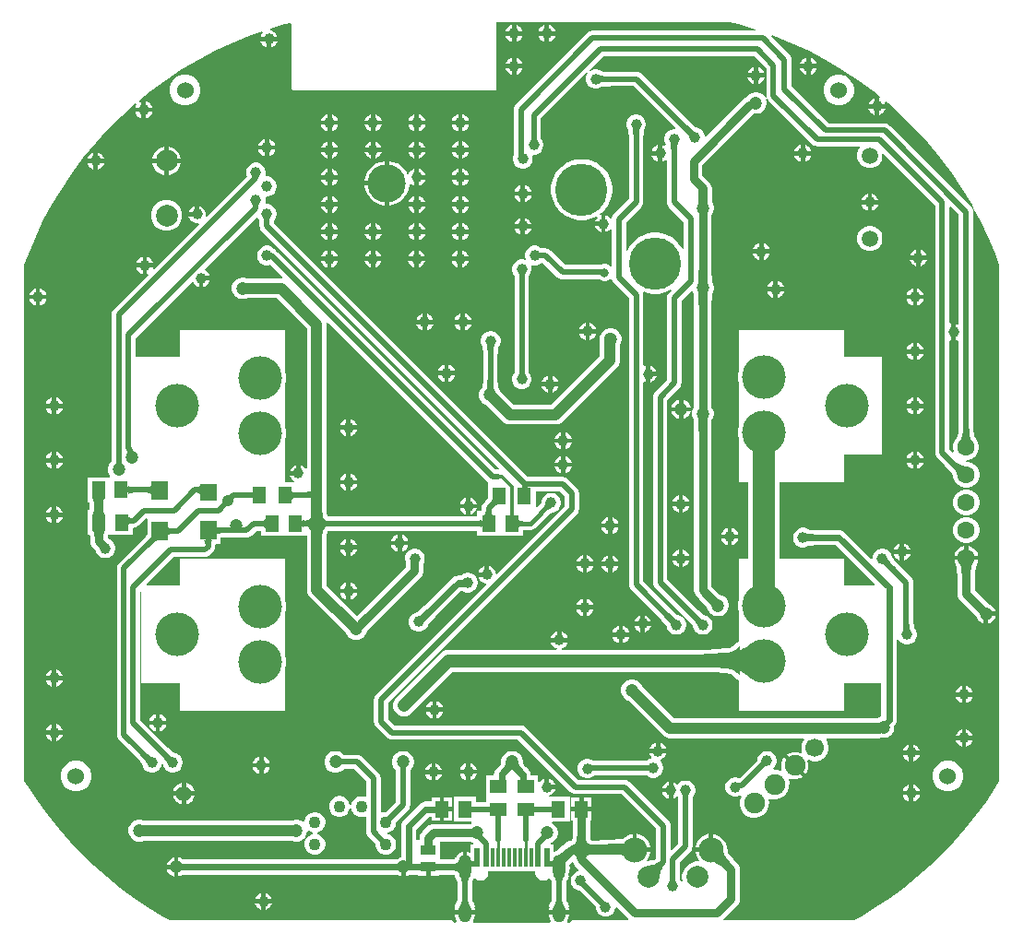
<source format=gbl>
G04*
G04 #@! TF.GenerationSoftware,Altium Limited,Altium Designer,21.6.4 (81)*
G04*
G04 Layer_Physical_Order=2*
G04 Layer_Color=16711680*
%FSLAX44Y44*%
%MOMM*%
G71*
G04*
G04 #@! TF.SameCoordinates,1D25D15E-8086-452C-9D9C-5104EB157640*
G04*
G04*
G04 #@! TF.FilePolarity,Positive*
G04*
G01*
G75*
%ADD10C,0.2500*%
%ADD71C,0.5000*%
%ADD72C,0.4000*%
%ADD83R,1.3500X0.9500*%
%ADD84R,1.5000X1.2500*%
%ADD97R,0.6000X1.8000*%
%ADD100R,1.2500X1.5000*%
%ADD111C,2.0000*%
%ADD112C,0.6000*%
%ADD113C,0.3000*%
%ADD115C,0.8000*%
%ADD116C,1.0000*%
%ADD118C,1.2000*%
%ADD121C,1.5000*%
%ADD122C,1.6000*%
%ADD123C,1.9000*%
%ADD124C,1.7000*%
%ADD125C,2.3000*%
%ADD126C,2.0000*%
%ADD127C,4.0000*%
%ADD128C,4.8000*%
%ADD129O,1.2000X2.2000*%
%ADD130O,1.2000X1.8000*%
%ADD131C,1.5240*%
%ADD132C,1.0000*%
%ADD133C,1.2000*%
%ADD134C,0.8000*%
%ADD135C,1.4000*%
%ADD136C,3.5000*%
%ADD137R,0.3000X1.8000*%
%ADD138R,1.5000X1.7500*%
%ADD139R,1.5000X1.6500*%
%ADD140C,1.1000*%
%ADD141C,1.0500*%
G36*
X790792Y1033542D02*
X791273Y1033349D01*
X791927Y1033179D01*
X792753Y1033032D01*
X794920Y1032806D01*
X797776Y1032670D01*
X801320Y1032624D01*
X801177Y1027624D01*
X799306Y1027615D01*
X791795Y1027162D01*
X791161Y1027021D01*
X790705Y1026861D01*
X790424Y1026682D01*
X790483Y1033757D01*
X790792Y1033542D01*
D02*
G37*
G36*
X909693Y1082451D02*
X917842Y1080456D01*
X933397Y1075826D01*
X933212Y1074556D01*
X784000D01*
X782303Y1074333D01*
X780722Y1073678D01*
X779364Y1072636D01*
X713653Y1006925D01*
X712611Y1005567D01*
X711956Y1003986D01*
X711733Y1002289D01*
Y960681D01*
X711613Y960474D01*
X711000Y958185D01*
Y955815D01*
X711613Y953526D01*
X712798Y951474D01*
X714474Y949798D01*
X716526Y948613D01*
X718815Y948000D01*
X721185D01*
X723474Y948613D01*
X725526Y949798D01*
X727202Y951474D01*
X728387Y953526D01*
X729000Y955815D01*
Y958185D01*
X728649Y959495D01*
X728650Y959502D01*
X729641Y960700D01*
X731185D01*
X733474Y961313D01*
X735526Y962498D01*
X737202Y964174D01*
X738387Y966226D01*
X739000Y968515D01*
Y970885D01*
X738387Y973174D01*
X737202Y975226D01*
X736556Y975872D01*
Y994284D01*
X778534Y1036262D01*
X779550Y1035482D01*
X778534Y1033723D01*
X777921Y1031433D01*
Y1029064D01*
X778534Y1026775D01*
X779719Y1024723D01*
X781395Y1023047D01*
X783447Y1021862D01*
X785736Y1021249D01*
X788105D01*
X790394Y1021862D01*
X792447Y1023047D01*
X792520Y1023120D01*
X799439Y1023537D01*
X801197Y1023546D01*
X801306Y1023568D01*
X821690D01*
X859988Y985270D01*
X859462Y984000D01*
X857815D01*
X855526Y983387D01*
X853474Y982202D01*
X851798Y980526D01*
X850613Y978474D01*
X850000Y976185D01*
Y973815D01*
X850613Y971526D01*
X851439Y970096D01*
X851308Y969640D01*
X849817Y969034D01*
X849088Y969455D01*
X848000Y969746D01*
Y962000D01*
Y954254D01*
X849088Y954545D01*
X850912Y955598D01*
X851174Y955860D01*
X852444Y955334D01*
Y917000D01*
X852667Y915303D01*
X853322Y913722D01*
X854364Y912364D01*
X867694Y899034D01*
Y874014D01*
X866424Y873709D01*
X865448Y875625D01*
X862857Y879191D01*
X859741Y882307D01*
X856175Y884898D01*
X852248Y886899D01*
X848057Y888261D01*
X843704Y888950D01*
X839296D01*
X834943Y888261D01*
X830752Y886899D01*
X826825Y884898D01*
X823259Y882307D01*
X820143Y879191D01*
X817552Y875625D01*
X816076Y872728D01*
X814806Y873033D01*
Y898534D01*
X828636Y912364D01*
X829678Y913722D01*
X830333Y915303D01*
X830556Y917000D01*
Y973982D01*
X830578Y974091D01*
X830588Y975897D01*
X830738Y980260D01*
X830920Y982156D01*
X831008Y982690D01*
X831019Y982734D01*
X831202Y982917D01*
X832387Y984970D01*
X833000Y987259D01*
Y989628D01*
X832387Y991917D01*
X831202Y993970D01*
X829526Y995645D01*
X827474Y996830D01*
X825185Y997443D01*
X822815D01*
X820526Y996830D01*
X818474Y995645D01*
X816798Y993970D01*
X815613Y991917D01*
X815000Y989628D01*
Y987259D01*
X815613Y984970D01*
X816798Y982917D01*
X816953Y982762D01*
X817412Y975832D01*
X817422Y974091D01*
X817444Y973982D01*
Y919716D01*
X803614Y905886D01*
X802572Y904528D01*
X801917Y902947D01*
X801829Y902277D01*
X800514Y902015D01*
X800402Y902210D01*
X798912Y903699D01*
X797088Y904752D01*
X796000Y905044D01*
Y897298D01*
Y889551D01*
X797088Y889843D01*
X798912Y890896D01*
X800402Y892385D01*
X800424Y892424D01*
X801694Y892084D01*
Y858916D01*
X800424Y858390D01*
X799912Y858902D01*
X798088Y859955D01*
X796053Y860500D01*
X793947D01*
X791912Y859955D01*
X790788Y859306D01*
X758966D01*
X745536Y872736D01*
X744178Y873778D01*
X742597Y874433D01*
X740900Y874656D01*
X737172D01*
X736526Y875302D01*
X734474Y876487D01*
X732185Y877100D01*
X729815D01*
X727526Y876487D01*
X725474Y875302D01*
X723798Y873626D01*
X722613Y871574D01*
X722000Y869285D01*
Y866915D01*
X722487Y865098D01*
X721705Y864150D01*
X721506Y864046D01*
X720185Y864400D01*
X717815D01*
X715526Y863787D01*
X713474Y862602D01*
X711798Y860926D01*
X710613Y858874D01*
X710000Y856585D01*
Y854215D01*
X710613Y851926D01*
X711798Y849874D01*
X712444Y849228D01*
Y760572D01*
X711798Y759926D01*
X710613Y757874D01*
X710000Y755585D01*
Y753215D01*
X710613Y750926D01*
X711798Y748874D01*
X713474Y747198D01*
X715526Y746013D01*
X717815Y745400D01*
X720185D01*
X722474Y746013D01*
X724526Y747198D01*
X726202Y748874D01*
X727387Y750926D01*
X728000Y753215D01*
Y755585D01*
X727387Y757874D01*
X726202Y759926D01*
X725556Y760572D01*
Y849228D01*
X726202Y849874D01*
X727387Y851926D01*
X728000Y854215D01*
Y856585D01*
X727513Y858402D01*
X728295Y859350D01*
X728494Y859454D01*
X729815Y859100D01*
X732185D01*
X734474Y859713D01*
X736526Y860898D01*
X736990Y861362D01*
X738366D01*
X751614Y848114D01*
X752972Y847072D01*
X754553Y846417D01*
X756250Y846194D01*
X789992D01*
X790088Y846098D01*
X791912Y845045D01*
X793947Y844500D01*
X796053D01*
X798088Y845045D01*
X799912Y846098D01*
X800538Y846724D01*
X801879Y846269D01*
X801917Y845979D01*
X802572Y844398D01*
X803614Y843040D01*
X817444Y829210D01*
Y565888D01*
X817667Y564191D01*
X818322Y562610D01*
X819364Y561252D01*
X846138Y534478D01*
X846199Y534386D01*
X847469Y533102D01*
X850449Y529911D01*
X851661Y528441D01*
X851976Y528001D01*
X852000Y527962D01*
Y527703D01*
X852613Y525414D01*
X853798Y523362D01*
X855474Y521687D01*
X857526Y520502D01*
X859815Y519888D01*
X862185D01*
X864474Y520502D01*
X866526Y521687D01*
X868202Y523362D01*
X869387Y525414D01*
X870000Y527703D01*
Y530073D01*
X869387Y532362D01*
X868202Y534414D01*
X866526Y536090D01*
X864474Y537275D01*
X862185Y537888D01*
X861966D01*
X856740Y542465D01*
X855502Y543689D01*
X855410Y543750D01*
X830556Y568604D01*
Y751308D01*
X831656Y751943D01*
X831912Y751795D01*
X833000Y751504D01*
Y759250D01*
Y766996D01*
X831912Y766705D01*
X831656Y766557D01*
X830556Y767192D01*
Y831926D01*
X830333Y833623D01*
X830232Y833865D01*
X830342Y834105D01*
X830540Y834378D01*
X831196Y834857D01*
X834943Y833640D01*
X839296Y832950D01*
X843704D01*
X848057Y833640D01*
X852248Y835001D01*
X855685Y836752D01*
X856440Y835712D01*
X854364Y833636D01*
X853322Y832278D01*
X852667Y830697D01*
X852444Y829000D01*
Y753690D01*
X841364Y742610D01*
X840322Y741252D01*
X839667Y739671D01*
X839444Y737974D01*
Y567888D01*
X839667Y566191D01*
X840322Y564610D01*
X841364Y563252D01*
X870138Y534478D01*
X870200Y534386D01*
X871469Y533102D01*
X874449Y529911D01*
X875661Y528441D01*
X875976Y528001D01*
X876000Y527962D01*
Y527703D01*
X876613Y525414D01*
X877798Y523362D01*
X879474Y521687D01*
X881526Y520502D01*
X883815Y519888D01*
X886185D01*
X888474Y520502D01*
X890526Y521687D01*
X892202Y523362D01*
X893387Y525414D01*
X894000Y527703D01*
Y530073D01*
X893387Y532362D01*
X892202Y534414D01*
X890526Y536090D01*
X888474Y537275D01*
X886185Y537888D01*
X885966D01*
X880741Y542465D01*
X879503Y543689D01*
X879410Y543750D01*
X852556Y570604D01*
Y735259D01*
X863636Y746339D01*
X864678Y747696D01*
X865333Y749277D01*
X865556Y750974D01*
Y826284D01*
X874862Y835590D01*
X876088Y835261D01*
X876328Y834365D01*
X877094Y833039D01*
Y823150D01*
X877085Y822281D01*
X877094Y822233D01*
Y728830D01*
X875845Y726666D01*
X875163Y724123D01*
Y721490D01*
X875845Y718947D01*
X876867Y717177D01*
X877085Y706252D01*
X877094Y706214D01*
Y560643D01*
X877369Y558555D01*
X878175Y556609D01*
X879457Y554938D01*
X881590Y552805D01*
X881615Y552767D01*
X888682Y545576D01*
X889099Y545119D01*
X889681Y542947D01*
X890998Y540666D01*
X892860Y538804D01*
X895140Y537488D01*
X897683Y536806D01*
X900316D01*
X902860Y537488D01*
X905140Y538804D01*
X907002Y540666D01*
X908318Y542947D01*
X909000Y545490D01*
Y548123D01*
X908318Y550666D01*
X907002Y552946D01*
X905140Y554808D01*
X902860Y556125D01*
X900886Y556654D01*
X893232Y564007D01*
Y706255D01*
X893241Y706299D01*
X893329Y716380D01*
X893357Y716999D01*
X894482Y718947D01*
X895163Y721490D01*
Y724123D01*
X894482Y726666D01*
X893232Y728830D01*
Y821145D01*
X893236Y821163D01*
X893785Y832321D01*
X894965Y834365D01*
X895647Y836909D01*
Y839542D01*
X894965Y842085D01*
X893785Y844129D01*
X893236Y855287D01*
X893232Y855305D01*
Y905190D01*
X893652Y905610D01*
X894968Y907890D01*
X895650Y910434D01*
Y913067D01*
X894968Y915610D01*
X893851Y917545D01*
X893431Y928623D01*
X893425Y928650D01*
Y928734D01*
X893425Y928738D01*
X893425Y928739D01*
Y929750D01*
X893150Y931838D01*
X892344Y933784D01*
X891061Y935456D01*
X884716Y941801D01*
Y951305D01*
X931783Y998372D01*
X932330Y998225D01*
X934964D01*
X937507Y998907D01*
X939787Y1000223D01*
X941649Y1002085D01*
X942965Y1004365D01*
X943647Y1006909D01*
Y1009542D01*
X943209Y1011176D01*
X944322Y1011722D01*
X945364Y1010364D01*
X985364Y970364D01*
X986722Y969322D01*
X988303Y968667D01*
X990000Y968444D01*
X1029171D01*
X1029657Y967271D01*
X1029298Y966911D01*
X1027784Y964289D01*
X1027000Y961364D01*
Y958336D01*
X1027784Y955411D01*
X1029298Y952789D01*
X1031439Y950648D01*
X1034061Y949134D01*
X1036986Y948350D01*
X1040014D01*
X1042939Y949134D01*
X1045561Y950648D01*
X1047702Y952789D01*
X1049216Y955411D01*
X1050000Y958336D01*
Y960932D01*
X1051203Y961525D01*
X1098444Y914284D01*
Y687000D01*
X1098667Y685303D01*
X1099322Y683722D01*
X1100364Y682364D01*
X1105100Y677629D01*
X1105160Y677537D01*
X1107168Y675498D01*
X1110516Y671901D01*
X1112979Y668954D01*
X1113823Y667809D01*
X1114443Y666855D01*
X1114811Y666173D01*
X1114932Y665865D01*
X1115000Y665503D01*
Y665070D01*
X1115818Y662018D01*
X1117398Y659282D01*
X1119632Y657048D01*
X1122368Y655468D01*
X1125420Y654650D01*
X1128580D01*
X1131632Y655468D01*
X1134368Y657048D01*
X1136602Y659282D01*
X1138182Y662018D01*
X1139000Y665070D01*
Y668230D01*
X1138182Y671282D01*
X1136602Y674018D01*
X1134368Y676252D01*
X1131632Y677832D01*
X1128580Y678650D01*
X1127132D01*
X1127018Y678664D01*
X1126812Y678715D01*
X1126770Y678780D01*
X1127468Y680050D01*
X1128330D01*
X1131382Y680868D01*
X1134118Y682448D01*
X1136352Y684682D01*
X1137932Y687418D01*
X1138750Y690470D01*
Y693630D01*
X1137932Y696682D01*
X1136352Y699418D01*
X1135675Y700096D01*
X1135592Y700254D01*
X1135216Y700724D01*
X1134976Y701162D01*
X1134668Y701950D01*
X1134351Y703066D01*
X1134057Y704487D01*
X1133814Y706119D01*
X1133358Y712967D01*
X1133328Y715695D01*
X1133306Y715799D01*
Y908250D01*
X1133083Y909947D01*
X1132588Y911140D01*
X1133737Y911685D01*
X1140504Y899092D01*
X1147972Y883381D01*
X1154658Y867322D01*
X1157451Y859556D01*
X1157451Y385708D01*
X1153768Y379593D01*
X1145091Y366516D01*
X1135850Y353831D01*
X1126064Y341562D01*
X1115750Y329733D01*
X1104929Y318365D01*
X1093622Y307483D01*
X1081849Y297104D01*
X1069634Y287250D01*
X1057000Y277940D01*
X1043970Y269191D01*
X1030571Y261021D01*
X1024274Y257549D01*
X904618D01*
X904230Y258819D01*
X916706Y271294D01*
X917988Y272966D01*
X918794Y274912D01*
X919069Y277000D01*
Y304250D01*
X918794Y306338D01*
X917988Y308284D01*
X916906Y309695D01*
X916781Y309892D01*
X913249Y313598D01*
X910646Y316702D01*
X909732Y317959D01*
X909029Y319063D01*
X908563Y319947D01*
X908321Y320559D01*
X908260Y320825D01*
X908253Y321259D01*
X908092Y322005D01*
X907943Y322754D01*
X907924Y322782D01*
X907917Y322815D01*
X907483Y323442D01*
X907250Y323791D01*
Y324409D01*
X906262Y328097D01*
X904353Y331403D01*
X901653Y334103D01*
X898347Y336012D01*
X894750Y336976D01*
Y322500D01*
X892750D01*
Y320500D01*
X878274D01*
X879238Y316903D01*
X881147Y313597D01*
X881974Y312770D01*
X881448Y311500D01*
X878407D01*
X874846Y310546D01*
X871654Y308703D01*
X869047Y306096D01*
X867204Y302904D01*
X866250Y299343D01*
Y295657D01*
X866670Y294091D01*
X865486Y293601D01*
X864952Y294526D01*
X864306Y295172D01*
Y311034D01*
X873886Y320614D01*
X874928Y321972D01*
X875583Y323553D01*
X875806Y325250D01*
Y370828D01*
X876452Y371474D01*
X877637Y373526D01*
X878250Y375815D01*
Y378185D01*
X877637Y380474D01*
X876452Y382526D01*
X874776Y384202D01*
X872724Y385387D01*
X870435Y386000D01*
X868065D01*
X865776Y385387D01*
X863724Y384202D01*
X862048Y382526D01*
X861662Y382475D01*
X860735Y383402D01*
X858911Y384455D01*
X857823Y384746D01*
Y377000D01*
Y369254D01*
X858911Y369545D01*
X860735Y370598D01*
X861022Y370885D01*
X862617Y370831D01*
X862694Y370761D01*
Y327966D01*
X856729Y322001D01*
X855556Y322487D01*
Y344250D01*
X855333Y345947D01*
X854678Y347528D01*
X853636Y348886D01*
X817886Y384636D01*
X816528Y385678D01*
X814947Y386333D01*
X813250Y386556D01*
X770966D01*
X722886Y434636D01*
X721528Y435678D01*
X719947Y436333D01*
X718250Y436556D01*
X602716D01*
X596556Y442716D01*
Y457284D01*
X769636Y630364D01*
X770678Y631722D01*
X771333Y633303D01*
X771556Y635000D01*
Y650000D01*
X771333Y651697D01*
X770678Y653278D01*
X769636Y654636D01*
X761479Y662793D01*
X760121Y663835D01*
X758540Y664490D01*
X756843Y664713D01*
X724716D01*
X491556Y897872D01*
Y900028D01*
X492202Y900674D01*
X493387Y902726D01*
X494000Y905015D01*
Y907385D01*
X493387Y909674D01*
X492202Y911726D01*
X490526Y913402D01*
X488474Y914587D01*
X486185Y915200D01*
X484641D01*
X483650Y916398D01*
X483649Y916405D01*
X484000Y917715D01*
Y920085D01*
X483649Y921395D01*
X483650Y921402D01*
X484641Y922600D01*
X486185D01*
X488474Y923213D01*
X490526Y924398D01*
X492202Y926074D01*
X493387Y928126D01*
X494000Y930415D01*
Y932785D01*
X493387Y935074D01*
X492202Y937126D01*
X490526Y938802D01*
X488474Y939987D01*
X486185Y940600D01*
X484641D01*
X483650Y941798D01*
X483649Y941805D01*
X484000Y943115D01*
Y945485D01*
X483387Y947774D01*
X482202Y949826D01*
X480526Y951502D01*
X478474Y952687D01*
X476185Y953300D01*
X473815D01*
X471526Y952687D01*
X469474Y951502D01*
X467798Y949826D01*
X466613Y947774D01*
X466000Y945485D01*
Y943115D01*
X466613Y940826D01*
X466710Y940658D01*
X430064Y904013D01*
X428926Y904670D01*
X429000Y904947D01*
Y907053D01*
X428455Y909088D01*
X427402Y910912D01*
X425912Y912402D01*
X424088Y913455D01*
X423000Y913746D01*
Y906000D01*
X421000D01*
Y904000D01*
X413254D01*
X413545Y902912D01*
X414598Y901088D01*
X416088Y899598D01*
X417912Y898545D01*
X419947Y898000D01*
X422053D01*
X422330Y898074D01*
X422988Y896936D01*
X381698Y855647D01*
X380560Y856304D01*
X380746Y857000D01*
X375000D01*
Y851254D01*
X375696Y851440D01*
X376354Y850302D01*
X344364Y818312D01*
X343322Y816954D01*
X342667Y815373D01*
X342444Y813676D01*
Y679194D01*
X340998Y677748D01*
X339682Y675468D01*
X339000Y672925D01*
Y670292D01*
X339682Y667748D01*
X340998Y665468D01*
X341085Y665381D01*
X340420Y664250D01*
X339980Y664250D01*
X320250D01*
Y645521D01*
X320202Y645281D01*
X320250Y645040D01*
Y641250D01*
X322303D01*
X322359Y640893D01*
X322525Y638620D01*
X322534Y638085D01*
X322468Y635826D01*
X322383Y634852D01*
X322333Y634500D01*
X320500D01*
Y630710D01*
X320452Y630470D01*
X320500Y630229D01*
Y615771D01*
X320452Y615531D01*
X320500Y615290D01*
Y611500D01*
X322662D01*
X322725Y611118D01*
X322900Y608860D01*
X322922Y607464D01*
X322931Y607424D01*
Y605641D01*
X323206Y603553D01*
X324012Y601607D01*
X325294Y599936D01*
X328251Y596979D01*
X328613Y595626D01*
X329798Y593574D01*
X331474Y591898D01*
X333526Y590713D01*
X335815Y590100D01*
X338185D01*
X340474Y590713D01*
X342526Y591898D01*
X344202Y593574D01*
X345387Y595626D01*
X346000Y597915D01*
Y600285D01*
X345387Y602574D01*
X344202Y604626D01*
X342526Y606302D01*
X340691Y607361D01*
X339100Y608953D01*
X339239Y611217D01*
X339277Y611500D01*
X341000Y611500D01*
X342270Y611500D01*
X362000D01*
Y617978D01*
X362668Y617994D01*
X363036Y618076D01*
X364268Y618238D01*
X365849Y618893D01*
X367207Y619935D01*
X373980Y626708D01*
X375250Y626182D01*
Y613439D01*
X375233Y613352D01*
X375250Y613264D01*
Y611907D01*
X375065Y611642D01*
X373713Y610047D01*
X372812Y609114D01*
X372756Y609028D01*
X349364Y585636D01*
X348322Y584278D01*
X347667Y582697D01*
X347444Y581000D01*
Y428051D01*
X347667Y426354D01*
X348322Y424773D01*
X349364Y423415D01*
X364689Y408090D01*
X364750Y407998D01*
X366020Y406713D01*
X368999Y403523D01*
X370212Y402052D01*
X370527Y401613D01*
X370551Y401574D01*
Y401315D01*
X371164Y399026D01*
X372349Y396974D01*
X374025Y395298D01*
X376077Y394113D01*
X378366Y393500D01*
X380736D01*
X383025Y394113D01*
X385077Y395298D01*
X386753Y396974D01*
X387938Y399026D01*
X388393Y400728D01*
X389708D01*
X390164Y399026D01*
X391349Y396974D01*
X393025Y395298D01*
X395077Y394113D01*
X397366Y393500D01*
X399736D01*
X402025Y394113D01*
X404077Y395298D01*
X405753Y396974D01*
X406937Y399026D01*
X407551Y401315D01*
Y403685D01*
X406937Y405974D01*
X405753Y408026D01*
X404077Y409702D01*
X402025Y410887D01*
X399736Y411500D01*
X399517D01*
X394291Y416076D01*
X393053Y417300D01*
X392961Y417362D01*
X368556Y441766D01*
Y559292D01*
X368730Y559409D01*
X370000Y558730D01*
Y475000D01*
X405000D01*
Y450000D01*
X502000D01*
Y488717D01*
X502700Y492236D01*
Y496964D01*
X502000Y500483D01*
Y539517D01*
X502700Y543036D01*
Y547764D01*
X502000Y551283D01*
Y590000D01*
X405000D01*
Y565000D01*
X374931D01*
X374445Y566173D01*
X399716Y591444D01*
X428321D01*
X430018Y591667D01*
X431599Y592322D01*
X432957Y593364D01*
X435886Y596293D01*
X436928Y597651D01*
X437583Y599232D01*
X437806Y600929D01*
Y601582D01*
X437827Y601674D01*
X437849Y602505D01*
X437870Y602750D01*
X442750D01*
Y608879D01*
X443003Y608901D01*
X443827Y608923D01*
X443919Y608944D01*
X466500D01*
X468197Y609167D01*
X469778Y609822D01*
X471136Y610864D01*
X475716Y615444D01*
X478582D01*
X478674Y615423D01*
X479505Y615401D01*
X479750Y615380D01*
Y610500D01*
X500250D01*
Y610500D01*
X501250D01*
Y610500D01*
X521750D01*
X521922Y609301D01*
Y561000D01*
X522232Y558651D01*
X523139Y556461D01*
X524581Y554581D01*
X557557Y521605D01*
X557682Y521140D01*
X558998Y518860D01*
X560860Y516998D01*
X563140Y515681D01*
X565684Y515000D01*
X568316D01*
X570860Y515681D01*
X573140Y516998D01*
X575002Y518860D01*
X576319Y521140D01*
X576847Y523114D01*
X584417Y530994D01*
X584438Y531027D01*
X626323Y572912D01*
X627605Y574583D01*
X628411Y576529D01*
X628686Y578617D01*
Y585313D01*
X629387Y586526D01*
X630000Y588815D01*
Y591185D01*
X629387Y593474D01*
X628202Y595526D01*
X626526Y597202D01*
X624474Y598387D01*
X622185Y599000D01*
X619815D01*
X617526Y598387D01*
X615474Y597202D01*
X613798Y595526D01*
X612613Y593474D01*
X612000Y591185D01*
Y588815D01*
X612548Y586769D01*
Y581960D01*
X572998Y542410D01*
X572961Y542385D01*
X567661Y537177D01*
X540078Y564760D01*
Y609419D01*
X540124Y611167D01*
X540249Y612585D01*
X540440Y613733D01*
X540672Y614593D01*
X540901Y615153D01*
X540923Y615189D01*
X544405Y615413D01*
X546348Y615422D01*
X546457Y615444D01*
X677082D01*
X677174Y615423D01*
X678005Y615401D01*
X678250Y615380D01*
Y610500D01*
X698750D01*
Y610500D01*
X699750D01*
Y610500D01*
X720250D01*
Y615882D01*
X727000D01*
X729341Y616348D01*
X731326Y617674D01*
X741680Y628028D01*
X743411Y629630D01*
X745176Y631082D01*
X745806Y631533D01*
X746296Y631839D01*
X746522Y631954D01*
X746570Y631961D01*
X746681Y632000D01*
X747185D01*
X749474Y632613D01*
X751526Y633798D01*
X753202Y635474D01*
X754387Y637526D01*
X755000Y639815D01*
Y642185D01*
X754387Y644474D01*
X753202Y646526D01*
X751526Y648202D01*
X749474Y649387D01*
X747185Y650000D01*
X744815D01*
X742526Y649387D01*
X740474Y648202D01*
X738798Y646526D01*
X737613Y644474D01*
X737000Y642185D01*
Y641681D01*
X736961Y641570D01*
X736954Y641522D01*
X736840Y641296D01*
X736533Y640806D01*
X736120Y640230D01*
X733020Y636699D01*
X732230Y636870D01*
X731750Y637198D01*
Y651601D01*
X754128D01*
X758444Y647284D01*
Y637716D01*
X696173Y575445D01*
X695000Y575931D01*
Y576053D01*
X694455Y578088D01*
X693402Y579912D01*
X691912Y581402D01*
X690088Y582455D01*
X689000Y582746D01*
Y575000D01*
X687000D01*
Y573000D01*
X679254D01*
X679545Y571912D01*
X680598Y570088D01*
X682088Y568598D01*
X683912Y567545D01*
X685947Y567000D01*
X686069D01*
X686555Y565827D01*
X585364Y464636D01*
X584322Y463278D01*
X583667Y461697D01*
X583444Y460000D01*
Y440000D01*
X583667Y438303D01*
X584322Y436722D01*
X585364Y435364D01*
X595364Y425364D01*
X596722Y424322D01*
X598303Y423667D01*
X600000Y423444D01*
X715534D01*
X763614Y375364D01*
X764972Y374322D01*
X766553Y373667D01*
X768250Y373444D01*
X810534D01*
X842444Y341534D01*
Y314395D01*
X842081Y314158D01*
X841145Y313644D01*
X840110Y313167D01*
X838973Y312731D01*
X837783Y312354D01*
X834887Y311689D01*
X834122Y311570D01*
X833530Y312736D01*
X833526Y312770D01*
X834353Y313597D01*
X836262Y316903D01*
X837226Y320500D01*
X822750D01*
Y322500D01*
X820750D01*
Y336976D01*
X817153Y336012D01*
X813847Y334103D01*
X811662Y331918D01*
X783457Y330923D01*
X783294Y330978D01*
X782909Y331185D01*
X782648Y331398D01*
X782435Y331659D01*
X782228Y332044D01*
X782034Y332625D01*
X781890Y333443D01*
X781823Y334714D01*
X781819Y334729D01*
Y349000D01*
X783000D01*
Y357500D01*
X773750D01*
X764500D01*
Y349000D01*
X765681D01*
Y334676D01*
X765674Y334648D01*
X765626Y333300D01*
X765507Y332324D01*
X765338Y331590D01*
X765157Y331101D01*
X765007Y330834D01*
X764920Y330731D01*
X764882Y330701D01*
X764816Y330669D01*
X764621Y330619D01*
X763930Y330566D01*
X763671Y330494D01*
X762153Y330294D01*
X760207Y329488D01*
X758536Y328206D01*
X756451Y326121D01*
X756426Y326106D01*
X753622Y323495D01*
X752919Y322916D01*
X751473Y321857D01*
X750930Y321517D01*
X750430Y321244D01*
X750025Y321059D01*
X749531Y320882D01*
X749270Y320725D01*
X748538Y320991D01*
X748000Y321490D01*
Y327350D01*
X745798D01*
X745630Y328620D01*
X745860Y328681D01*
X748140Y329998D01*
X750002Y331860D01*
X751319Y334140D01*
X752000Y336684D01*
Y339316D01*
X751319Y341860D01*
X750002Y344140D01*
X748140Y346002D01*
X746879Y346730D01*
X747219Y348000D01*
X763000D01*
Y371000D01*
X744228D01*
X744061Y372270D01*
X745088Y372545D01*
X746912Y373598D01*
X748402Y375088D01*
X749455Y376912D01*
X749746Y378000D01*
X742000D01*
Y380000D01*
X740000D01*
Y387746D01*
X738912Y387455D01*
X737088Y386402D01*
X735598Y384912D01*
X735270Y384343D01*
X734000Y384683D01*
Y390750D01*
X727095D01*
Y391321D01*
X726854Y393148D01*
X726149Y394851D01*
X725288Y395974D01*
X725111Y396253D01*
X722963Y398512D01*
X721428Y400358D01*
X720928Y401054D01*
X720558Y401646D01*
X720342Y402066D01*
X720286Y402215D01*
X720285Y402307D01*
X720250Y402478D01*
Y404316D01*
X719568Y406860D01*
X718252Y409140D01*
X716390Y411002D01*
X714110Y412318D01*
X711566Y413000D01*
X708933D01*
X706390Y412318D01*
X704110Y411002D01*
X702248Y409140D01*
X700931Y406860D01*
X700250Y404316D01*
Y402478D01*
X700215Y402307D01*
X700214Y402215D01*
X700158Y402066D01*
X699941Y401646D01*
X699572Y401054D01*
X699095Y400389D01*
X696526Y397418D01*
X695426Y396291D01*
X695257Y396032D01*
X694351Y394851D01*
X693645Y393148D01*
X693405Y391321D01*
Y390750D01*
X686000D01*
Y371020D01*
X686000Y370250D01*
X686000Y368980D01*
Y366056D01*
X677000D01*
Y371000D01*
X656500D01*
Y348000D01*
X672781D01*
X673121Y346730D01*
X671976Y346069D01*
X638250D01*
X636161Y345794D01*
X634215Y344988D01*
X632544Y343706D01*
X627544Y338706D01*
X626262Y337034D01*
X625456Y335088D01*
X625181Y333000D01*
Y331250D01*
X622500D01*
X622310Y332441D01*
Y341076D01*
X633675Y352440D01*
X636500D01*
Y349000D01*
X643750D01*
Y359500D01*
Y370000D01*
X636500D01*
Y366560D01*
X630750D01*
X628923Y366320D01*
X627220Y365615D01*
X625757Y364492D01*
X610257Y348992D01*
X609136Y347530D01*
X608430Y345827D01*
X608190Y344000D01*
Y315226D01*
X606925Y314887D01*
X604872Y313702D01*
X604731Y313560D01*
X407668D01*
X407526Y313702D01*
X405474Y314887D01*
X404000Y315282D01*
Y306500D01*
Y297718D01*
X405474Y298113D01*
X407526Y299298D01*
X407668Y299440D01*
X604731D01*
X604872Y299298D01*
X606925Y298113D01*
X608398Y297719D01*
Y306500D01*
X612398D01*
Y297719D01*
X613872Y298113D01*
X615924Y299298D01*
X616066Y299440D01*
X623500D01*
Y298750D01*
X631250D01*
Y306500D01*
X635250D01*
Y298750D01*
X643000D01*
Y299440D01*
X654623D01*
X654697Y299423D01*
X655738Y299396D01*
X656504Y299330D01*
X657078Y299237D01*
X657105Y299229D01*
X657162Y298942D01*
X657285Y298759D01*
X657351Y298548D01*
X657724Y298102D01*
X657757Y298053D01*
X657838Y297645D01*
X657873Y297114D01*
X657992Y296872D01*
X658045Y296607D01*
X658341Y296164D01*
X658576Y295686D01*
X658964Y295180D01*
X659231Y294778D01*
X659462Y294371D01*
X659660Y293955D01*
X659827Y293527D01*
X659965Y293084D01*
X660074Y292620D01*
X660154Y292131D01*
X660203Y291614D01*
X660224Y290941D01*
X660244Y290854D01*
Y278347D01*
X660224Y278259D01*
X660203Y277586D01*
X660154Y277069D01*
X660074Y276581D01*
X659965Y276116D01*
X659827Y275673D01*
X659660Y275245D01*
X659462Y274830D01*
X659231Y274422D01*
X658964Y274020D01*
X658576Y273514D01*
X658341Y273036D01*
X658045Y272593D01*
X657992Y272328D01*
X657873Y272086D01*
X657838Y271555D01*
X657734Y271033D01*
X657787Y270768D01*
X657769Y270498D01*
X657941Y269994D01*
X657991Y269741D01*
X657722Y267700D01*
Y266700D01*
X666800D01*
X675878D01*
Y267700D01*
X675609Y269741D01*
X675659Y269994D01*
X675831Y270498D01*
X675813Y270768D01*
X675866Y271033D01*
X675762Y271555D01*
X675727Y272086D01*
X675608Y272328D01*
X675555Y272593D01*
X675259Y273036D01*
X675024Y273514D01*
X674636Y274020D01*
X674369Y274422D01*
X674138Y274829D01*
X673940Y275245D01*
X673773Y275673D01*
X673635Y276116D01*
X673526Y276580D01*
X673447Y277069D01*
X673397Y277586D01*
X673376Y278259D01*
X673356Y278347D01*
Y290854D01*
X673376Y290941D01*
X673397Y291614D01*
X673447Y292131D01*
X673526Y292619D01*
X673635Y293084D01*
X673773Y293527D01*
X673940Y293955D01*
X674138Y294370D01*
X674369Y294778D01*
X674636Y295180D01*
X674846Y295454D01*
X675761Y295690D01*
X676405Y295692D01*
X676648Y295449D01*
X678302Y294494D01*
X680145Y294000D01*
X682055D01*
X683898Y294494D01*
X685552Y295449D01*
X686901Y296798D01*
X687856Y298452D01*
X688350Y300296D01*
Y302204D01*
X688462Y302350D01*
X731538D01*
X731650Y302204D01*
Y300296D01*
X732144Y298452D01*
X733099Y296798D01*
X734448Y295449D01*
X736102Y294494D01*
X737945Y294000D01*
X739855D01*
X741698Y294494D01*
X743352Y295449D01*
X743595Y295692D01*
X744239Y295690D01*
X745154Y295454D01*
X745364Y295180D01*
X745631Y294778D01*
X745862Y294371D01*
X746060Y293955D01*
X746227Y293527D01*
X746365Y293084D01*
X746474Y292620D01*
X746553Y292131D01*
X746603Y291614D01*
X746624Y290941D01*
X746644Y290854D01*
Y278347D01*
X746624Y278259D01*
X746603Y277586D01*
X746553Y277069D01*
X746474Y276581D01*
X746365Y276116D01*
X746227Y275673D01*
X746060Y275245D01*
X745862Y274830D01*
X745631Y274422D01*
X745364Y274020D01*
X744976Y273514D01*
X744740Y273036D01*
X744445Y272593D01*
X744392Y272328D01*
X744273Y272086D01*
X744238Y271555D01*
X744134Y271033D01*
X744187Y270768D01*
X744169Y270498D01*
X744341Y269994D01*
X744391Y269741D01*
X744122Y267700D01*
Y266700D01*
X753200D01*
X762278D01*
Y267700D01*
X762009Y269741D01*
X762059Y269994D01*
X762231Y270498D01*
X762213Y270768D01*
X762266Y271033D01*
X762162Y271555D01*
X762127Y272086D01*
X762008Y272328D01*
X761955Y272593D01*
X761659Y273036D01*
X761424Y273514D01*
X761036Y274020D01*
X760769Y274422D01*
X760538Y274829D01*
X760340Y275245D01*
X760173Y275673D01*
X760035Y276116D01*
X759926Y276580D01*
X759846Y277069D01*
X759797Y277586D01*
X759776Y278259D01*
X759756Y278347D01*
Y290854D01*
X759776Y290941D01*
X759797Y291614D01*
X759846Y292131D01*
X759926Y292619D01*
X760035Y293084D01*
X760173Y293527D01*
X760340Y293955D01*
X760538Y294370D01*
X760769Y294778D01*
X761036Y295180D01*
X761424Y295686D01*
X761659Y296164D01*
X761955Y296607D01*
X762008Y296872D01*
X762127Y297114D01*
X762162Y297645D01*
X762266Y298167D01*
X762213Y298432D01*
X762231Y298702D01*
X762059Y299206D01*
X762009Y299459D01*
X762278Y301500D01*
Y303533D01*
X762355Y303599D01*
X762491Y303862D01*
X762688Y304084D01*
X762853Y304562D01*
X763086Y305012D01*
X763111Y305307D01*
X763208Y305588D01*
X763178Y306093D01*
X763221Y306597D01*
X763131Y306880D01*
X763113Y307176D01*
X762892Y307632D01*
X762755Y308063D01*
X762783Y308173D01*
X763029Y308749D01*
X763497Y309569D01*
X764167Y310540D01*
X764783Y311271D01*
X766086Y310847D01*
X766762Y309216D01*
X768044Y307544D01*
X771388Y304200D01*
X771009Y302784D01*
X769526Y302387D01*
X767474Y301202D01*
X765798Y299526D01*
X764613Y297474D01*
X764000Y295185D01*
Y292815D01*
X764613Y290526D01*
X765798Y288474D01*
X767474Y286798D01*
X769526Y285613D01*
X771815Y285000D01*
X772228D01*
X787000Y270228D01*
Y268815D01*
X787613Y266526D01*
X788798Y264474D01*
X790474Y262798D01*
X792526Y261613D01*
X794815Y261000D01*
X797185D01*
X799474Y261613D01*
X801526Y262798D01*
X803202Y264474D01*
X804387Y266526D01*
X805000Y268815D01*
Y268929D01*
X806173Y269415D01*
X816770Y258819D01*
X816382Y257549D01*
X766250D01*
X765275Y257355D01*
X764448Y256802D01*
X763194Y255549D01*
X761260D01*
X760698Y256688D01*
X761061Y257161D01*
X761968Y259350D01*
X762278Y261700D01*
Y262700D01*
X753200D01*
X744122D01*
Y261700D01*
X744432Y259350D01*
X745339Y257161D01*
X745702Y256688D01*
X745140Y255549D01*
X674860D01*
X674298Y256688D01*
X674661Y257161D01*
X675568Y259350D01*
X675878Y261700D01*
Y262700D01*
X666800D01*
X657722D01*
Y261700D01*
X658032Y259350D01*
X658939Y257161D01*
X659302Y256688D01*
X658740Y255549D01*
X657306D01*
X656052Y256802D01*
X655225Y257355D01*
X654250Y257549D01*
X395727D01*
X389430Y261023D01*
X376032Y269199D01*
X363005Y277953D01*
X350373Y287268D01*
X338160Y297127D01*
X326390Y307510D01*
X315085Y318398D01*
X304267Y329770D01*
X293956Y341604D01*
X284173Y353877D01*
X274936Y366567D01*
X266262Y379648D01*
X262580Y385765D01*
X262549Y859557D01*
X265337Y867326D01*
X272014Y883391D01*
X279476Y899107D01*
X287703Y914436D01*
X296676Y929340D01*
X306374Y943783D01*
X316772Y957731D01*
X327845Y971149D01*
X339567Y984004D01*
X351908Y996266D01*
X364680Y1007760D01*
X365598Y1006912D01*
X364545Y1005088D01*
X364254Y1004000D01*
X370000D01*
Y1009746D01*
X368912Y1009455D01*
X368371Y1009143D01*
X367648Y1010192D01*
X378329Y1018890D01*
X392343Y1029197D01*
X406850Y1038801D01*
X421811Y1047677D01*
X437193Y1055805D01*
X452957Y1063164D01*
X469065Y1069737D01*
X480728Y1073838D01*
X481422Y1072735D01*
X480598Y1071912D01*
X479545Y1070088D01*
X479254Y1069000D01*
X494746D01*
X494455Y1070088D01*
X493402Y1071912D01*
X491912Y1073402D01*
X490088Y1074455D01*
X488146Y1074975D01*
X488084Y1075086D01*
X488339Y1076357D01*
X502154Y1080461D01*
X506452Y1081510D01*
X507451Y1080726D01*
X507451Y1022250D01*
X507645Y1021275D01*
X508198Y1020448D01*
X509025Y1019895D01*
X510000Y1019701D01*
X693500D01*
X694475Y1019895D01*
X695302Y1020448D01*
X695855Y1021275D01*
X696049Y1022250D01*
Y1082451D01*
X909693Y1082451D01*
D02*
G37*
G36*
X943444Y1040284D02*
Y1015000D01*
X943667Y1013303D01*
X942494Y1012902D01*
X941649Y1014365D01*
X939787Y1016227D01*
X937507Y1017544D01*
X934964Y1018225D01*
X932330D01*
X929787Y1017544D01*
X927507Y1016227D01*
X925645Y1014365D01*
X925128Y1013469D01*
X923966Y1012988D01*
X922294Y1011706D01*
X887984Y977395D01*
X887820Y977463D01*
X886809Y978017D01*
X886237Y980154D01*
X885052Y982206D01*
X883376Y983882D01*
X881324Y985067D01*
X879035Y985680D01*
X878816D01*
X873590Y990256D01*
X872353Y991480D01*
X872260Y991542D01*
X829042Y1034760D01*
X827684Y1035802D01*
X826103Y1036457D01*
X824406Y1036680D01*
X801527D01*
X801437Y1036701D01*
X801405Y1036695D01*
X801372Y1036702D01*
X797898Y1036747D01*
X795229Y1036874D01*
X793323Y1037073D01*
X792800Y1037167D01*
X792706Y1037191D01*
X792447Y1037450D01*
X790394Y1038635D01*
X788105Y1039249D01*
X785736D01*
X783447Y1038635D01*
X781687Y1037619D01*
X780907Y1038636D01*
X793716Y1051444D01*
X932284D01*
X943444Y1040284D01*
D02*
G37*
G36*
X950922Y1069715D02*
X967025Y1063136D01*
X982785Y1055771D01*
X998162Y1047639D01*
X1013120Y1038760D01*
X1027624Y1029154D01*
X1041636Y1018846D01*
X1047760Y1013857D01*
X1047169Y1012701D01*
X1047000Y1012746D01*
Y1007000D01*
X1052746D01*
X1052455Y1008088D01*
X1052119Y1008669D01*
X1053102Y1009506D01*
X1055123Y1007861D01*
X1068053Y996224D01*
X1080394Y983964D01*
X1092116Y971111D01*
X1103191Y957697D01*
X1113591Y943753D01*
X1123292Y929314D01*
X1132271Y914415D01*
X1133339Y912427D01*
X1132269Y911736D01*
X1131386Y912886D01*
X1056636Y987636D01*
X1055278Y988678D01*
X1053697Y989333D01*
X1052000Y989556D01*
X1000716D01*
X966556Y1023716D01*
Y1048000D01*
X966333Y1049697D01*
X965678Y1051278D01*
X964636Y1052636D01*
X947754Y1069518D01*
X948430Y1070593D01*
X950922Y1069715D01*
D02*
G37*
G36*
X870810Y987270D02*
X876483Y982301D01*
X877048Y981956D01*
X877505Y981749D01*
X877853Y981680D01*
X872850Y976677D01*
X872781Y977025D01*
X872574Y977482D01*
X872229Y978047D01*
X871745Y978721D01*
X870365Y980394D01*
X867260Y983719D01*
X865949Y985045D01*
X869485Y988581D01*
X870810Y987270D01*
D02*
G37*
G36*
X827341Y984615D02*
X827164Y984146D01*
X827009Y983502D01*
X826874Y982684D01*
X826666Y980525D01*
X826510Y975978D01*
X826500Y974113D01*
X821500D01*
X821490Y975978D01*
X820992Y983502D01*
X820836Y984146D01*
X820659Y984615D01*
X820462Y984910D01*
X827538D01*
X827341Y984615D01*
D02*
G37*
G36*
X862341Y971172D02*
X862164Y970702D01*
X862009Y970059D01*
X861874Y969240D01*
X861666Y967081D01*
X861510Y962534D01*
X861500Y960670D01*
X856500D01*
X856490Y962534D01*
X855992Y970059D01*
X855836Y970702D01*
X855659Y971172D01*
X855462Y971467D01*
X862538D01*
X862341Y971172D01*
D02*
G37*
G36*
X889826Y916058D02*
X881335Y915919D01*
X881356Y927940D01*
X889356Y928469D01*
X889826Y916058D01*
D02*
G37*
G36*
X889778Y842576D02*
X885418Y838225D01*
X889778Y833874D01*
X889163Y821363D01*
X881163Y822238D01*
X881288Y834102D01*
X885418Y838225D01*
X881288Y842348D01*
X881163Y854212D01*
X889163Y855087D01*
X889778Y842576D01*
D02*
G37*
G36*
X1120194Y905534D02*
Y805350D01*
X1118924Y804616D01*
X1118338Y804955D01*
X1117250Y805246D01*
Y797500D01*
Y789754D01*
X1118338Y790045D01*
X1118924Y790384D01*
X1120194Y789650D01*
Y715839D01*
X1120173Y715744D01*
X1120049Y710419D01*
X1119691Y706154D01*
X1119443Y704487D01*
X1119149Y703065D01*
X1118832Y701950D01*
X1118524Y701162D01*
X1118284Y700724D01*
X1117907Y700254D01*
X1117825Y700096D01*
X1117148Y699418D01*
X1115568Y696682D01*
X1114750Y693630D01*
Y690470D01*
X1115206Y688770D01*
X1114270Y687353D01*
X1113992Y687313D01*
X1113892Y687410D01*
X1113805Y687467D01*
X1111556Y689716D01*
Y789031D01*
X1112826Y789867D01*
X1113250Y789754D01*
Y797500D01*
Y805246D01*
X1112826Y805133D01*
X1111556Y805969D01*
Y912513D01*
X1112729Y912999D01*
X1120194Y905534D01*
D02*
G37*
G36*
X889362Y718400D02*
X889320Y717999D01*
X889251Y716491D01*
X889163Y706334D01*
X881163D01*
X880918Y718566D01*
X889408D01*
X889362Y718400D01*
D02*
G37*
G36*
X1129282Y712809D02*
X1129756Y705683D01*
X1130040Y703772D01*
X1130388Y702094D01*
X1130799Y700648D01*
X1131273Y699434D01*
X1131810Y698452D01*
X1132410Y697703D01*
X1121090D01*
X1121690Y698452D01*
X1122227Y699434D01*
X1122701Y700648D01*
X1123112Y702094D01*
X1123460Y703772D01*
X1123744Y705683D01*
X1124124Y710201D01*
X1124250Y715649D01*
X1129250D01*
X1129282Y712809D01*
D02*
G37*
G36*
X476302Y902854D02*
X476679Y902612D01*
X477798Y900674D01*
X478444Y900028D01*
Y895157D01*
X478667Y893460D01*
X479322Y891879D01*
X480364Y890521D01*
X698207Y672678D01*
X697614Y671475D01*
X697000Y671556D01*
X694716D01*
X493536Y872736D01*
X492178Y873778D01*
X491960Y873868D01*
X490526Y875302D01*
X488474Y876487D01*
X486185Y877100D01*
X483815D01*
X481526Y876487D01*
X479474Y875302D01*
X477798Y873626D01*
X476613Y871574D01*
X476000Y869285D01*
Y866915D01*
X476613Y864626D01*
X477798Y862574D01*
X479474Y860898D01*
X481526Y859713D01*
X483815Y859100D01*
X486185D01*
X488112Y859616D01*
X499577Y848151D01*
X498984Y846948D01*
X498000Y847078D01*
X467277D01*
X466860Y847318D01*
X464316Y848000D01*
X461684D01*
X459140Y847318D01*
X456860Y846002D01*
X454998Y844140D01*
X453681Y841860D01*
X453000Y839317D01*
Y836684D01*
X453681Y834140D01*
X454998Y831860D01*
X456860Y829998D01*
X459140Y828681D01*
X461684Y828000D01*
X464316D01*
X466860Y828681D01*
X467277Y828922D01*
X494240D01*
X521922Y801240D01*
Y672818D01*
X520652Y672478D01*
X520402Y672912D01*
X518912Y674402D01*
X517088Y675455D01*
X516000Y675746D01*
Y668000D01*
X514000D01*
Y666000D01*
X506254D01*
X506545Y664912D01*
X507598Y663088D01*
X509088Y661598D01*
X510523Y660770D01*
X510183Y659500D01*
X503063D01*
X502000Y660000D01*
Y698717D01*
X502700Y702236D01*
Y706964D01*
X502000Y710483D01*
Y749517D01*
X502700Y753036D01*
Y757764D01*
X502000Y761283D01*
Y800000D01*
X405000D01*
Y775000D01*
X365000D01*
X364556Y776086D01*
Y792284D01*
X416166Y843894D01*
X417639Y843571D01*
X418372Y842303D01*
X419861Y840813D01*
X421685Y839760D01*
X422773Y839469D01*
Y847215D01*
X424773D01*
Y849215D01*
X432519D01*
X432228Y850303D01*
X431175Y852127D01*
X429685Y853616D01*
X428417Y854349D01*
X428094Y855822D01*
X475374Y903102D01*
X476302Y902854D01*
D02*
G37*
G36*
X1113025Y682568D02*
X1118391Y678062D01*
X1119995Y676974D01*
X1121506Y676093D01*
X1122924Y675419D01*
X1124250Y674953D01*
X1125484Y674693D01*
X1126625Y674641D01*
X1119010Y666245D01*
X1118870Y666995D01*
X1118518Y667893D01*
X1117953Y668939D01*
X1117177Y670132D01*
X1116189Y671474D01*
X1113576Y674600D01*
X1110114Y678318D01*
X1108066Y680399D01*
X1111051Y684484D01*
X1113025Y682568D01*
D02*
G37*
G36*
X423811Y648220D02*
X423763Y648653D01*
X423619Y649041D01*
X423378Y649382D01*
X423041Y649679D01*
X422608Y649930D01*
X422079Y650135D01*
X421454Y650295D01*
X420732Y650409D01*
X419914Y650477D01*
X419000Y650500D01*
Y655500D01*
X419914Y655523D01*
X420732Y655591D01*
X421454Y655705D01*
X422079Y655865D01*
X422608Y656070D01*
X423041Y656321D01*
X423378Y656617D01*
X423619Y656960D01*
X423763Y657347D01*
X423811Y657781D01*
Y648220D01*
D02*
G37*
G36*
X379311Y647750D02*
X379261Y648225D01*
X379110Y648650D01*
X378858Y649025D01*
X378506Y649350D01*
X378053Y649625D01*
X377500Y649850D01*
X376846Y650025D01*
X376091Y650150D01*
X375236Y650225D01*
X374281Y650250D01*
Y655250D01*
X375236Y655275D01*
X376091Y655350D01*
X376846Y655475D01*
X377500Y655650D01*
X378053Y655875D01*
X378506Y656150D01*
X378858Y656475D01*
X379110Y656850D01*
X379261Y657275D01*
X379311Y657750D01*
Y647750D01*
D02*
G37*
G36*
X357739Y657275D02*
X357890Y656850D01*
X358142Y656475D01*
X358494Y656150D01*
X358947Y655875D01*
X359500Y655650D01*
X360154Y655475D01*
X360909Y655350D01*
X361764Y655275D01*
X362719Y655250D01*
Y650250D01*
X361764Y650225D01*
X360909Y650150D01*
X360154Y650025D01*
X359500Y649850D01*
X358947Y649625D01*
X358494Y649350D01*
X358142Y649025D01*
X357890Y648650D01*
X357739Y648225D01*
X357689Y647750D01*
Y657750D01*
X357739Y657275D01*
D02*
G37*
G36*
X527339Y644595D02*
X527071Y644767D01*
X526603Y644921D01*
X525935Y645056D01*
X525068Y645174D01*
X522734Y645355D01*
X515670Y645500D01*
Y650500D01*
X517735Y650509D01*
X526603Y651079D01*
X527071Y651233D01*
X527339Y651405D01*
Y644595D01*
D02*
G37*
G36*
X507770Y652525D02*
X507920Y652100D01*
X508170Y651725D01*
X508520Y651400D01*
X508969Y651125D01*
X509520Y650900D01*
X510169Y650725D01*
X510919Y650600D01*
X511769Y650525D01*
X512719Y650500D01*
Y645500D01*
X511769Y645475D01*
X510919Y645400D01*
X510169Y645275D01*
X509520Y645100D01*
X508969Y644875D01*
X508520Y644600D01*
X508170Y644275D01*
X507920Y643900D01*
X507770Y643475D01*
X507719Y643000D01*
Y653000D01*
X507770Y652525D01*
D02*
G37*
G36*
X699101Y639561D02*
X698727Y639852D01*
X698278Y639999D01*
X697755Y640002D01*
X697159Y639861D01*
X696489Y639577D01*
X695745Y639148D01*
X694927Y638576D01*
X694035Y637859D01*
X692030Y635995D01*
X688745Y639781D01*
X689727Y640797D01*
X691273Y642625D01*
X691839Y643435D01*
X692265Y644176D01*
X692552Y644849D01*
X692700Y645453D01*
X692709Y645988D01*
X692579Y646454D01*
X692311Y646852D01*
X699101Y639561D01*
D02*
G37*
G36*
X336322Y645201D02*
X335965Y644960D01*
X335651Y644560D01*
X335379Y644000D01*
X335149Y643280D01*
X334960Y642401D01*
X334813Y641360D01*
X334709Y640161D01*
X334637Y637693D01*
X334649Y636950D01*
X334836Y634389D01*
X335000Y633349D01*
X335211Y632469D01*
X335469Y631749D01*
X335774Y631189D01*
X336125Y630789D01*
X336524Y630550D01*
X336969Y630470D01*
X324530D01*
X324928Y630550D01*
X325285Y630789D01*
X325599Y631189D01*
X325871Y631749D01*
X326101Y632469D01*
X326290Y633349D01*
X326437Y634389D01*
X326541Y635589D01*
X326613Y638057D01*
X326601Y638801D01*
X326414Y641360D01*
X326250Y642401D01*
X326039Y643280D01*
X325781Y644000D01*
X325476Y644560D01*
X325125Y644960D01*
X324726Y645201D01*
X324281Y645281D01*
X336720D01*
X336322Y645201D01*
D02*
G37*
G36*
X711515Y631894D02*
X711560Y631379D01*
X711635Y630924D01*
X711740Y630530D01*
X711875Y630197D01*
X712040Y629924D01*
X712235Y629712D01*
X712460Y629560D01*
X712715Y629469D01*
X713000Y629439D01*
X707000D01*
X707285Y629469D01*
X707540Y629560D01*
X707765Y629712D01*
X707960Y629924D01*
X708125Y630197D01*
X708260Y630530D01*
X708365Y630924D01*
X708440Y631379D01*
X708485Y631894D01*
X708500Y632469D01*
X711500D01*
X711515Y631894D01*
D02*
G37*
G36*
X691025Y633514D02*
X691100Y632659D01*
X691225Y631904D01*
X691400Y631250D01*
X691625Y630697D01*
X691900Y630244D01*
X692225Y629892D01*
X692600Y629640D01*
X693025Y629489D01*
X693500Y629439D01*
X683500D01*
X683975Y629489D01*
X684400Y629640D01*
X684775Y629892D01*
X685100Y630244D01*
X685375Y630697D01*
X685600Y631250D01*
X685775Y631904D01*
X685900Y632659D01*
X685975Y633514D01*
X686000Y634469D01*
X691000D01*
X691025Y633514D01*
D02*
G37*
G36*
X746003Y636000D02*
X745522Y635933D01*
X744951Y635731D01*
X744288Y635394D01*
X743534Y634923D01*
X742690Y634318D01*
X740728Y632704D01*
X738402Y630552D01*
X737103Y629274D01*
X734274Y632103D01*
X735552Y633402D01*
X739318Y637690D01*
X739923Y638535D01*
X740394Y639288D01*
X740731Y639951D01*
X740932Y640522D01*
X741000Y641003D01*
X746003Y636000D01*
D02*
G37*
G36*
X687364Y660364D02*
X688178Y659740D01*
X688250Y658500D01*
X688250Y658500D01*
X688250Y658500D01*
Y647059D01*
X688235Y646996D01*
X688250Y646905D01*
Y645419D01*
X688037Y645114D01*
X686700Y643534D01*
X685811Y642613D01*
X685756Y642527D01*
X683864Y640636D01*
X682822Y639278D01*
X682167Y637697D01*
X681944Y636000D01*
Y634668D01*
X681923Y634576D01*
X681901Y633745D01*
X681880Y633500D01*
X678250D01*
Y628620D01*
X678005Y628599D01*
X677174Y628577D01*
X677082Y628556D01*
X546511D01*
X546414Y628577D01*
X540998Y628689D01*
X540901Y628847D01*
X540672Y629407D01*
X540440Y630267D01*
X540249Y631415D01*
X540124Y632833D01*
X540078Y634581D01*
Y648000D01*
Y805000D01*
X539948Y805984D01*
X541151Y806578D01*
X687364Y660364D01*
D02*
G37*
G36*
X536050Y632600D02*
X536200Y630900D01*
X536450Y629400D01*
X536800Y628100D01*
X537250Y627000D01*
X537800Y626100D01*
X538450Y625400D01*
X539200Y624900D01*
X539963Y624631D01*
X546330Y624500D01*
Y619500D01*
X544265Y619491D01*
X539426Y619180D01*
X539200Y619100D01*
X538450Y618600D01*
X537800Y617900D01*
X537250Y617000D01*
X536800Y615900D01*
X536450Y614600D01*
X536200Y613100D01*
X536050Y611400D01*
X536000Y609500D01*
X526000D01*
X525950Y611400D01*
X525800Y613100D01*
X525550Y614600D01*
X525200Y615900D01*
X524750Y617000D01*
X524200Y617900D01*
X523550Y618600D01*
X522800Y619100D01*
X522037Y619370D01*
X520879Y619393D01*
X520169Y619275D01*
X519520Y619100D01*
X518969Y618875D01*
X518520Y618600D01*
X518170Y618275D01*
X517920Y617900D01*
X517770Y617475D01*
X517719Y617000D01*
Y619458D01*
X515670Y619500D01*
Y624500D01*
X517719Y624509D01*
Y627000D01*
X517770Y626525D01*
X517920Y626100D01*
X518170Y625725D01*
X518520Y625400D01*
X518969Y625125D01*
X519520Y624900D01*
X520169Y624725D01*
X520427Y624682D01*
X521834Y624773D01*
X522574Y624820D01*
X522800Y624900D01*
X523550Y625400D01*
X524200Y626100D01*
X524750Y627000D01*
X525200Y628100D01*
X525550Y629400D01*
X525800Y630900D01*
X525950Y632600D01*
X526000Y634500D01*
X536000D01*
X536050Y632600D01*
D02*
G37*
G36*
X357985Y628773D02*
X358124Y628416D01*
X358356Y628101D01*
X358680Y627827D01*
X359097Y627596D01*
X359607Y627407D01*
X360209Y627260D01*
X360904Y627155D01*
X361691Y627092D01*
X362571Y627071D01*
Y622071D01*
X361691Y622050D01*
X360904Y621987D01*
X360209Y621882D01*
X359607Y621735D01*
X359097Y621546D01*
X358680Y621315D01*
X358356Y621041D01*
X358124Y620726D01*
X357985Y620369D01*
X357939Y619969D01*
Y629173D01*
X357985Y628773D01*
D02*
G37*
G36*
X716260Y625620D02*
X716379Y625280D01*
X716580Y624980D01*
X716860Y624720D01*
X717219Y624500D01*
X717660Y624320D01*
X718179Y624180D01*
X718780Y624080D01*
X719460Y624020D01*
X720219Y624000D01*
Y620000D01*
X719460Y619980D01*
X718780Y619920D01*
X718179Y619820D01*
X717660Y619680D01*
X717219Y619500D01*
X716860Y619280D01*
X716580Y619020D01*
X716379Y618720D01*
X716260Y618380D01*
X716219Y618000D01*
Y626000D01*
X716260Y625620D01*
D02*
G37*
G36*
X682311Y617000D02*
X682261Y617475D01*
X682110Y617900D01*
X681858Y618275D01*
X681506Y618600D01*
X681053Y618875D01*
X680500Y619100D01*
X679846Y619275D01*
X679091Y619400D01*
X678236Y619475D01*
X677281Y619500D01*
Y624500D01*
X678236Y624525D01*
X679091Y624600D01*
X679846Y624725D01*
X680500Y624900D01*
X681053Y625125D01*
X681506Y625400D01*
X681858Y625725D01*
X682110Y626100D01*
X682261Y626525D01*
X682311Y627000D01*
Y617000D01*
D02*
G37*
G36*
X483811D02*
X483761Y617475D01*
X483610Y617900D01*
X483358Y618275D01*
X483006Y618600D01*
X482553Y618875D01*
X482000Y619100D01*
X481346Y619275D01*
X480591Y619400D01*
X479736Y619475D01*
X478781Y619500D01*
Y624500D01*
X479736Y624525D01*
X480591Y624600D01*
X481346Y624725D01*
X482000Y624900D01*
X482553Y625125D01*
X483006Y625400D01*
X483358Y625725D01*
X483610Y626100D01*
X483761Y626525D01*
X483811Y627000D01*
Y617000D01*
D02*
G37*
G36*
X438769Y620025D02*
X438919Y619600D01*
X439170Y619225D01*
X439520Y618900D01*
X439969Y618625D01*
X440519Y618400D01*
X441170Y618225D01*
X441920Y618100D01*
X442770Y618025D01*
X443719Y618000D01*
Y613000D01*
X442770Y612975D01*
X441920Y612900D01*
X441170Y612775D01*
X440519Y612600D01*
X439969Y612375D01*
X439520Y612100D01*
X439170Y611775D01*
X438919Y611400D01*
X438769Y610975D01*
X438719Y610500D01*
Y620500D01*
X438769Y620025D01*
D02*
G37*
G36*
X394269Y619525D02*
X394420Y619100D01*
X394669Y618725D01*
X395019Y618400D01*
X395470Y618125D01*
X396020Y617900D01*
X396670Y617725D01*
X397420Y617600D01*
X398270Y617525D01*
X399220Y617500D01*
Y612500D01*
X398270Y612475D01*
X397420Y612400D01*
X396670Y612275D01*
X396020Y612100D01*
X395470Y611875D01*
X395019Y611600D01*
X394669Y611275D01*
X394420Y610900D01*
X394269Y610475D01*
X394220Y610000D01*
Y620000D01*
X394269Y619525D01*
D02*
G37*
G36*
X336595Y615451D02*
X336260Y615210D01*
X335965Y614810D01*
X335709Y614250D01*
X335492Y613531D01*
X335315Y612650D01*
X335177Y611610D01*
X335020Y609050D01*
X335000Y607531D01*
X327000D01*
X326975Y609050D01*
X326778Y611610D01*
X326605Y612650D01*
X326383Y613531D01*
X326111Y614250D01*
X325790Y614810D01*
X325420Y615210D01*
X325000Y615451D01*
X324530Y615531D01*
X336969D01*
X336595Y615451D01*
D02*
G37*
G36*
X386352Y606311D02*
X385965Y606591D01*
X385508Y606729D01*
X384979Y606726D01*
X384379Y606582D01*
X383708Y606296D01*
X382965Y605868D01*
X382151Y605300D01*
X381265Y604590D01*
X379281Y602745D01*
X375745Y606281D01*
X376738Y607309D01*
X378300Y609151D01*
X378868Y609965D01*
X379296Y610708D01*
X379582Y611379D01*
X379726Y611979D01*
X379729Y612508D01*
X379591Y612965D01*
X379311Y613352D01*
X386352Y606311D01*
D02*
G37*
G36*
X435775Y606761D02*
X435350Y606610D01*
X434975Y606358D01*
X434650Y606006D01*
X434375Y605553D01*
X434150Y605000D01*
X433975Y604346D01*
X433850Y603591D01*
X433775Y602736D01*
X433750Y601781D01*
X428750D01*
X428725Y602736D01*
X428650Y603591D01*
X428525Y604346D01*
X428350Y605000D01*
X428125Y605553D01*
X427850Y606006D01*
X427525Y606358D01*
X427150Y606610D01*
X426725Y606761D01*
X426250Y606811D01*
X436250D01*
X435775Y606761D01*
D02*
G37*
G36*
X899004Y552806D02*
X893000Y546803D01*
X892915Y546953D01*
X892661Y547267D01*
X891644Y548381D01*
X884524Y555625D01*
X890181Y561282D01*
X899004Y552806D01*
D02*
G37*
G36*
X877961Y539478D02*
X883633Y534510D01*
X884199Y534165D01*
X884655Y533957D01*
X885003Y533888D01*
X880000Y528885D01*
X879931Y529233D01*
X879724Y529690D01*
X879379Y530255D01*
X878895Y530929D01*
X877515Y532603D01*
X874410Y535928D01*
X873099Y537253D01*
X876635Y540789D01*
X877961Y539478D01*
D02*
G37*
G36*
X853960D02*
X859633Y534510D01*
X860199Y534165D01*
X860655Y533957D01*
X861003Y533888D01*
X856000Y528885D01*
X855931Y529233D01*
X855724Y529690D01*
X855378Y530255D01*
X854895Y530929D01*
X853515Y532603D01*
X850410Y535928D01*
X849099Y537253D01*
X852635Y540789D01*
X853960Y539478D01*
D02*
G37*
G36*
X581476Y533819D02*
X573000Y524996D01*
X566996Y531000D01*
X567147Y531085D01*
X567460Y531339D01*
X568574Y532356D01*
X575819Y539476D01*
X581476Y533819D01*
D02*
G37*
G36*
X391511Y413090D02*
X397184Y408121D01*
X397749Y407776D01*
X398206Y407569D01*
X398554Y407500D01*
X393551Y402497D01*
X393482Y402845D01*
X393274Y403302D01*
X392929Y403867D01*
X392446Y404541D01*
X391066Y406214D01*
X387961Y409539D01*
X386650Y410865D01*
X390186Y414401D01*
X391511Y413090D01*
D02*
G37*
G36*
X372511D02*
X378184Y408121D01*
X378749Y407776D01*
X379206Y407569D01*
X379554Y407500D01*
X374551Y402497D01*
X374482Y402845D01*
X374274Y403302D01*
X373929Y403867D01*
X373446Y404541D01*
X372066Y406214D01*
X368961Y409539D01*
X367650Y410865D01*
X371186Y414401D01*
X372511Y413090D01*
D02*
G37*
G36*
X716210Y401729D02*
X716345Y401103D01*
X716612Y400403D01*
X717009Y399629D01*
X717539Y398782D01*
X718199Y397862D01*
X719915Y395799D01*
X722156Y393442D01*
X717913Y389200D01*
X710099Y396339D01*
X710060Y396308D01*
X708609Y395036D01*
X702587Y389200D01*
X698344Y393442D01*
X699530Y394658D01*
X702301Y397862D01*
X702961Y398782D01*
X703491Y399629D01*
X703888Y400403D01*
X704155Y401103D01*
X704290Y401729D01*
X704293Y402281D01*
X710250Y397799D01*
X716207Y402281D01*
X716210Y401729D01*
D02*
G37*
G36*
X674140Y328681D02*
X674370Y328620D01*
X674202Y327350D01*
X672000D01*
Y320360D01*
X670730Y319614D01*
X669149Y320268D01*
X668800Y320314D01*
Y306500D01*
X664800D01*
Y320314D01*
X664451Y320268D01*
X662261Y319361D01*
X660381Y317919D01*
X658939Y316039D01*
X658903Y315953D01*
X658886Y315942D01*
X658372Y315673D01*
X658230Y315504D01*
X658047Y315381D01*
X657724Y314898D01*
X657351Y314452D01*
X657285Y314241D01*
X657162Y314058D01*
X657105Y313771D01*
X657078Y313764D01*
X656504Y313670D01*
X655738Y313604D01*
X654697Y313577D01*
X654623Y313560D01*
X645191D01*
X644000Y313750D01*
Y329931D01*
X671976D01*
X674140Y328681D01*
D02*
G37*
G36*
X777830Y332980D02*
X778070Y331620D01*
X778470Y330420D01*
X779030Y329380D01*
X779750Y328500D01*
X780630Y327780D01*
X781670Y327220D01*
X782866Y326822D01*
X812580Y327869D01*
Y317131D01*
X812062Y317391D01*
X810796Y317624D01*
X808782Y317829D01*
X798254Y318281D01*
X783900Y318409D01*
X782870Y318290D01*
X781670Y318027D01*
X780630Y317660D01*
X779750Y317188D01*
X779030Y316610D01*
X778470Y315928D01*
X778070Y315140D01*
X777830Y314248D01*
X777750Y313250D01*
X769750D01*
X769695Y314248D01*
X769530Y315140D01*
X769254Y315928D01*
X768869Y316610D01*
X768373Y317188D01*
X767767Y317660D01*
X767051Y318027D01*
X766224Y318290D01*
X765288Y318447D01*
X764241Y318500D01*
Y326500D01*
X765288Y326580D01*
X766224Y326820D01*
X767051Y327220D01*
X767767Y327780D01*
X768373Y328500D01*
X768869Y329380D01*
X769254Y330420D01*
X769530Y331620D01*
X769695Y332980D01*
X769750Y334500D01*
X777750D01*
X777830Y332980D01*
D02*
G37*
G36*
X764828Y317430D02*
X763316Y315862D01*
X760922Y313018D01*
X760041Y311743D01*
X759370Y310565D01*
X758909Y309485D01*
X758658Y308503D01*
X758618Y307619D01*
X758788Y306832D01*
X759168Y306143D01*
X750904Y317042D01*
X751562Y317277D01*
X752257Y317595D01*
X752991Y317995D01*
X753763Y318479D01*
X755424Y319695D01*
X756311Y320427D01*
X759205Y323121D01*
X764828Y317430D01*
D02*
G37*
G36*
X904190Y320331D02*
X904415Y319347D01*
X904852Y318241D01*
X905500Y317013D01*
X906360Y315662D01*
X907431Y314190D01*
X910207Y310879D01*
X913828Y307078D01*
X908172Y301422D01*
X906210Y303338D01*
X901060Y307819D01*
X899587Y308890D01*
X898237Y309750D01*
X897009Y310398D01*
X895903Y310835D01*
X894919Y311060D01*
X894057Y311075D01*
X904175Y321193D01*
X904190Y320331D01*
D02*
G37*
G36*
X660930Y300503D02*
X660869Y301072D01*
X660685Y301582D01*
X660379Y302031D01*
X659950Y302421D01*
X659398Y302751D01*
X658724Y303020D01*
X657927Y303230D01*
X657008Y303380D01*
X655966Y303470D01*
X654802Y303500D01*
Y309500D01*
X655966Y309530D01*
X657008Y309620D01*
X657927Y309770D01*
X658724Y309979D01*
X659398Y310249D01*
X659950Y310579D01*
X660379Y310968D01*
X660685Y311418D01*
X660869Y311928D01*
X660930Y312497D01*
Y300503D01*
D02*
G37*
G36*
X850768Y309482D02*
X849917Y308554D01*
X849130Y307537D01*
X848408Y306429D01*
X847751Y305233D01*
X847158Y303947D01*
X846629Y302571D01*
X846166Y301106D01*
X845766Y299552D01*
X845162Y296175D01*
X833924Y307412D01*
X835658Y307682D01*
X838856Y308416D01*
X840321Y308879D01*
X841697Y309408D01*
X842983Y310001D01*
X844179Y310658D01*
X845286Y311380D01*
X846304Y312167D01*
X847232Y313018D01*
X850768Y309482D01*
D02*
G37*
G36*
X757715Y297551D02*
X757292Y296914D01*
X756919Y296255D01*
X756596Y295577D01*
X756322Y294877D01*
X756098Y294157D01*
X755924Y293416D01*
X755799Y292654D01*
X755725Y291871D01*
X755700Y291068D01*
X750700D01*
X750675Y291871D01*
X750601Y292654D01*
X750476Y293416D01*
X750302Y294157D01*
X750078Y294877D01*
X749805Y295577D01*
X749481Y296255D01*
X749108Y296914D01*
X748685Y297551D01*
X748213Y298167D01*
X758187D01*
X757715Y297551D01*
D02*
G37*
G36*
X671315D02*
X670892Y296914D01*
X670519Y296255D01*
X670195Y295577D01*
X669922Y294877D01*
X669698Y294157D01*
X669524Y293416D01*
X669399Y292654D01*
X669325Y291871D01*
X669300Y291068D01*
X664300D01*
X664275Y291871D01*
X664201Y292654D01*
X664076Y293416D01*
X663902Y294157D01*
X663678Y294877D01*
X663404Y295577D01*
X663081Y296255D01*
X662708Y296914D01*
X662285Y297551D01*
X661813Y298167D01*
X671787D01*
X671315Y297551D01*
D02*
G37*
G36*
X755725Y277329D02*
X755799Y276546D01*
X755924Y275784D01*
X756098Y275043D01*
X756322Y274323D01*
X756596Y273623D01*
X756919Y272945D01*
X757292Y272286D01*
X757715Y271649D01*
X758187Y271033D01*
X748213D01*
X748685Y271649D01*
X749108Y272286D01*
X749481Y272945D01*
X749805Y273623D01*
X750078Y274323D01*
X750302Y275043D01*
X750476Y275784D01*
X750601Y276546D01*
X750675Y277329D01*
X750700Y278132D01*
X755700D01*
X755725Y277329D01*
D02*
G37*
G36*
X669325D02*
X669399Y276546D01*
X669524Y275784D01*
X669698Y275043D01*
X669922Y274323D01*
X670195Y273623D01*
X670519Y272945D01*
X670892Y272286D01*
X671315Y271649D01*
X671787Y271033D01*
X661813D01*
X662285Y271649D01*
X662708Y272286D01*
X663081Y272945D01*
X663404Y273623D01*
X663678Y274323D01*
X663902Y275043D01*
X664076Y275784D01*
X664201Y276546D01*
X664275Y277329D01*
X664300Y278132D01*
X669300D01*
X669325Y277329D01*
D02*
G37*
%LPC*%
G36*
X744000Y1079746D02*
Y1074000D01*
X749746D01*
X749455Y1075088D01*
X748402Y1076912D01*
X746912Y1078402D01*
X745088Y1079455D01*
X744000Y1079746D01*
D02*
G37*
G36*
X740000D02*
X738912Y1079455D01*
X737088Y1078402D01*
X735598Y1076912D01*
X734545Y1075088D01*
X734254Y1074000D01*
X740000D01*
Y1079746D01*
D02*
G37*
G36*
X714000D02*
Y1074000D01*
X719746D01*
X719455Y1075088D01*
X718402Y1076912D01*
X716912Y1078402D01*
X715088Y1079455D01*
X714000Y1079746D01*
D02*
G37*
G36*
X710000D02*
X708912Y1079455D01*
X707088Y1078402D01*
X705598Y1076912D01*
X704545Y1075088D01*
X704254Y1074000D01*
X710000D01*
Y1079746D01*
D02*
G37*
G36*
X749746Y1070000D02*
X744000D01*
Y1064254D01*
X745088Y1064545D01*
X746912Y1065598D01*
X748402Y1067088D01*
X749455Y1068912D01*
X749746Y1070000D01*
D02*
G37*
G36*
X740000D02*
X734254D01*
X734545Y1068912D01*
X735598Y1067088D01*
X737088Y1065598D01*
X738912Y1064545D01*
X740000Y1064254D01*
Y1070000D01*
D02*
G37*
G36*
X719746D02*
X714000D01*
Y1064254D01*
X715088Y1064545D01*
X716912Y1065598D01*
X718402Y1067088D01*
X719455Y1068912D01*
X719746Y1070000D01*
D02*
G37*
G36*
X710000D02*
X704254D01*
X704545Y1068912D01*
X705598Y1067088D01*
X707088Y1065598D01*
X708912Y1064545D01*
X710000Y1064254D01*
Y1070000D01*
D02*
G37*
G36*
X494746Y1065000D02*
X489000D01*
Y1059254D01*
X490088Y1059545D01*
X491912Y1060598D01*
X493402Y1062088D01*
X494455Y1063912D01*
X494746Y1065000D01*
D02*
G37*
G36*
X485000D02*
X479254D01*
X479545Y1063912D01*
X480598Y1062088D01*
X482088Y1060598D01*
X483912Y1059545D01*
X485000Y1059254D01*
Y1065000D01*
D02*
G37*
G36*
X714000Y1049746D02*
Y1044000D01*
X719746D01*
X719455Y1045088D01*
X718402Y1046912D01*
X716912Y1048402D01*
X715088Y1049455D01*
X714000Y1049746D01*
D02*
G37*
G36*
X710000D02*
X708912Y1049455D01*
X707088Y1048402D01*
X705598Y1046912D01*
X704545Y1045088D01*
X704254Y1044000D01*
X710000D01*
Y1049746D01*
D02*
G37*
G36*
X719746Y1040000D02*
X714000D01*
Y1034254D01*
X715088Y1034545D01*
X716912Y1035598D01*
X718402Y1037088D01*
X719455Y1038912D01*
X719746Y1040000D01*
D02*
G37*
G36*
X710000D02*
X704254D01*
X704545Y1038912D01*
X705598Y1037088D01*
X707088Y1035598D01*
X708912Y1034545D01*
X710000Y1034254D01*
Y1040000D01*
D02*
G37*
G36*
X411843Y1034000D02*
X408157D01*
X404596Y1033046D01*
X401404Y1031203D01*
X398797Y1028596D01*
X396954Y1025404D01*
X396000Y1021843D01*
Y1018157D01*
X396954Y1014596D01*
X398797Y1011404D01*
X401404Y1008797D01*
X404596Y1006954D01*
X408157Y1006000D01*
X411843D01*
X415404Y1006954D01*
X418596Y1008797D01*
X421203Y1011404D01*
X423046Y1014596D01*
X424000Y1018157D01*
Y1021843D01*
X423046Y1025404D01*
X421203Y1028596D01*
X418596Y1031203D01*
X415404Y1033046D01*
X411843Y1034000D01*
D02*
G37*
G36*
X374000Y1009746D02*
Y1004000D01*
X379746D01*
X379455Y1005088D01*
X378402Y1006912D01*
X376912Y1008402D01*
X375088Y1009455D01*
X374000Y1009746D01*
D02*
G37*
G36*
X379746Y1000000D02*
X374000D01*
Y994254D01*
X375088Y994545D01*
X376912Y995598D01*
X378402Y997088D01*
X379455Y998912D01*
X379746Y1000000D01*
D02*
G37*
G36*
X370000D02*
X364254D01*
X364545Y998912D01*
X365598Y997088D01*
X367088Y995598D01*
X368912Y994545D01*
X370000Y994254D01*
Y1000000D01*
D02*
G37*
G36*
X664618Y997746D02*
Y992000D01*
X670364D01*
X670072Y993088D01*
X669019Y994912D01*
X667530Y996402D01*
X665705Y997455D01*
X664618Y997746D01*
D02*
G37*
G36*
X660618D02*
X659530Y997455D01*
X657706Y996402D01*
X656216Y994912D01*
X655163Y993088D01*
X654871Y992000D01*
X660618D01*
Y997746D01*
D02*
G37*
G36*
X624618D02*
Y992000D01*
X630364D01*
X630072Y993088D01*
X629019Y994912D01*
X627530Y996402D01*
X625705Y997455D01*
X624618Y997746D01*
D02*
G37*
G36*
X620618D02*
X619530Y997455D01*
X617705Y996402D01*
X616216Y994912D01*
X615163Y993088D01*
X614871Y992000D01*
X620618D01*
Y997746D01*
D02*
G37*
G36*
X584618D02*
Y992000D01*
X590364D01*
X590072Y993088D01*
X589019Y994912D01*
X587530Y996402D01*
X585705Y997455D01*
X584618Y997746D01*
D02*
G37*
G36*
X580618D02*
X579530Y997455D01*
X577705Y996402D01*
X576216Y994912D01*
X575163Y993088D01*
X574871Y992000D01*
X580618D01*
Y997746D01*
D02*
G37*
G36*
X544618D02*
Y992000D01*
X550364D01*
X550072Y993088D01*
X549019Y994912D01*
X547530Y996402D01*
X545705Y997455D01*
X544618Y997746D01*
D02*
G37*
G36*
X540618D02*
X539530Y997455D01*
X537705Y996402D01*
X536216Y994912D01*
X535163Y993088D01*
X534871Y992000D01*
X540618D01*
Y997746D01*
D02*
G37*
G36*
X670364Y988000D02*
X664618D01*
Y982254D01*
X665705Y982545D01*
X667530Y983598D01*
X669019Y985088D01*
X670072Y986912D01*
X670364Y988000D01*
D02*
G37*
G36*
X660618D02*
X654871D01*
X655163Y986912D01*
X656216Y985088D01*
X657706Y983598D01*
X659530Y982545D01*
X660618Y982254D01*
Y988000D01*
D02*
G37*
G36*
X630364D02*
X624618D01*
Y982254D01*
X625705Y982545D01*
X627530Y983598D01*
X629019Y985088D01*
X630072Y986912D01*
X630364Y988000D01*
D02*
G37*
G36*
X620618D02*
X614871D01*
X615163Y986912D01*
X616216Y985088D01*
X617705Y983598D01*
X619530Y982545D01*
X620618Y982254D01*
Y988000D01*
D02*
G37*
G36*
X590364D02*
X584618D01*
Y982254D01*
X585705Y982545D01*
X587530Y983598D01*
X589019Y985088D01*
X590072Y986912D01*
X590364Y988000D01*
D02*
G37*
G36*
X580618D02*
X574871D01*
X575163Y986912D01*
X576216Y985088D01*
X577705Y983598D01*
X579530Y982545D01*
X580618Y982254D01*
Y988000D01*
D02*
G37*
G36*
X550364D02*
X544618D01*
Y982254D01*
X545705Y982545D01*
X547530Y983598D01*
X549019Y985088D01*
X550072Y986912D01*
X550364Y988000D01*
D02*
G37*
G36*
X540618D02*
X534871D01*
X535163Y986912D01*
X536216Y985088D01*
X537705Y983598D01*
X539530Y982545D01*
X540618Y982254D01*
Y988000D01*
D02*
G37*
G36*
X487000Y974929D02*
Y969183D01*
X492746D01*
X492455Y970270D01*
X491402Y972095D01*
X489912Y973584D01*
X488088Y974637D01*
X487000Y974929D01*
D02*
G37*
G36*
X483000D02*
X481912Y974637D01*
X480088Y973584D01*
X478598Y972095D01*
X477545Y970270D01*
X477254Y969183D01*
X483000D01*
Y974929D01*
D02*
G37*
G36*
X664618Y972746D02*
Y967000D01*
X670364D01*
X670072Y968088D01*
X669019Y969912D01*
X667530Y971402D01*
X665705Y972455D01*
X664618Y972746D01*
D02*
G37*
G36*
X660618D02*
X659530Y972455D01*
X657706Y971402D01*
X656216Y969912D01*
X655163Y968088D01*
X654871Y967000D01*
X660618D01*
Y972746D01*
D02*
G37*
G36*
X624618D02*
Y967000D01*
X630364D01*
X630072Y968088D01*
X629019Y969912D01*
X627530Y971402D01*
X625705Y972455D01*
X624618Y972746D01*
D02*
G37*
G36*
X620618D02*
X619530Y972455D01*
X617705Y971402D01*
X616216Y969912D01*
X615163Y968088D01*
X614871Y967000D01*
X620618D01*
Y972746D01*
D02*
G37*
G36*
X584618D02*
Y967000D01*
X590364D01*
X590072Y968088D01*
X589019Y969912D01*
X587530Y971402D01*
X585705Y972455D01*
X584618Y972746D01*
D02*
G37*
G36*
X580618D02*
X579530Y972455D01*
X577705Y971402D01*
X576216Y969912D01*
X575163Y968088D01*
X574871Y967000D01*
X580618D01*
Y972746D01*
D02*
G37*
G36*
X544618D02*
Y967000D01*
X550364D01*
X550072Y968088D01*
X549019Y969912D01*
X547530Y971402D01*
X545705Y972455D01*
X544618Y972746D01*
D02*
G37*
G36*
X540618D02*
X539530Y972455D01*
X537705Y971402D01*
X536216Y969912D01*
X535163Y968088D01*
X534871Y967000D01*
X540618D01*
Y972746D01*
D02*
G37*
G36*
X979000Y969746D02*
Y964000D01*
X984746D01*
X984455Y965088D01*
X983402Y966912D01*
X981912Y968402D01*
X980088Y969455D01*
X979000Y969746D01*
D02*
G37*
G36*
X975000D02*
X973912Y969455D01*
X972088Y968402D01*
X970598Y966912D01*
X969545Y965088D01*
X969254Y964000D01*
X975000D01*
Y969746D01*
D02*
G37*
G36*
X844000Y969746D02*
X842912Y969455D01*
X841088Y968402D01*
X839598Y966912D01*
X838545Y965088D01*
X838254Y964000D01*
X844000D01*
Y969746D01*
D02*
G37*
G36*
X492746Y965183D02*
X487000D01*
Y959436D01*
X488088Y959728D01*
X489912Y960781D01*
X491402Y962270D01*
X492455Y964095D01*
X492746Y965183D01*
D02*
G37*
G36*
X483000D02*
X477254D01*
X477545Y964095D01*
X478598Y962270D01*
X480088Y960781D01*
X481912Y959728D01*
X483000Y959436D01*
Y965183D01*
D02*
G37*
G36*
X670364Y963000D02*
X664618D01*
Y957254D01*
X665705Y957545D01*
X667530Y958598D01*
X669019Y960088D01*
X670072Y961912D01*
X670364Y963000D01*
D02*
G37*
G36*
X660618D02*
X654871D01*
X655163Y961912D01*
X656216Y960088D01*
X657706Y958598D01*
X659530Y957545D01*
X660618Y957254D01*
Y963000D01*
D02*
G37*
G36*
X630364D02*
X624618D01*
Y957254D01*
X625705Y957545D01*
X627530Y958598D01*
X629019Y960088D01*
X630072Y961912D01*
X630364Y963000D01*
D02*
G37*
G36*
X620618D02*
X614871D01*
X615163Y961912D01*
X616216Y960088D01*
X617705Y958598D01*
X619530Y957545D01*
X620618Y957254D01*
Y963000D01*
D02*
G37*
G36*
X590364D02*
X584618D01*
Y957254D01*
X585705Y957545D01*
X587530Y958598D01*
X589019Y960088D01*
X590072Y961912D01*
X590364Y963000D01*
D02*
G37*
G36*
X580618D02*
X574871D01*
X575163Y961912D01*
X576216Y960088D01*
X577705Y958598D01*
X579530Y957545D01*
X580618Y957254D01*
Y963000D01*
D02*
G37*
G36*
X550364D02*
X544618D01*
Y957254D01*
X545705Y957545D01*
X547530Y958598D01*
X549019Y960088D01*
X550072Y961912D01*
X550364Y963000D01*
D02*
G37*
G36*
X540618D02*
X534871D01*
X535163Y961912D01*
X536216Y960088D01*
X537705Y958598D01*
X539530Y957545D01*
X540618Y957254D01*
Y963000D01*
D02*
G37*
G36*
X330000Y962746D02*
Y957000D01*
X335746D01*
X335455Y958088D01*
X334402Y959912D01*
X332912Y961402D01*
X331088Y962455D01*
X330000Y962746D01*
D02*
G37*
G36*
X326000D02*
X324912Y962455D01*
X323088Y961402D01*
X321598Y959912D01*
X320545Y958088D01*
X320254Y957000D01*
X326000D01*
Y962746D01*
D02*
G37*
G36*
X395000Y967923D02*
Y957000D01*
X405923D01*
X405114Y960018D01*
X403403Y962982D01*
X400982Y965403D01*
X398018Y967114D01*
X395000Y967923D01*
D02*
G37*
G36*
X391000Y967923D02*
X387982Y967114D01*
X385018Y965403D01*
X382597Y962982D01*
X380886Y960018D01*
X380077Y957000D01*
X391000D01*
Y967923D01*
D02*
G37*
G36*
X984746Y960000D02*
X979000D01*
Y954254D01*
X980088Y954545D01*
X981912Y955598D01*
X983402Y957088D01*
X984455Y958912D01*
X984746Y960000D01*
D02*
G37*
G36*
X975000D02*
X969254D01*
X969545Y958912D01*
X970598Y957088D01*
X972088Y955598D01*
X973912Y954545D01*
X975000Y954254D01*
Y960000D01*
D02*
G37*
G36*
X844000Y960000D02*
X838254D01*
X838545Y958912D01*
X839598Y957088D01*
X841088Y955598D01*
X842912Y954545D01*
X844000Y954254D01*
Y960000D01*
D02*
G37*
G36*
X335746Y953000D02*
X330000D01*
Y947254D01*
X331088Y947545D01*
X332912Y948598D01*
X334402Y950088D01*
X335455Y951912D01*
X335746Y953000D01*
D02*
G37*
G36*
X326000D02*
X320254D01*
X320545Y951912D01*
X321598Y950088D01*
X323088Y948598D01*
X324912Y947545D01*
X326000Y947254D01*
Y953000D01*
D02*
G37*
G36*
X391000Y953000D02*
X380077D01*
X380886Y949982D01*
X382597Y947018D01*
X385018Y944597D01*
X387982Y942886D01*
X391000Y942077D01*
Y953000D01*
D02*
G37*
G36*
X405923D02*
X395000D01*
Y942077D01*
X398018Y942886D01*
X400982Y944597D01*
X403403Y947018D01*
X405114Y949982D01*
X405923Y953000D01*
D02*
G37*
G36*
X664618Y947746D02*
Y942000D01*
X670364D01*
X670072Y943088D01*
X669019Y944912D01*
X667530Y946402D01*
X665705Y947455D01*
X664618Y947746D01*
D02*
G37*
G36*
X660618D02*
X659530Y947455D01*
X657706Y946402D01*
X656216Y944912D01*
X655163Y943088D01*
X654871Y942000D01*
X660618D01*
Y947746D01*
D02*
G37*
G36*
X624618D02*
Y942000D01*
X630364D01*
X630072Y943088D01*
X629019Y944912D01*
X627530Y946402D01*
X625705Y947455D01*
X624618Y947746D01*
D02*
G37*
G36*
X544618D02*
Y942000D01*
X550364D01*
X550072Y943088D01*
X549019Y944912D01*
X547530Y946402D01*
X545705Y947455D01*
X544618Y947746D01*
D02*
G37*
G36*
X540618D02*
X539530Y947455D01*
X537705Y946402D01*
X536216Y944912D01*
X535163Y943088D01*
X534871Y942000D01*
X540618D01*
Y947746D01*
D02*
G37*
G36*
X593200Y954900D02*
X593181D01*
X589220Y954112D01*
X585490Y952567D01*
X582132Y950323D01*
X579277Y947468D01*
X577033Y944110D01*
X575488Y940380D01*
X574700Y936419D01*
Y936400D01*
X593200D01*
Y954900D01*
D02*
G37*
G36*
X670364Y938000D02*
X664618D01*
Y932254D01*
X665705Y932545D01*
X667530Y933598D01*
X669019Y935088D01*
X670072Y936912D01*
X670364Y938000D01*
D02*
G37*
G36*
X660618D02*
X654871D01*
X655163Y936912D01*
X656216Y935088D01*
X657706Y933598D01*
X659530Y932545D01*
X660618Y932254D01*
Y938000D01*
D02*
G37*
G36*
X630364D02*
X624618D01*
Y932254D01*
X625705Y932545D01*
X627530Y933598D01*
X629019Y935088D01*
X630072Y936912D01*
X630364Y938000D01*
D02*
G37*
G36*
X597219Y954900D02*
X597200D01*
Y934400D01*
Y913900D01*
X597219D01*
X601180Y914688D01*
X604910Y916233D01*
X608268Y918477D01*
X611123Y921332D01*
X613367Y924690D01*
X614912Y928420D01*
X615700Y932381D01*
Y933808D01*
X616970Y934334D01*
X617705Y933598D01*
X619530Y932545D01*
X620618Y932254D01*
Y940000D01*
Y947746D01*
X619530Y947455D01*
X617705Y946402D01*
X616216Y944912D01*
X615163Y943088D01*
X615135Y942984D01*
X613868Y942901D01*
X613367Y944110D01*
X611123Y947468D01*
X608268Y950323D01*
X604910Y952567D01*
X601180Y954112D01*
X597219Y954900D01*
D02*
G37*
G36*
X550364Y938000D02*
X544618D01*
Y932254D01*
X545705Y932545D01*
X547530Y933598D01*
X549019Y935088D01*
X550072Y936912D01*
X550364Y938000D01*
D02*
G37*
G36*
X540618D02*
X534871D01*
X535163Y936912D01*
X536216Y935088D01*
X537705Y933598D01*
X539530Y932545D01*
X540618Y932254D01*
Y938000D01*
D02*
G37*
G36*
X722000Y932746D02*
Y927000D01*
X727746D01*
X727455Y928088D01*
X726402Y929912D01*
X724912Y931402D01*
X723088Y932455D01*
X722000Y932746D01*
D02*
G37*
G36*
X718000D02*
X716912Y932455D01*
X715088Y931402D01*
X713598Y929912D01*
X712545Y928088D01*
X712254Y927000D01*
X718000D01*
Y932746D01*
D02*
G37*
G36*
X1040500Y924746D02*
Y919000D01*
X1046246D01*
X1045955Y920088D01*
X1044902Y921912D01*
X1043412Y923402D01*
X1041588Y924455D01*
X1040500Y924746D01*
D02*
G37*
G36*
X1036500D02*
X1035412Y924455D01*
X1033588Y923402D01*
X1032098Y921912D01*
X1031045Y920088D01*
X1030754Y919000D01*
X1036500D01*
Y924746D01*
D02*
G37*
G36*
X727746Y923000D02*
X722000D01*
Y917254D01*
X723088Y917545D01*
X724912Y918598D01*
X726402Y920088D01*
X727455Y921912D01*
X727746Y923000D01*
D02*
G37*
G36*
X718000D02*
X712254D01*
X712545Y921912D01*
X713598Y920088D01*
X715088Y918598D01*
X716912Y917545D01*
X718000Y917254D01*
Y923000D01*
D02*
G37*
G36*
X664618Y922746D02*
Y917000D01*
X670364D01*
X670072Y918088D01*
X669019Y919912D01*
X667530Y921402D01*
X665705Y922455D01*
X664618Y922746D01*
D02*
G37*
G36*
X660618D02*
X659530Y922455D01*
X657706Y921402D01*
X656216Y919912D01*
X655163Y918088D01*
X654871Y917000D01*
X660618D01*
Y922746D01*
D02*
G37*
G36*
X624618D02*
Y917000D01*
X630364D01*
X630072Y918088D01*
X629019Y919912D01*
X627530Y921402D01*
X625705Y922455D01*
X624618Y922746D01*
D02*
G37*
G36*
X620618D02*
X619530Y922455D01*
X617705Y921402D01*
X616216Y919912D01*
X615163Y918088D01*
X614871Y917000D01*
X620618D01*
Y922746D01*
D02*
G37*
G36*
X544618D02*
Y917000D01*
X550364D01*
X550072Y918088D01*
X549019Y919912D01*
X547530Y921402D01*
X545705Y922455D01*
X544618Y922746D01*
D02*
G37*
G36*
X540618D02*
X539530Y922455D01*
X537705Y921402D01*
X536216Y919912D01*
X535163Y918088D01*
X534871Y917000D01*
X540618D01*
Y922746D01*
D02*
G37*
G36*
X593200Y932400D02*
X574700D01*
Y932381D01*
X575488Y928420D01*
X577033Y924690D01*
X579277Y921332D01*
X582132Y918477D01*
X585490Y916233D01*
X589220Y914688D01*
X593181Y913900D01*
X593200D01*
Y932400D01*
D02*
G37*
G36*
X1046246Y915000D02*
X1040500D01*
Y909254D01*
X1041588Y909545D01*
X1043412Y910598D01*
X1044902Y912088D01*
X1045955Y913912D01*
X1046246Y915000D01*
D02*
G37*
G36*
X1036500D02*
X1030754D01*
X1031045Y913912D01*
X1032098Y912088D01*
X1033588Y910598D01*
X1035412Y909545D01*
X1036500Y909254D01*
Y915000D01*
D02*
G37*
G36*
X419000Y913746D02*
X417912Y913455D01*
X416088Y912402D01*
X414598Y910912D01*
X413545Y909088D01*
X413254Y908000D01*
X419000D01*
Y913746D01*
D02*
G37*
G36*
X670364Y913000D02*
X664618D01*
Y907254D01*
X665705Y907545D01*
X667530Y908598D01*
X669019Y910088D01*
X670072Y911912D01*
X670364Y913000D01*
D02*
G37*
G36*
X660618D02*
X654871D01*
X655163Y911912D01*
X656216Y910088D01*
X657706Y908598D01*
X659530Y907545D01*
X660618Y907254D01*
Y913000D01*
D02*
G37*
G36*
X630364D02*
X624618D01*
Y907254D01*
X625705Y907545D01*
X627530Y908598D01*
X629019Y910088D01*
X630072Y911912D01*
X630364Y913000D01*
D02*
G37*
G36*
X620618D02*
X614871D01*
X615163Y911912D01*
X616216Y910088D01*
X617705Y908598D01*
X619530Y907545D01*
X620618Y907254D01*
Y913000D01*
D02*
G37*
G36*
X550364D02*
X544618D01*
Y907254D01*
X545705Y907545D01*
X547530Y908598D01*
X549019Y910088D01*
X550072Y911912D01*
X550364Y913000D01*
D02*
G37*
G36*
X540618D02*
X534871D01*
X535163Y911912D01*
X536216Y910088D01*
X537705Y908598D01*
X539530Y907545D01*
X540618Y907254D01*
Y913000D01*
D02*
G37*
G36*
X776154Y956500D02*
X771746D01*
X767393Y955811D01*
X763202Y954449D01*
X759275Y952448D01*
X755709Y949857D01*
X752593Y946741D01*
X750002Y943175D01*
X748001Y939248D01*
X746639Y935057D01*
X745950Y930704D01*
Y926296D01*
X746639Y921943D01*
X748001Y917752D01*
X750002Y913825D01*
X752593Y910259D01*
X755709Y907143D01*
X759275Y904552D01*
X763202Y902551D01*
X767393Y901189D01*
X771746Y900500D01*
X776154D01*
X780507Y901189D01*
X784698Y902551D01*
X787646Y904053D01*
X788402Y903013D01*
X787598Y902210D01*
X786545Y900385D01*
X786254Y899297D01*
X792000D01*
Y905044D01*
X791148Y904816D01*
X790592Y905981D01*
X792191Y907143D01*
X795307Y910259D01*
X797898Y913825D01*
X799899Y917752D01*
X801261Y921943D01*
X801950Y926296D01*
Y930704D01*
X801261Y935057D01*
X799899Y939248D01*
X797898Y943175D01*
X795307Y946741D01*
X792191Y949857D01*
X788625Y952448D01*
X784698Y954449D01*
X780507Y955811D01*
X776154Y956500D01*
D02*
G37*
G36*
X722000Y902746D02*
Y897000D01*
X727746D01*
X727455Y898088D01*
X726402Y899912D01*
X724912Y901402D01*
X723088Y902455D01*
X722000Y902746D01*
D02*
G37*
G36*
X718000D02*
X716912Y902455D01*
X715088Y901402D01*
X713598Y899912D01*
X712545Y898088D01*
X712254Y897000D01*
X718000D01*
Y902746D01*
D02*
G37*
G36*
X664618Y897746D02*
Y892000D01*
X670364D01*
X670072Y893088D01*
X669019Y894912D01*
X667530Y896402D01*
X665705Y897455D01*
X664618Y897746D01*
D02*
G37*
G36*
X660618D02*
X659530Y897455D01*
X657706Y896402D01*
X656216Y894912D01*
X655163Y893088D01*
X654871Y892000D01*
X660618D01*
Y897746D01*
D02*
G37*
G36*
X624618D02*
Y892000D01*
X630364D01*
X630072Y893088D01*
X629019Y894912D01*
X627530Y896402D01*
X625705Y897455D01*
X624618Y897746D01*
D02*
G37*
G36*
X620618D02*
X619530Y897455D01*
X617705Y896402D01*
X616216Y894912D01*
X615163Y893088D01*
X614871Y892000D01*
X620618D01*
Y897746D01*
D02*
G37*
G36*
X584618D02*
Y892000D01*
X590364D01*
X590072Y893088D01*
X589019Y894912D01*
X587530Y896402D01*
X585705Y897455D01*
X584618Y897746D01*
D02*
G37*
G36*
X580618D02*
X579530Y897455D01*
X577705Y896402D01*
X576216Y894912D01*
X575163Y893088D01*
X574871Y892000D01*
X580618D01*
Y897746D01*
D02*
G37*
G36*
X544618D02*
Y892000D01*
X550364D01*
X550072Y893088D01*
X549019Y894912D01*
X547530Y896402D01*
X545705Y897455D01*
X544618Y897746D01*
D02*
G37*
G36*
X540618D02*
X539530Y897455D01*
X537705Y896402D01*
X536216Y894912D01*
X535163Y893088D01*
X534871Y892000D01*
X540618D01*
Y897746D01*
D02*
G37*
G36*
X394843Y919000D02*
X391157D01*
X387596Y918046D01*
X384404Y916203D01*
X381797Y913596D01*
X379954Y910404D01*
X379000Y906843D01*
Y903157D01*
X379954Y899596D01*
X381797Y896404D01*
X384404Y893797D01*
X387596Y891954D01*
X391157Y891000D01*
X394843D01*
X398404Y891954D01*
X401596Y893797D01*
X404203Y896404D01*
X406046Y899596D01*
X407000Y903157D01*
Y906843D01*
X406046Y910404D01*
X404203Y913596D01*
X401596Y916203D01*
X398404Y918046D01*
X394843Y919000D01*
D02*
G37*
G36*
X792000Y895297D02*
X786254D01*
X786545Y894210D01*
X787598Y892385D01*
X789088Y890896D01*
X790912Y889843D01*
X792000Y889551D01*
Y895297D01*
D02*
G37*
G36*
X727746Y893000D02*
X722000D01*
Y887254D01*
X723088Y887545D01*
X724912Y888598D01*
X726402Y890088D01*
X727455Y891912D01*
X727746Y893000D01*
D02*
G37*
G36*
X718000D02*
X712254D01*
X712545Y891912D01*
X713598Y890088D01*
X715088Y888598D01*
X716912Y887545D01*
X718000Y887254D01*
Y893000D01*
D02*
G37*
G36*
X670364Y888000D02*
X664618D01*
Y882254D01*
X665705Y882545D01*
X667530Y883598D01*
X669019Y885088D01*
X670072Y886912D01*
X670364Y888000D01*
D02*
G37*
G36*
X660618D02*
X654871D01*
X655163Y886912D01*
X656216Y885088D01*
X657706Y883598D01*
X659530Y882545D01*
X660618Y882254D01*
Y888000D01*
D02*
G37*
G36*
X630364D02*
X624618D01*
Y882254D01*
X625705Y882545D01*
X627530Y883598D01*
X629019Y885088D01*
X630072Y886912D01*
X630364Y888000D01*
D02*
G37*
G36*
X620618D02*
X614871D01*
X615163Y886912D01*
X616216Y885088D01*
X617705Y883598D01*
X619530Y882545D01*
X620618Y882254D01*
Y888000D01*
D02*
G37*
G36*
X590364D02*
X584618D01*
Y882254D01*
X585705Y882545D01*
X587530Y883598D01*
X589019Y885088D01*
X590072Y886912D01*
X590364Y888000D01*
D02*
G37*
G36*
X580618D02*
X574871D01*
X575163Y886912D01*
X576216Y885088D01*
X577705Y883598D01*
X579530Y882545D01*
X580618Y882254D01*
Y888000D01*
D02*
G37*
G36*
X550364D02*
X544618D01*
Y882254D01*
X545705Y882545D01*
X547530Y883598D01*
X549019Y885088D01*
X550072Y886912D01*
X550364Y888000D01*
D02*
G37*
G36*
X540618D02*
X534871D01*
X535163Y886912D01*
X536216Y885088D01*
X537705Y883598D01*
X539530Y882545D01*
X540618Y882254D01*
Y888000D01*
D02*
G37*
G36*
X940797Y879514D02*
Y873767D01*
X946543D01*
X946252Y874855D01*
X945198Y876679D01*
X943709Y878169D01*
X941885Y879222D01*
X940797Y879514D01*
D02*
G37*
G36*
X936797D02*
X935709Y879222D01*
X933885Y878169D01*
X932395Y876679D01*
X931342Y874855D01*
X931051Y873767D01*
X936797D01*
Y879514D01*
D02*
G37*
G36*
X1040014Y895150D02*
X1036986D01*
X1034061Y894366D01*
X1031439Y892852D01*
X1029298Y890711D01*
X1027784Y888089D01*
X1027000Y885164D01*
Y882136D01*
X1027784Y879211D01*
X1029298Y876589D01*
X1031439Y874448D01*
X1034061Y872934D01*
X1036986Y872150D01*
X1040014D01*
X1042939Y872934D01*
X1045561Y874448D01*
X1047702Y876589D01*
X1049216Y879211D01*
X1050000Y882136D01*
Y885164D01*
X1049216Y888089D01*
X1047702Y890711D01*
X1045561Y892852D01*
X1042939Y894366D01*
X1040014Y895150D01*
D02*
G37*
G36*
X1085000Y873746D02*
Y868000D01*
X1090746D01*
X1090455Y869088D01*
X1089402Y870912D01*
X1087912Y872402D01*
X1086088Y873455D01*
X1085000Y873746D01*
D02*
G37*
G36*
X1081000D02*
X1079912Y873455D01*
X1078088Y872402D01*
X1076598Y870912D01*
X1075545Y869088D01*
X1075254Y868000D01*
X1081000D01*
Y873746D01*
D02*
G37*
G36*
X664500Y872746D02*
Y867000D01*
X670246D01*
X669955Y868088D01*
X668902Y869912D01*
X667412Y871402D01*
X665588Y872455D01*
X664500Y872746D01*
D02*
G37*
G36*
X660500D02*
X659412Y872455D01*
X657588Y871402D01*
X656098Y869912D01*
X655045Y868088D01*
X654754Y867000D01*
X660500D01*
Y872746D01*
D02*
G37*
G36*
X624500D02*
Y867000D01*
X630246D01*
X629955Y868088D01*
X628902Y869912D01*
X627412Y871402D01*
X625588Y872455D01*
X624500Y872746D01*
D02*
G37*
G36*
X620500D02*
X619412Y872455D01*
X617588Y871402D01*
X616098Y869912D01*
X615045Y868088D01*
X614754Y867000D01*
X620500D01*
Y872746D01*
D02*
G37*
G36*
X584500D02*
Y867000D01*
X590246D01*
X589955Y868088D01*
X588902Y869912D01*
X587412Y871402D01*
X585588Y872455D01*
X584500Y872746D01*
D02*
G37*
G36*
X580500D02*
X579412Y872455D01*
X577588Y871402D01*
X576098Y869912D01*
X575045Y868088D01*
X574754Y867000D01*
X580500D01*
Y872746D01*
D02*
G37*
G36*
X544500D02*
Y867000D01*
X550246D01*
X549955Y868088D01*
X548902Y869912D01*
X547412Y871402D01*
X545588Y872455D01*
X544500Y872746D01*
D02*
G37*
G36*
X540500D02*
X539412Y872455D01*
X537588Y871402D01*
X536098Y869912D01*
X535045Y868088D01*
X534754Y867000D01*
X540500D01*
Y872746D01*
D02*
G37*
G36*
X946543Y869767D02*
X940797D01*
Y864021D01*
X941885Y864313D01*
X943709Y865366D01*
X945198Y866855D01*
X946252Y868679D01*
X946543Y869767D01*
D02*
G37*
G36*
X936797D02*
X931051D01*
X931342Y868679D01*
X932395Y866855D01*
X933885Y865366D01*
X935709Y864313D01*
X936797Y864021D01*
Y869767D01*
D02*
G37*
G36*
X375000Y866746D02*
Y861000D01*
X380746D01*
X380455Y862088D01*
X379402Y863912D01*
X377912Y865402D01*
X376088Y866455D01*
X375000Y866746D01*
D02*
G37*
G36*
X371000D02*
X369912Y866455D01*
X368088Y865402D01*
X366598Y863912D01*
X365545Y862088D01*
X365254Y861000D01*
X371000D01*
Y866746D01*
D02*
G37*
G36*
X1090746Y864000D02*
X1085000D01*
Y858254D01*
X1086088Y858545D01*
X1087912Y859598D01*
X1089402Y861088D01*
X1090455Y862912D01*
X1090746Y864000D01*
D02*
G37*
G36*
X1081000D02*
X1075254D01*
X1075545Y862912D01*
X1076598Y861088D01*
X1078088Y859598D01*
X1079912Y858545D01*
X1081000Y858254D01*
Y864000D01*
D02*
G37*
G36*
X670246Y863000D02*
X664500D01*
Y857254D01*
X665588Y857545D01*
X667412Y858598D01*
X668902Y860088D01*
X669955Y861912D01*
X670246Y863000D01*
D02*
G37*
G36*
X660500D02*
X654754D01*
X655045Y861912D01*
X656098Y860088D01*
X657588Y858598D01*
X659412Y857545D01*
X660500Y857254D01*
Y863000D01*
D02*
G37*
G36*
X630246D02*
X624500D01*
Y857254D01*
X625588Y857545D01*
X627412Y858598D01*
X628902Y860088D01*
X629955Y861912D01*
X630246Y863000D01*
D02*
G37*
G36*
X620500D02*
X614754D01*
X615045Y861912D01*
X616098Y860088D01*
X617588Y858598D01*
X619412Y857545D01*
X620500Y857254D01*
Y863000D01*
D02*
G37*
G36*
X590246D02*
X584500D01*
Y857254D01*
X585588Y857545D01*
X587412Y858598D01*
X588902Y860088D01*
X589955Y861912D01*
X590246Y863000D01*
D02*
G37*
G36*
X580500D02*
X574754D01*
X575045Y861912D01*
X576098Y860088D01*
X577588Y858598D01*
X579412Y857545D01*
X580500Y857254D01*
Y863000D01*
D02*
G37*
G36*
X550246D02*
X544500D01*
Y857254D01*
X545588Y857545D01*
X547412Y858598D01*
X548902Y860088D01*
X549955Y861912D01*
X550246Y863000D01*
D02*
G37*
G36*
X540500D02*
X534754D01*
X535045Y861912D01*
X536098Y860088D01*
X537588Y858598D01*
X539412Y857545D01*
X540500Y857254D01*
Y863000D01*
D02*
G37*
G36*
X371000Y857000D02*
X365254D01*
X365545Y855912D01*
X366598Y854088D01*
X368088Y852598D01*
X369912Y851545D01*
X371000Y851254D01*
Y857000D01*
D02*
G37*
G36*
X954000Y844746D02*
Y839000D01*
X959746D01*
X959455Y840088D01*
X958402Y841912D01*
X956912Y843402D01*
X955088Y844455D01*
X954000Y844746D01*
D02*
G37*
G36*
X950000D02*
X948912Y844455D01*
X947088Y843402D01*
X945598Y841912D01*
X944545Y840088D01*
X944254Y839000D01*
X950000D01*
Y844746D01*
D02*
G37*
G36*
X1082000Y837746D02*
Y832000D01*
X1087746D01*
X1087455Y833088D01*
X1086402Y834912D01*
X1084912Y836402D01*
X1083088Y837455D01*
X1082000Y837746D01*
D02*
G37*
G36*
X1078000D02*
X1076912Y837455D01*
X1075088Y836402D01*
X1073598Y834912D01*
X1072545Y833088D01*
X1072254Y832000D01*
X1078000D01*
Y837746D01*
D02*
G37*
G36*
X277000D02*
Y832000D01*
X282746D01*
X282455Y833088D01*
X281402Y834912D01*
X279912Y836402D01*
X278088Y837455D01*
X277000Y837746D01*
D02*
G37*
G36*
X273000D02*
X271912Y837455D01*
X270088Y836402D01*
X268598Y834912D01*
X267545Y833088D01*
X267254Y832000D01*
X273000D01*
Y837746D01*
D02*
G37*
G36*
X959746Y835000D02*
X954000D01*
Y829254D01*
X955088Y829545D01*
X956912Y830598D01*
X958402Y832088D01*
X959455Y833912D01*
X959746Y835000D01*
D02*
G37*
G36*
X950000D02*
X944254D01*
X944545Y833912D01*
X945598Y832088D01*
X947088Y830598D01*
X948912Y829545D01*
X950000Y829254D01*
Y835000D01*
D02*
G37*
G36*
X1087746Y828000D02*
X1082000D01*
Y822254D01*
X1083088Y822545D01*
X1084912Y823598D01*
X1086402Y825088D01*
X1087455Y826912D01*
X1087746Y828000D01*
D02*
G37*
G36*
X1078000D02*
X1072254D01*
X1072545Y826912D01*
X1073598Y825088D01*
X1075088Y823598D01*
X1076912Y822545D01*
X1078000Y822254D01*
Y828000D01*
D02*
G37*
G36*
X282746D02*
X277000D01*
Y822254D01*
X278088Y822545D01*
X279912Y823598D01*
X281402Y825088D01*
X282455Y826912D01*
X282746Y828000D01*
D02*
G37*
G36*
X273000D02*
X267254D01*
X267545Y826912D01*
X268598Y825088D01*
X270088Y823598D01*
X271912Y822545D01*
X273000Y822254D01*
Y828000D01*
D02*
G37*
G36*
X667000Y814746D02*
Y809000D01*
X672746D01*
X672455Y810088D01*
X671402Y811912D01*
X669912Y813402D01*
X668088Y814455D01*
X667000Y814746D01*
D02*
G37*
G36*
X663000D02*
X661912Y814455D01*
X660088Y813402D01*
X658598Y811912D01*
X657545Y810088D01*
X657254Y809000D01*
X663000D01*
Y814746D01*
D02*
G37*
G36*
X632000D02*
Y809000D01*
X637746D01*
X637455Y810088D01*
X636402Y811912D01*
X634912Y813402D01*
X633088Y814455D01*
X632000Y814746D01*
D02*
G37*
G36*
X628000D02*
X626912Y814455D01*
X625088Y813402D01*
X623598Y811912D01*
X622545Y810088D01*
X622254Y809000D01*
X628000D01*
Y814746D01*
D02*
G37*
G36*
X781499Y806141D02*
Y800394D01*
X787246D01*
X786954Y801482D01*
X785901Y803306D01*
X784411Y804796D01*
X782587Y805849D01*
X781499Y806141D01*
D02*
G37*
G36*
X777499D02*
X776412Y805849D01*
X774587Y804796D01*
X773098Y803306D01*
X772045Y801482D01*
X771753Y800394D01*
X777499D01*
Y806141D01*
D02*
G37*
G36*
X672746Y805000D02*
X667000D01*
Y799254D01*
X668088Y799545D01*
X669912Y800598D01*
X671402Y802088D01*
X672455Y803912D01*
X672746Y805000D01*
D02*
G37*
G36*
X663000D02*
X657254D01*
X657545Y803912D01*
X658598Y802088D01*
X660088Y800598D01*
X661912Y799545D01*
X663000Y799254D01*
Y805000D01*
D02*
G37*
G36*
X637746D02*
X632000D01*
Y799254D01*
X633088Y799545D01*
X634912Y800598D01*
X636402Y802088D01*
X637455Y803912D01*
X637746Y805000D01*
D02*
G37*
G36*
X628000D02*
X622254D01*
X622545Y803912D01*
X623598Y802088D01*
X625088Y800598D01*
X626912Y799545D01*
X628000Y799254D01*
Y805000D01*
D02*
G37*
G36*
X787246Y796394D02*
X781499D01*
Y790648D01*
X782587Y790939D01*
X784411Y791993D01*
X785901Y793482D01*
X786954Y795306D01*
X787246Y796394D01*
D02*
G37*
G36*
X777499D02*
X771753D01*
X772045Y795306D01*
X773098Y793482D01*
X774587Y791993D01*
X776412Y790939D01*
X777499Y790648D01*
Y796394D01*
D02*
G37*
G36*
X1082000Y787746D02*
Y782000D01*
X1087746D01*
X1087455Y783088D01*
X1086402Y784912D01*
X1084912Y786402D01*
X1083088Y787455D01*
X1082000Y787746D01*
D02*
G37*
G36*
X1078000D02*
X1076912Y787455D01*
X1075088Y786402D01*
X1073598Y784912D01*
X1072545Y783088D01*
X1072254Y782000D01*
X1078000D01*
Y787746D01*
D02*
G37*
G36*
X1087746Y778000D02*
X1082000D01*
Y772254D01*
X1083088Y772545D01*
X1084912Y773598D01*
X1086402Y775088D01*
X1087455Y776912D01*
X1087746Y778000D01*
D02*
G37*
G36*
X1078000D02*
X1072254D01*
X1072545Y776912D01*
X1073598Y775088D01*
X1075088Y773598D01*
X1076912Y772545D01*
X1078000Y772254D01*
Y778000D01*
D02*
G37*
G36*
X652000Y767746D02*
Y762000D01*
X657746D01*
X657455Y763088D01*
X656402Y764912D01*
X654912Y766402D01*
X653088Y767455D01*
X652000Y767746D01*
D02*
G37*
G36*
X648000D02*
X646912Y767455D01*
X645088Y766402D01*
X643598Y764912D01*
X642545Y763088D01*
X642254Y762000D01*
X648000D01*
Y767746D01*
D02*
G37*
G36*
X837000Y766996D02*
Y761250D01*
X842746D01*
X842455Y762338D01*
X841402Y764162D01*
X839912Y765652D01*
X838088Y766705D01*
X837000Y766996D01*
D02*
G37*
G36*
X657746Y758000D02*
X652000D01*
Y752254D01*
X653088Y752545D01*
X654912Y753598D01*
X656402Y755088D01*
X657455Y756912D01*
X657746Y758000D01*
D02*
G37*
G36*
X648000D02*
X642254D01*
X642545Y756912D01*
X643598Y755088D01*
X645088Y753598D01*
X646912Y752545D01*
X648000Y752254D01*
Y758000D01*
D02*
G37*
G36*
X747000Y757746D02*
Y752000D01*
X752746D01*
X752455Y753088D01*
X751402Y754912D01*
X749912Y756402D01*
X748088Y757455D01*
X747000Y757746D01*
D02*
G37*
G36*
X743000D02*
X741912Y757455D01*
X740088Y756402D01*
X738598Y754912D01*
X737545Y753088D01*
X737254Y752000D01*
X743000D01*
Y757746D01*
D02*
G37*
G36*
X842746Y757250D02*
X837000D01*
Y751504D01*
X838088Y751795D01*
X839912Y752848D01*
X841402Y754338D01*
X842455Y756162D01*
X842746Y757250D01*
D02*
G37*
G36*
X752746Y748000D02*
X747000D01*
Y742254D01*
X748088Y742545D01*
X749912Y743598D01*
X751402Y745088D01*
X752455Y746912D01*
X752746Y748000D01*
D02*
G37*
G36*
X743000D02*
X737254D01*
X737545Y746912D01*
X738598Y745088D01*
X740088Y743598D01*
X741912Y742545D01*
X743000Y742254D01*
Y748000D01*
D02*
G37*
G36*
X1082000Y737746D02*
Y732000D01*
X1087746D01*
X1087455Y733088D01*
X1086402Y734912D01*
X1084912Y736402D01*
X1083088Y737455D01*
X1082000Y737746D01*
D02*
G37*
G36*
X1078000D02*
X1076912Y737455D01*
X1075088Y736402D01*
X1073598Y734912D01*
X1072545Y733088D01*
X1072254Y732000D01*
X1078000D01*
Y737746D01*
D02*
G37*
G36*
X292000D02*
Y732000D01*
X297746D01*
X297455Y733088D01*
X296402Y734912D01*
X294912Y736402D01*
X293088Y737455D01*
X292000Y737746D01*
D02*
G37*
G36*
X288000D02*
X286912Y737455D01*
X285088Y736402D01*
X283598Y734912D01*
X282545Y733088D01*
X282254Y732000D01*
X288000D01*
Y737746D01*
D02*
G37*
G36*
X801963Y801225D02*
X799330D01*
X796787Y800544D01*
X795972Y800073D01*
X795461Y799861D01*
X795022Y799525D01*
X794507Y799227D01*
X794086Y798806D01*
X793581Y798419D01*
X793194Y797914D01*
X792645Y797365D01*
X792257Y796693D01*
X792139Y796539D01*
X792064Y796359D01*
X791328Y795085D01*
X790647Y792542D01*
Y789909D01*
X790922Y788881D01*
Y775760D01*
X746240Y731078D01*
X711760D01*
X699443Y743394D01*
X699318Y743860D01*
X698002Y746140D01*
X697666Y746476D01*
X697649Y746516D01*
X697606Y746577D01*
X697493Y746977D01*
X697375Y747574D01*
X696862Y755261D01*
X696848Y757351D01*
X696825Y757459D01*
Y774908D01*
X696840Y774962D01*
X696829Y775044D01*
X696846Y775125D01*
X696956Y780053D01*
X697137Y782337D01*
X697242Y783113D01*
X697350Y783670D01*
X697391Y783815D01*
X697740Y784164D01*
X698925Y786216D01*
X699538Y788505D01*
Y790875D01*
X698925Y793164D01*
X697740Y795216D01*
X696065Y796892D01*
X694012Y798077D01*
X691723Y798690D01*
X689353D01*
X687065Y798077D01*
X685012Y796892D01*
X683337Y795216D01*
X682152Y793164D01*
X681538Y790875D01*
Y788505D01*
X682152Y786216D01*
X683225Y784358D01*
X683683Y777263D01*
X683691Y775509D01*
X683713Y775400D01*
Y757840D01*
X683696Y757771D01*
X683708Y757688D01*
X683691Y757606D01*
X683672Y755492D01*
X683524Y751893D01*
X683239Y749127D01*
X683072Y748169D01*
X682895Y747439D01*
X682751Y747021D01*
X682724Y746966D01*
X682606Y746815D01*
X682537Y746679D01*
X681998Y746140D01*
X680682Y743860D01*
X680000Y741317D01*
Y738683D01*
X680682Y736140D01*
X681998Y733860D01*
X683860Y731998D01*
X686140Y730682D01*
X686606Y730557D01*
X701581Y715581D01*
X701581Y715581D01*
X703461Y714138D01*
X705650Y713232D01*
X708000Y712922D01*
X750000D01*
X752349Y713232D01*
X754539Y714138D01*
X756419Y715581D01*
X806419Y765581D01*
X807861Y767461D01*
X808768Y769650D01*
X809078Y772000D01*
Y785828D01*
X809965Y787365D01*
X810647Y789909D01*
Y792542D01*
X809965Y795085D01*
X808649Y797365D01*
X806787Y799227D01*
X804507Y800544D01*
X801963Y801225D01*
D02*
G37*
G36*
X867163Y735588D02*
Y728806D01*
X873945D01*
X873550Y730280D01*
X872365Y732332D01*
X870689Y734008D01*
X868637Y735193D01*
X867163Y735588D01*
D02*
G37*
G36*
X863163D02*
X861689Y735193D01*
X859637Y734008D01*
X857961Y732332D01*
X856777Y730280D01*
X856382Y728806D01*
X863163D01*
Y735588D01*
D02*
G37*
G36*
X1087746Y728000D02*
X1082000D01*
Y722254D01*
X1083088Y722545D01*
X1084912Y723598D01*
X1086402Y725088D01*
X1087455Y726912D01*
X1087746Y728000D01*
D02*
G37*
G36*
X1078000D02*
X1072254D01*
X1072545Y726912D01*
X1073598Y725088D01*
X1075088Y723598D01*
X1076912Y722545D01*
X1078000Y722254D01*
Y728000D01*
D02*
G37*
G36*
X297746D02*
X292000D01*
Y722254D01*
X293088Y722545D01*
X294912Y723598D01*
X296402Y725088D01*
X297455Y726912D01*
X297746Y728000D01*
D02*
G37*
G36*
X288000D02*
X282254D01*
X282545Y726912D01*
X283598Y725088D01*
X285088Y723598D01*
X286912Y722545D01*
X288000Y722254D01*
Y728000D01*
D02*
G37*
G36*
X873945Y724806D02*
X867163D01*
Y718025D01*
X868637Y718420D01*
X870689Y719605D01*
X872365Y721280D01*
X873550Y723333D01*
X873945Y724806D01*
D02*
G37*
G36*
X863163D02*
X856382D01*
X856777Y723333D01*
X857961Y721280D01*
X859637Y719605D01*
X861689Y718420D01*
X863163Y718025D01*
Y724806D01*
D02*
G37*
G36*
X759000Y705746D02*
Y700000D01*
X764746D01*
X764455Y701088D01*
X763402Y702912D01*
X761912Y704402D01*
X760088Y705455D01*
X759000Y705746D01*
D02*
G37*
G36*
X755000D02*
X753912Y705455D01*
X752088Y704402D01*
X750598Y702912D01*
X749545Y701088D01*
X749254Y700000D01*
X755000D01*
Y705746D01*
D02*
G37*
G36*
X764746Y696000D02*
X759000D01*
Y690254D01*
X760088Y690545D01*
X761912Y691598D01*
X763402Y693088D01*
X764455Y694912D01*
X764746Y696000D01*
D02*
G37*
G36*
X755000D02*
X749254D01*
X749545Y694912D01*
X750598Y693088D01*
X752088Y691598D01*
X753912Y690545D01*
X755000Y690254D01*
Y696000D01*
D02*
G37*
G36*
X1082000Y687746D02*
Y682000D01*
X1087746D01*
X1087455Y683088D01*
X1086402Y684912D01*
X1084912Y686402D01*
X1083088Y687455D01*
X1082000Y687746D01*
D02*
G37*
G36*
X1078000D02*
X1076912Y687455D01*
X1075088Y686402D01*
X1073598Y684912D01*
X1072545Y683088D01*
X1072254Y682000D01*
X1078000D01*
Y687746D01*
D02*
G37*
G36*
X292000D02*
Y682000D01*
X297746D01*
X297455Y683088D01*
X296402Y684912D01*
X294912Y686402D01*
X293088Y687455D01*
X292000Y687746D01*
D02*
G37*
G36*
X288000D02*
X286912Y687455D01*
X285088Y686402D01*
X283598Y684912D01*
X282545Y683088D01*
X282254Y682000D01*
X288000D01*
Y687746D01*
D02*
G37*
G36*
X759000Y683746D02*
Y678000D01*
X764746D01*
X764455Y679088D01*
X763402Y680912D01*
X761912Y682402D01*
X760088Y683455D01*
X759000Y683746D01*
D02*
G37*
G36*
X755000D02*
X753912Y683455D01*
X752088Y682402D01*
X750598Y680912D01*
X749545Y679088D01*
X749254Y678000D01*
X755000D01*
Y683746D01*
D02*
G37*
G36*
X297746Y678000D02*
X292000D01*
Y672254D01*
X293088Y672545D01*
X294912Y673598D01*
X296402Y675088D01*
X297455Y676912D01*
X297746Y678000D01*
D02*
G37*
G36*
X288000D02*
X282254D01*
X282545Y676912D01*
X283598Y675088D01*
X285088Y673598D01*
X286912Y672545D01*
X288000Y672254D01*
Y678000D01*
D02*
G37*
G36*
X1087746D02*
X1082000D01*
Y672254D01*
X1083088Y672545D01*
X1084912Y673598D01*
X1086402Y675088D01*
X1087455Y676912D01*
X1087746Y678000D01*
D02*
G37*
G36*
X1078000D02*
X1072254D01*
X1072545Y676912D01*
X1073598Y675088D01*
X1075088Y673598D01*
X1076912Y672545D01*
X1078000Y672254D01*
Y678000D01*
D02*
G37*
G36*
X764746Y674000D02*
X759000D01*
Y668254D01*
X760088Y668545D01*
X761912Y669598D01*
X763402Y671088D01*
X764455Y672912D01*
X764746Y674000D01*
D02*
G37*
G36*
X755000D02*
X749254D01*
X749545Y672912D01*
X750598Y671088D01*
X752088Y669598D01*
X753912Y668545D01*
X755000Y668254D01*
Y674000D01*
D02*
G37*
G36*
X867000Y647746D02*
Y642000D01*
X872746D01*
X872455Y643088D01*
X871402Y644912D01*
X869912Y646402D01*
X868088Y647455D01*
X867000Y647746D01*
D02*
G37*
G36*
X863000D02*
X861912Y647455D01*
X860088Y646402D01*
X858598Y644912D01*
X857545Y643088D01*
X857254Y642000D01*
X863000D01*
Y647746D01*
D02*
G37*
G36*
X872746Y638000D02*
X867000D01*
Y632254D01*
X868088Y632545D01*
X869912Y633598D01*
X871402Y635088D01*
X872455Y636912D01*
X872746Y638000D01*
D02*
G37*
G36*
X863000D02*
X857254D01*
X857545Y636912D01*
X858598Y635088D01*
X860088Y633598D01*
X861912Y632545D01*
X863000Y632254D01*
Y638000D01*
D02*
G37*
G36*
X292000Y637746D02*
Y632000D01*
X297746D01*
X297455Y633088D01*
X296402Y634912D01*
X294912Y636402D01*
X293088Y637455D01*
X292000Y637746D01*
D02*
G37*
G36*
X288000D02*
X286912Y637455D01*
X285088Y636402D01*
X283598Y634912D01*
X282545Y633088D01*
X282254Y632000D01*
X288000D01*
Y637746D01*
D02*
G37*
G36*
X1128580Y653250D02*
X1125420D01*
X1122368Y652432D01*
X1119632Y650852D01*
X1117398Y648618D01*
X1115818Y645882D01*
X1115000Y642830D01*
Y639670D01*
X1115818Y636618D01*
X1117398Y633882D01*
X1119632Y631648D01*
X1122368Y630068D01*
X1125420Y629250D01*
X1128580D01*
X1131632Y630068D01*
X1134368Y631648D01*
X1136602Y633882D01*
X1138182Y636618D01*
X1139000Y639670D01*
Y642830D01*
X1138182Y645882D01*
X1136602Y648618D01*
X1134368Y650852D01*
X1131632Y652432D01*
X1128580Y653250D01*
D02*
G37*
G36*
X297746Y628000D02*
X292000D01*
Y622254D01*
X293088Y622545D01*
X294912Y623598D01*
X296402Y625088D01*
X297455Y626912D01*
X297746Y628000D01*
D02*
G37*
G36*
X288000D02*
X282254D01*
X282545Y626912D01*
X283598Y625088D01*
X285088Y623598D01*
X286912Y622545D01*
X288000Y622254D01*
Y628000D01*
D02*
G37*
G36*
X802000Y627746D02*
Y622000D01*
X807746D01*
X807455Y623088D01*
X806402Y624912D01*
X804912Y626402D01*
X803088Y627455D01*
X802000Y627746D01*
D02*
G37*
G36*
X798000D02*
X796912Y627455D01*
X795088Y626402D01*
X793598Y624912D01*
X792545Y623088D01*
X792254Y622000D01*
X798000D01*
Y627746D01*
D02*
G37*
G36*
X807746Y618000D02*
X802000D01*
Y612254D01*
X803088Y612545D01*
X804912Y613598D01*
X806402Y615088D01*
X807455Y616912D01*
X807746Y618000D01*
D02*
G37*
G36*
X798000D02*
X792254D01*
X792545Y616912D01*
X793598Y615088D01*
X795088Y613598D01*
X796912Y612545D01*
X798000Y612254D01*
Y618000D01*
D02*
G37*
G36*
X912000Y617746D02*
Y612000D01*
X917746D01*
X917455Y613088D01*
X916402Y614912D01*
X914912Y616402D01*
X913088Y617455D01*
X912000Y617746D01*
D02*
G37*
G36*
X908000D02*
X906912Y617455D01*
X905088Y616402D01*
X903598Y614912D01*
X902545Y613088D01*
X902254Y612000D01*
X908000D01*
Y617746D01*
D02*
G37*
G36*
X609000Y611746D02*
Y606000D01*
X614746D01*
X614455Y607088D01*
X613402Y608912D01*
X611912Y610402D01*
X610088Y611455D01*
X609000Y611746D01*
D02*
G37*
G36*
X605000D02*
X603912Y611455D01*
X602088Y610402D01*
X600598Y608912D01*
X599545Y607088D01*
X599254Y606000D01*
X605000D01*
Y611746D01*
D02*
G37*
G36*
X1128580Y627850D02*
X1125420D01*
X1122368Y627032D01*
X1119632Y625452D01*
X1117398Y623218D01*
X1115818Y620482D01*
X1115000Y617430D01*
Y614270D01*
X1115818Y611218D01*
X1117398Y608482D01*
X1119632Y606248D01*
X1122368Y604668D01*
X1125420Y603850D01*
X1128580D01*
X1131632Y604668D01*
X1134368Y606248D01*
X1136602Y608482D01*
X1138182Y611218D01*
X1139000Y614270D01*
Y617430D01*
X1138182Y620482D01*
X1136602Y623218D01*
X1134368Y625452D01*
X1131632Y627032D01*
X1128580Y627850D01*
D02*
G37*
G36*
X917746Y608000D02*
X912000D01*
Y602254D01*
X913088Y602545D01*
X914912Y603598D01*
X916402Y605088D01*
X917455Y606912D01*
X917746Y608000D01*
D02*
G37*
G36*
X908000D02*
X902254D01*
X902545Y606912D01*
X903598Y605088D01*
X905088Y603598D01*
X906912Y602545D01*
X908000Y602254D01*
Y608000D01*
D02*
G37*
G36*
X562000Y607746D02*
Y602000D01*
X567746D01*
X567455Y603088D01*
X566402Y604912D01*
X564912Y606402D01*
X563088Y607455D01*
X562000Y607746D01*
D02*
G37*
G36*
X558000D02*
X556912Y607455D01*
X555088Y606402D01*
X553598Y604912D01*
X552545Y603088D01*
X552254Y602000D01*
X558000D01*
Y607746D01*
D02*
G37*
G36*
X1070000Y603746D02*
Y598000D01*
X1075746D01*
X1075455Y599088D01*
X1074402Y600912D01*
X1072912Y602402D01*
X1071088Y603455D01*
X1070000Y603746D01*
D02*
G37*
G36*
X1066000D02*
X1064912Y603455D01*
X1063088Y602402D01*
X1061598Y600912D01*
X1060545Y599088D01*
X1060254Y598000D01*
X1066000D01*
Y603746D01*
D02*
G37*
G36*
X614746Y602000D02*
X609000D01*
Y596254D01*
X610088Y596545D01*
X611912Y597598D01*
X613402Y599088D01*
X614455Y600912D01*
X614746Y602000D01*
D02*
G37*
G36*
X605000D02*
X599254D01*
X599545Y600912D01*
X600598Y599088D01*
X602088Y597598D01*
X603912Y596545D01*
X605000Y596254D01*
Y602000D01*
D02*
G37*
G36*
X1129000Y601302D02*
Y592450D01*
X1137852D01*
X1137250Y594696D01*
X1135802Y597204D01*
X1133754Y599252D01*
X1131246Y600700D01*
X1129000Y601302D01*
D02*
G37*
G36*
X1125000Y601302D02*
X1122754Y600700D01*
X1120246Y599252D01*
X1118198Y597204D01*
X1116750Y594696D01*
X1116148Y592450D01*
X1125000D01*
Y601302D01*
D02*
G37*
G36*
X567746Y598000D02*
X562000D01*
Y592254D01*
X563088Y592545D01*
X564912Y593598D01*
X566402Y595088D01*
X567455Y596912D01*
X567746Y598000D01*
D02*
G37*
G36*
X558000D02*
X552254D01*
X552545Y596912D01*
X553598Y595088D01*
X555088Y593598D01*
X556912Y592545D01*
X558000Y592254D01*
Y598000D01*
D02*
G37*
G36*
X867000Y597746D02*
Y592000D01*
X872746D01*
X872455Y593088D01*
X871402Y594912D01*
X869912Y596402D01*
X868088Y597455D01*
X867000Y597746D01*
D02*
G37*
G36*
X863000D02*
X861912Y597455D01*
X860088Y596402D01*
X858598Y594912D01*
X857545Y593088D01*
X857254Y592000D01*
X863000D01*
Y597746D01*
D02*
G37*
G36*
X1075746Y594000D02*
X1070000D01*
Y588254D01*
X1071088Y588545D01*
X1072912Y589598D01*
X1074402Y591088D01*
X1075455Y592912D01*
X1075746Y594000D01*
D02*
G37*
G36*
X1066000D02*
X1060254D01*
X1060545Y592912D01*
X1061598Y591088D01*
X1063088Y589598D01*
X1064912Y588545D01*
X1066000Y588254D01*
Y594000D01*
D02*
G37*
G36*
X802000Y592746D02*
Y587000D01*
X807746D01*
X807455Y588088D01*
X806402Y589912D01*
X804912Y591402D01*
X803088Y592455D01*
X802000Y592746D01*
D02*
G37*
G36*
X798000D02*
X796912Y592455D01*
X795088Y591402D01*
X793598Y589912D01*
X792545Y588088D01*
X792254Y587000D01*
X798000D01*
Y592746D01*
D02*
G37*
G36*
X779000D02*
Y587000D01*
X784746D01*
X784455Y588088D01*
X783402Y589912D01*
X781912Y591402D01*
X780088Y592455D01*
X779000Y592746D01*
D02*
G37*
G36*
X775000D02*
X773912Y592455D01*
X772088Y591402D01*
X770598Y589912D01*
X769545Y588088D01*
X769254Y587000D01*
X775000D01*
Y592746D01*
D02*
G37*
G36*
X872746Y588000D02*
X867000D01*
Y582254D01*
X868088Y582545D01*
X869912Y583598D01*
X871402Y585088D01*
X872455Y586912D01*
X872746Y588000D01*
D02*
G37*
G36*
X863000D02*
X857254D01*
X857545Y586912D01*
X858598Y585088D01*
X860088Y583598D01*
X861912Y582545D01*
X863000Y582254D01*
Y588000D01*
D02*
G37*
G36*
X807746Y583000D02*
X802000D01*
Y577254D01*
X803088Y577545D01*
X804912Y578598D01*
X806402Y580088D01*
X807455Y581912D01*
X807746Y583000D01*
D02*
G37*
G36*
X798000D02*
X792254D01*
X792545Y581912D01*
X793598Y580088D01*
X795088Y578598D01*
X796912Y577545D01*
X798000Y577254D01*
Y583000D01*
D02*
G37*
G36*
X784746D02*
X779000D01*
Y577254D01*
X780088Y577545D01*
X781912Y578598D01*
X783402Y580088D01*
X784455Y581912D01*
X784746Y583000D01*
D02*
G37*
G36*
X775000D02*
X769254D01*
X769545Y581912D01*
X770598Y580088D01*
X772088Y578598D01*
X773912Y577545D01*
X775000Y577254D01*
Y583000D01*
D02*
G37*
G36*
X685000Y582746D02*
X683912Y582455D01*
X682088Y581402D01*
X680598Y579912D01*
X679545Y578088D01*
X679254Y577000D01*
X685000D01*
Y582746D01*
D02*
G37*
G36*
X562000Y567746D02*
Y562000D01*
X567746D01*
X567455Y563088D01*
X566402Y564912D01*
X564912Y566402D01*
X563088Y567455D01*
X562000Y567746D01*
D02*
G37*
G36*
X558000D02*
X556912Y567455D01*
X555088Y566402D01*
X553598Y564912D01*
X552545Y563088D01*
X552254Y562000D01*
X558000D01*
Y567746D01*
D02*
G37*
G36*
X670685Y576640D02*
X668315D01*
X666026Y576026D01*
X663974Y574841D01*
X663767Y574634D01*
X663652Y574577D01*
X663492Y574452D01*
X663476Y574442D01*
X663357Y574388D01*
X663132Y574309D01*
X662801Y574220D01*
X662369Y574134D01*
X661885Y574066D01*
X660479Y573965D01*
X659669Y573952D01*
X659359Y573885D01*
X657907Y573694D01*
X656205Y572989D01*
X654742Y571867D01*
X629515Y546639D01*
X629446Y546595D01*
X624074Y541411D01*
X623116Y540586D01*
X621026Y540026D01*
X618974Y538841D01*
X617298Y537166D01*
X616113Y535113D01*
X615500Y532825D01*
Y530455D01*
X616113Y528166D01*
X617298Y526114D01*
X618974Y524438D01*
X621026Y523253D01*
X623315Y522640D01*
X625685D01*
X627974Y523253D01*
X630026Y524438D01*
X631702Y526114D01*
X632887Y528166D01*
X633320Y529782D01*
X639549Y536686D01*
X639575Y536730D01*
X662603Y559758D01*
X664439Y559695D01*
X665378Y559612D01*
X665413Y559607D01*
X666026Y559253D01*
X668315Y558640D01*
X670685D01*
X672974Y559253D01*
X675026Y560438D01*
X676702Y562113D01*
X677887Y564166D01*
X678500Y566455D01*
Y568825D01*
X677887Y571114D01*
X676702Y573166D01*
X675026Y574841D01*
X672974Y576026D01*
X670685Y576640D01*
D02*
G37*
G36*
X567746Y558000D02*
X562000D01*
Y552254D01*
X563088Y552545D01*
X564912Y553598D01*
X566402Y555088D01*
X567455Y556912D01*
X567746Y558000D01*
D02*
G37*
G36*
X558000D02*
X552254D01*
X552545Y556912D01*
X553598Y555088D01*
X555088Y553598D01*
X556912Y552545D01*
X558000Y552254D01*
Y558000D01*
D02*
G37*
G36*
X779000Y552746D02*
Y547000D01*
X784746D01*
X784455Y548088D01*
X783402Y549912D01*
X781912Y551402D01*
X780088Y552455D01*
X779000Y552746D01*
D02*
G37*
G36*
X775000D02*
X773912Y552455D01*
X772088Y551402D01*
X770598Y549912D01*
X769545Y548088D01*
X769254Y547000D01*
X775000D01*
Y552746D01*
D02*
G37*
G36*
X784746Y543000D02*
X779000D01*
Y537254D01*
X780088Y537545D01*
X781912Y538598D01*
X783402Y540088D01*
X784455Y541912D01*
X784746Y543000D01*
D02*
G37*
G36*
X775000D02*
X769254D01*
X769545Y541912D01*
X770598Y540088D01*
X772088Y538598D01*
X773912Y537545D01*
X775000Y537254D01*
Y543000D01*
D02*
G37*
G36*
X832000Y537746D02*
Y532000D01*
X837746D01*
X837455Y533088D01*
X836402Y534912D01*
X834912Y536402D01*
X833088Y537455D01*
X832000Y537746D01*
D02*
G37*
G36*
X828000D02*
X826912Y537455D01*
X825088Y536402D01*
X823598Y534912D01*
X822545Y533088D01*
X822254Y532000D01*
X828000D01*
Y537746D01*
D02*
G37*
G36*
X1153876Y537003D02*
X1147094D01*
Y530222D01*
X1148568Y530617D01*
X1150620Y531801D01*
X1152296Y533477D01*
X1153481Y535529D01*
X1153876Y537003D01*
D02*
G37*
G36*
X1137852Y588450D02*
X1127000D01*
X1116148D01*
X1116750Y586204D01*
X1117338Y585185D01*
X1117261Y584797D01*
X1117340Y584403D01*
X1117340Y584001D01*
X1117493Y583630D01*
X1117572Y583236D01*
X1117795Y582902D01*
X1117949Y582530D01*
X1118003Y582449D01*
X1118032Y582373D01*
X1118140Y581925D01*
X1118906Y570359D01*
X1118922Y567499D01*
X1118931Y567454D01*
Y557098D01*
X1119206Y555009D01*
X1120012Y553063D01*
X1121294Y551392D01*
X1136543Y536143D01*
X1136708Y535529D01*
X1137893Y533477D01*
X1139568Y531801D01*
X1141621Y530617D01*
X1143094Y530222D01*
Y539003D01*
X1145094D01*
Y541003D01*
X1153876D01*
X1153481Y542477D01*
X1152296Y544529D01*
X1150620Y546205D01*
X1148568Y547390D01*
X1147955Y547554D01*
X1135069Y560440D01*
Y567454D01*
X1135078Y567499D01*
X1135095Y570424D01*
X1135337Y577514D01*
X1135644Y580707D01*
X1135813Y581732D01*
X1135968Y582373D01*
X1135997Y582449D01*
X1136051Y582530D01*
X1136205Y582902D01*
X1136428Y583236D01*
X1136507Y583630D01*
X1136660Y584001D01*
X1136660Y584403D01*
X1136739Y584797D01*
X1136662Y585185D01*
X1137250Y586204D01*
X1137852Y588450D01*
D02*
G37*
G36*
X837746Y528000D02*
X832000D01*
Y522254D01*
X833088Y522545D01*
X834912Y523598D01*
X836402Y525088D01*
X837455Y526912D01*
X837746Y528000D01*
D02*
G37*
G36*
X828000D02*
X822254D01*
X822545Y526912D01*
X823598Y525088D01*
X825088Y523598D01*
X826912Y522545D01*
X828000Y522254D01*
Y528000D01*
D02*
G37*
G36*
X812000Y527746D02*
Y522000D01*
X817746D01*
X817455Y523088D01*
X816402Y524912D01*
X814912Y526402D01*
X813088Y527455D01*
X812000Y527746D01*
D02*
G37*
G36*
X808000D02*
X806912Y527455D01*
X805088Y526402D01*
X803598Y524912D01*
X802545Y523088D01*
X802254Y522000D01*
X808000D01*
Y527746D01*
D02*
G37*
G36*
X755500Y522746D02*
Y517000D01*
X761246D01*
X760955Y518088D01*
X759902Y519912D01*
X758412Y521402D01*
X756588Y522455D01*
X755500Y522746D01*
D02*
G37*
G36*
X751500D02*
X750412Y522455D01*
X748588Y521402D01*
X747098Y519912D01*
X746045Y518088D01*
X745754Y517000D01*
X751500D01*
Y522746D01*
D02*
G37*
G36*
X817746Y518000D02*
X812000D01*
Y512254D01*
X813088Y512545D01*
X814912Y513598D01*
X816402Y515088D01*
X817455Y516912D01*
X817746Y518000D01*
D02*
G37*
G36*
X808000D02*
X802254D01*
X802545Y516912D01*
X803598Y515088D01*
X805088Y513598D01*
X806912Y512545D01*
X808000Y512254D01*
Y518000D01*
D02*
G37*
G36*
X1015000Y800000D02*
X918000D01*
Y762650D01*
X917300Y759131D01*
Y754403D01*
X918000Y750884D01*
Y711850D01*
X917300Y708331D01*
Y703603D01*
X918000Y700084D01*
Y660000D01*
X927179D01*
Y590000D01*
X918000D01*
Y552650D01*
X917300Y549131D01*
Y544403D01*
X918000Y540884D01*
Y513745D01*
X917996Y513742D01*
X917956Y513735D01*
X917327Y513314D01*
X916689Y512905D01*
X915201Y511474D01*
X913801Y510285D01*
X912408Y509255D01*
X911022Y508380D01*
X910016Y507849D01*
X906619Y507328D01*
X889128Y506125D01*
X882884Y506053D01*
X755926D01*
X755759Y507323D01*
X756588Y507545D01*
X758412Y508598D01*
X759902Y510088D01*
X760955Y511912D01*
X761246Y513000D01*
X745754D01*
X746045Y511912D01*
X747098Y510088D01*
X748588Y508598D01*
X750412Y507545D01*
X751241Y507323D01*
X751074Y506053D01*
X651967D01*
X649356Y505709D01*
X646924Y504702D01*
X644835Y503099D01*
X603868Y462132D01*
X603465Y461608D01*
X602998Y461140D01*
X602668Y460568D01*
X602265Y460043D01*
X602012Y459432D01*
X601682Y458860D01*
X601510Y458221D01*
X601257Y457611D01*
X601171Y456955D01*
X601000Y456316D01*
Y455655D01*
X600914Y455000D01*
X601000Y454345D01*
Y453683D01*
X601171Y453045D01*
X601257Y452389D01*
X601510Y451779D01*
X601682Y451140D01*
X602012Y450568D01*
X602265Y449957D01*
X602668Y449432D01*
X602998Y448860D01*
X603465Y448392D01*
X603868Y447868D01*
X604393Y447465D01*
X604860Y446998D01*
X605432Y446668D01*
X605957Y446265D01*
X606568Y446012D01*
X607140Y445681D01*
X607779Y445510D01*
X608390Y445257D01*
X609045Y445171D01*
X609683Y445000D01*
X610345D01*
X611000Y444914D01*
X611655Y445000D01*
X612317D01*
X612955Y445171D01*
X613610Y445257D01*
X614221Y445510D01*
X614860Y445681D01*
X615432Y446012D01*
X616043Y446265D01*
X616568Y446668D01*
X617140Y446998D01*
X617607Y447465D01*
X618132Y447868D01*
X656145Y485881D01*
X882501D01*
X895565Y485567D01*
X906583Y484611D01*
X910016Y484084D01*
X911022Y483554D01*
X912408Y482678D01*
X913801Y481649D01*
X915201Y480460D01*
X916689Y479028D01*
X917327Y478620D01*
X917956Y478199D01*
X917995Y478191D01*
X918000Y478188D01*
Y450000D01*
X1015000D01*
Y475000D01*
X1048940D01*
Y444801D01*
X1047140Y444319D01*
X1044991Y443078D01*
X858729D01*
X829606Y472201D01*
X829482Y472666D01*
X828165Y474946D01*
X826303Y476808D01*
X824023Y478125D01*
X821480Y478806D01*
X818847D01*
X816303Y478125D01*
X814023Y476808D01*
X812161Y474946D01*
X810845Y472666D01*
X810163Y470123D01*
Y467490D01*
X810845Y464947D01*
X812161Y462666D01*
X814023Y460804D01*
X816303Y459488D01*
X816768Y459363D01*
X848550Y427581D01*
X848551Y427581D01*
X850431Y426138D01*
X852620Y425232D01*
X854969Y424922D01*
X977380D01*
X978052Y423652D01*
X976655Y421417D01*
X975693Y418270D01*
X975578Y414981D01*
X976319Y411774D01*
X976459Y411509D01*
X975498Y410613D01*
X974805Y411045D01*
X971657Y412008D01*
X968368Y412123D01*
X965161Y411382D01*
X962579Y410009D01*
X971039Y400937D01*
X979499Y391864D01*
X981049Y394344D01*
X982011Y397492D01*
X982126Y400781D01*
X981386Y403988D01*
X981245Y404253D01*
X982207Y405149D01*
X982900Y404716D01*
X986047Y403754D01*
X989336Y403639D01*
X992543Y404380D01*
X995450Y405925D01*
X997857Y408169D01*
X999601Y410961D01*
X1000563Y414108D01*
X1000678Y417397D01*
X999938Y420604D01*
X998392Y423510D01*
X998162Y423758D01*
X998668Y424922D01*
X1047172D01*
X1049050Y425170D01*
X1049683Y425000D01*
X1052317D01*
X1054860Y425681D01*
X1057140Y426998D01*
X1059002Y428860D01*
X1060319Y431140D01*
X1061000Y433684D01*
Y436316D01*
X1060955Y436485D01*
X1060992Y436522D01*
X1062114Y437985D01*
X1062820Y439687D01*
X1063060Y441515D01*
Y515698D01*
X1064330Y516039D01*
X1065298Y514362D01*
X1066974Y512687D01*
X1069026Y511502D01*
X1071315Y510888D01*
X1073685D01*
X1075974Y511502D01*
X1078026Y512687D01*
X1079702Y514362D01*
X1080887Y516414D01*
X1081500Y518703D01*
Y521073D01*
X1080887Y523362D01*
X1079702Y525414D01*
X1079211Y525905D01*
X1079142Y526126D01*
X1079057Y526513D01*
X1078591Y532799D01*
X1078578Y534502D01*
X1078556Y534609D01*
Y568000D01*
X1078333Y569697D01*
X1077678Y571278D01*
X1076636Y572636D01*
X1064862Y584410D01*
X1064800Y584502D01*
X1063531Y585786D01*
X1060551Y588977D01*
X1059339Y590448D01*
X1059024Y590887D01*
X1059000Y590926D01*
Y591185D01*
X1058387Y593474D01*
X1057202Y595526D01*
X1055526Y597202D01*
X1053474Y598387D01*
X1051185Y599000D01*
X1048815D01*
X1046526Y598387D01*
X1044474Y597202D01*
X1042798Y595526D01*
X1041613Y593474D01*
X1041000Y591185D01*
Y589781D01*
X1039730Y589255D01*
X1014993Y613993D01*
X1013530Y615115D01*
X1011827Y615820D01*
X1010000Y616060D01*
X991152D01*
X991072Y616078D01*
X983608Y616210D01*
X982348Y616305D01*
X980474Y617387D01*
X978185Y618000D01*
X975815D01*
X973526Y617387D01*
X971474Y616202D01*
X969798Y614526D01*
X968613Y612474D01*
X968000Y610185D01*
Y607815D01*
X968613Y605526D01*
X969798Y603474D01*
X971474Y601798D01*
X973526Y600613D01*
X975815Y600000D01*
X978185D01*
X980474Y600613D01*
X981923Y601450D01*
X991209Y601927D01*
X991259Y601940D01*
X1007076D01*
X1042842Y566173D01*
X1042356Y565000D01*
X1015000D01*
Y590000D01*
X955421D01*
Y660000D01*
X1015000D01*
Y685000D01*
X1050000D01*
Y775000D01*
X1015000D01*
Y800000D01*
D02*
G37*
G36*
X292000Y487746D02*
Y482000D01*
X297746D01*
X297455Y483088D01*
X296402Y484912D01*
X294912Y486402D01*
X293088Y487455D01*
X292000Y487746D01*
D02*
G37*
G36*
X288000D02*
X286912Y487455D01*
X285088Y486402D01*
X283598Y484912D01*
X282545Y483088D01*
X282254Y482000D01*
X288000D01*
Y487746D01*
D02*
G37*
G36*
X297746Y478000D02*
X292000D01*
Y472254D01*
X293088Y472545D01*
X294912Y473598D01*
X296402Y475088D01*
X297455Y476912D01*
X297746Y478000D01*
D02*
G37*
G36*
X288000D02*
X282254D01*
X282545Y476912D01*
X283598Y475088D01*
X285088Y473598D01*
X286912Y472545D01*
X288000Y472254D01*
Y478000D01*
D02*
G37*
G36*
X1127000Y472746D02*
Y467000D01*
X1132746D01*
X1132455Y468088D01*
X1131402Y469912D01*
X1129912Y471402D01*
X1128088Y472455D01*
X1127000Y472746D01*
D02*
G37*
G36*
X1123000D02*
X1121912Y472455D01*
X1120088Y471402D01*
X1118598Y469912D01*
X1117545Y468088D01*
X1117254Y467000D01*
X1123000D01*
Y472746D01*
D02*
G37*
G36*
X1132746Y463000D02*
X1127000D01*
Y457254D01*
X1128088Y457545D01*
X1129912Y458598D01*
X1131402Y460088D01*
X1132455Y461912D01*
X1132746Y463000D01*
D02*
G37*
G36*
X1123000D02*
X1117254D01*
X1117545Y461912D01*
X1118598Y460088D01*
X1120088Y458598D01*
X1121912Y457545D01*
X1123000Y457254D01*
Y463000D01*
D02*
G37*
G36*
X641000Y458746D02*
Y453000D01*
X646746D01*
X646455Y454088D01*
X645402Y455912D01*
X643912Y457402D01*
X642088Y458455D01*
X641000Y458746D01*
D02*
G37*
G36*
X637000D02*
X635912Y458455D01*
X634088Y457402D01*
X632598Y455912D01*
X631545Y454088D01*
X631254Y453000D01*
X637000D01*
Y458746D01*
D02*
G37*
G36*
X646746Y449000D02*
X641000D01*
Y443254D01*
X642088Y443545D01*
X643912Y444598D01*
X645402Y446088D01*
X646455Y447912D01*
X646746Y449000D01*
D02*
G37*
G36*
X637000D02*
X631254D01*
X631545Y447912D01*
X632598Y446088D01*
X634088Y444598D01*
X635912Y443545D01*
X637000Y443254D01*
Y449000D01*
D02*
G37*
G36*
X387000Y446746D02*
Y441000D01*
X392746D01*
X392455Y442088D01*
X391402Y443912D01*
X389912Y445402D01*
X388088Y446455D01*
X387000Y446746D01*
D02*
G37*
G36*
X383000D02*
X381912Y446455D01*
X380088Y445402D01*
X378598Y443912D01*
X377545Y442088D01*
X377254Y441000D01*
X383000D01*
Y446746D01*
D02*
G37*
G36*
X292000Y437746D02*
Y432000D01*
X297746D01*
X297455Y433088D01*
X296402Y434912D01*
X294912Y436402D01*
X293088Y437455D01*
X292000Y437746D01*
D02*
G37*
G36*
X288000D02*
X286912Y437455D01*
X285088Y436402D01*
X283598Y434912D01*
X282545Y433088D01*
X282254Y432000D01*
X288000D01*
Y437746D01*
D02*
G37*
G36*
X392746Y437000D02*
X387000D01*
Y431254D01*
X388088Y431545D01*
X389912Y432598D01*
X391402Y434088D01*
X392455Y435912D01*
X392746Y437000D01*
D02*
G37*
G36*
X383000D02*
X377254D01*
X377545Y435912D01*
X378598Y434088D01*
X380088Y432598D01*
X381912Y431545D01*
X383000Y431254D01*
Y437000D01*
D02*
G37*
G36*
X1127000Y432746D02*
Y427000D01*
X1132746D01*
X1132455Y428088D01*
X1131402Y429912D01*
X1129912Y431402D01*
X1128088Y432455D01*
X1127000Y432746D01*
D02*
G37*
G36*
X1123000D02*
X1121912Y432455D01*
X1120088Y431402D01*
X1118598Y429912D01*
X1117545Y428088D01*
X1117254Y427000D01*
X1123000D01*
Y432746D01*
D02*
G37*
G36*
X297746Y428000D02*
X292000D01*
Y422254D01*
X293088Y422545D01*
X294912Y423598D01*
X296402Y425088D01*
X297455Y426912D01*
X297746Y428000D01*
D02*
G37*
G36*
X288000D02*
X282254D01*
X282545Y426912D01*
X283598Y425088D01*
X285088Y423598D01*
X286912Y422545D01*
X288000Y422254D01*
Y428000D01*
D02*
G37*
G36*
X1132746Y423000D02*
X1127000D01*
Y417254D01*
X1128088Y417545D01*
X1129912Y418598D01*
X1131402Y420088D01*
X1132455Y421912D01*
X1132746Y423000D01*
D02*
G37*
G36*
X1123000D02*
X1117254D01*
X1117545Y421912D01*
X1118598Y420088D01*
X1120088Y418598D01*
X1121912Y417545D01*
X1123000Y417254D01*
Y423000D01*
D02*
G37*
G36*
X846000Y420746D02*
Y415000D01*
X851746D01*
X851455Y416088D01*
X850402Y417912D01*
X848912Y419402D01*
X847088Y420455D01*
X846000Y420746D01*
D02*
G37*
G36*
X842000D02*
X840912Y420455D01*
X839088Y419402D01*
X837598Y417912D01*
X836545Y416088D01*
X836254Y415000D01*
X842000D01*
Y420746D01*
D02*
G37*
G36*
X1078500Y419246D02*
Y413500D01*
X1084246D01*
X1083955Y414588D01*
X1082902Y416412D01*
X1081412Y417902D01*
X1079588Y418955D01*
X1078500Y419246D01*
D02*
G37*
G36*
X1074500D02*
X1073412Y418955D01*
X1071588Y417902D01*
X1070098Y416412D01*
X1069045Y414588D01*
X1068754Y413500D01*
X1074500D01*
Y419246D01*
D02*
G37*
G36*
X851746Y411000D02*
X836254D01*
X836545Y409912D01*
X837598Y408088D01*
X838069Y407617D01*
X837689Y406201D01*
X836327Y405836D01*
X834275Y404651D01*
X833404Y403781D01*
X785197D01*
X784776Y404202D01*
X782724Y405387D01*
X780435Y406000D01*
X778065D01*
X775776Y405387D01*
X773724Y404202D01*
X772048Y402526D01*
X770863Y400474D01*
X770250Y398185D01*
Y395815D01*
X770863Y393526D01*
X772048Y391474D01*
X773724Y389798D01*
X775776Y388613D01*
X778065Y388000D01*
X780435D01*
X782724Y388613D01*
X784776Y389798D01*
X785646Y390669D01*
X833854D01*
X834275Y390248D01*
X836327Y389063D01*
X838616Y388449D01*
X840986D01*
X843275Y389063D01*
X845327Y390248D01*
X847003Y391923D01*
X848187Y393975D01*
X848801Y396264D01*
Y398634D01*
X848187Y400923D01*
X847003Y402975D01*
X846031Y403947D01*
X846410Y405364D01*
X847088Y405545D01*
X848912Y406598D01*
X850402Y408088D01*
X851455Y409912D01*
X851746Y411000D01*
D02*
G37*
G36*
X1084246Y409500D02*
X1078500D01*
Y403754D01*
X1079588Y404045D01*
X1081412Y405098D01*
X1082902Y406588D01*
X1083955Y408412D01*
X1084246Y409500D01*
D02*
G37*
G36*
X1074500D02*
X1068754D01*
X1069045Y408412D01*
X1070098Y406588D01*
X1071588Y405098D01*
X1073412Y404045D01*
X1074500Y403754D01*
Y409500D01*
D02*
G37*
G36*
X482000Y407746D02*
Y402000D01*
X487746D01*
X487455Y403088D01*
X486402Y404912D01*
X484912Y406402D01*
X483088Y407455D01*
X482000Y407746D01*
D02*
G37*
G36*
X478000D02*
X476912Y407455D01*
X475088Y406402D01*
X473598Y404912D01*
X472545Y403088D01*
X472254Y402000D01*
X478000D01*
Y407746D01*
D02*
G37*
G36*
X672000Y401746D02*
Y396000D01*
X677746D01*
X677455Y397088D01*
X676402Y398912D01*
X674912Y400402D01*
X673088Y401455D01*
X672000Y401746D01*
D02*
G37*
G36*
X668000D02*
X666912Y401455D01*
X665088Y400402D01*
X663598Y398912D01*
X662545Y397088D01*
X662254Y396000D01*
X668000D01*
Y401746D01*
D02*
G37*
G36*
X640000Y401501D02*
Y395755D01*
X645746D01*
X645455Y396843D01*
X644402Y398667D01*
X642912Y400156D01*
X641088Y401210D01*
X640000Y401501D01*
D02*
G37*
G36*
X636000D02*
X634912Y401210D01*
X633088Y400156D01*
X631598Y398667D01*
X630545Y396843D01*
X630254Y395755D01*
X636000D01*
Y401501D01*
D02*
G37*
G36*
X487746Y398000D02*
X482000D01*
Y392254D01*
X483088Y392545D01*
X484912Y393598D01*
X486402Y395088D01*
X487455Y396912D01*
X487746Y398000D01*
D02*
G37*
G36*
X478000D02*
X472254D01*
X472545Y396912D01*
X473598Y395088D01*
X475088Y393598D01*
X476912Y392545D01*
X478000Y392254D01*
Y398000D01*
D02*
G37*
G36*
X945185Y413000D02*
X942815D01*
X940526Y412387D01*
X938474Y411202D01*
X936798Y409526D01*
X935613Y407474D01*
X935000Y405185D01*
Y404272D01*
X918880Y388152D01*
X918474Y388387D01*
X916185Y389000D01*
X913815D01*
X911526Y388387D01*
X909474Y387202D01*
X907798Y385526D01*
X906613Y383474D01*
X906000Y381185D01*
Y378815D01*
X906613Y376526D01*
X907798Y374474D01*
X909474Y372798D01*
X911526Y371613D01*
X913815Y371000D01*
X916185D01*
X918474Y371613D01*
X919586Y372256D01*
X920496Y371314D01*
X920033Y370574D01*
X918994Y367175D01*
X918870Y363622D01*
X919669Y360159D01*
X921338Y357020D01*
X923763Y354421D01*
X926777Y352537D01*
X930176Y351498D01*
X933729Y351374D01*
X937192Y352173D01*
X940331Y353842D01*
X942930Y356266D01*
X944814Y359281D01*
X945853Y362680D01*
X945977Y366232D01*
X945454Y368501D01*
X946526Y369501D01*
X948753Y368820D01*
X952305Y368696D01*
X955769Y369496D01*
X958907Y371165D01*
X961507Y373589D01*
X963391Y376603D01*
X964430Y380003D01*
X964554Y383555D01*
X963756Y387010D01*
X963915Y387302D01*
X964670Y388002D01*
X967495Y387138D01*
X970785Y387023D01*
X973992Y387763D01*
X976574Y389136D01*
X968114Y398209D01*
X959653Y407281D01*
X958104Y404801D01*
X957141Y401654D01*
X957027Y398364D01*
X957691Y395485D01*
X956941Y394781D01*
X956638Y394643D01*
X953247Y395680D01*
X950228Y395785D01*
X950104Y395963D01*
X949799Y397071D01*
X951202Y398474D01*
X952387Y400526D01*
X953000Y402815D01*
Y405185D01*
X952387Y407474D01*
X951202Y409526D01*
X949526Y411202D01*
X947474Y412387D01*
X945185Y413000D01*
D02*
G37*
G36*
X677746Y392000D02*
X672000D01*
Y386254D01*
X673088Y386545D01*
X674912Y387598D01*
X676402Y389088D01*
X677455Y390912D01*
X677746Y392000D01*
D02*
G37*
G36*
X668000D02*
X662254D01*
X662545Y390912D01*
X663598Y389088D01*
X665088Y387598D01*
X666912Y386545D01*
X668000Y386254D01*
Y392000D01*
D02*
G37*
G36*
X645746Y391755D02*
X640000D01*
Y386008D01*
X641088Y386300D01*
X642912Y387353D01*
X644402Y388843D01*
X645455Y390667D01*
X645746Y391755D01*
D02*
G37*
G36*
X636000D02*
X630254D01*
X630545Y390667D01*
X631598Y388843D01*
X633088Y387353D01*
X634912Y386300D01*
X636000Y386008D01*
Y391755D01*
D02*
G37*
G36*
X744000Y387746D02*
Y382000D01*
X749746D01*
X749455Y383088D01*
X748402Y384912D01*
X746912Y386402D01*
X745088Y387455D01*
X744000Y387746D01*
D02*
G37*
G36*
X853823Y384746D02*
X852735Y384455D01*
X850911Y383402D01*
X849421Y381912D01*
X848368Y380088D01*
X848077Y379000D01*
X853823D01*
Y384746D01*
D02*
G37*
G36*
X1078500Y382246D02*
Y376500D01*
X1084246D01*
X1083955Y377588D01*
X1082902Y379412D01*
X1081412Y380902D01*
X1079588Y381955D01*
X1078500Y382246D01*
D02*
G37*
G36*
X1074500D02*
X1073412Y381955D01*
X1071588Y380902D01*
X1070098Y379412D01*
X1069045Y377588D01*
X1068754Y376500D01*
X1074500D01*
Y382246D01*
D02*
G37*
G36*
X1111843Y404000D02*
X1108157D01*
X1104596Y403046D01*
X1101404Y401203D01*
X1098797Y398596D01*
X1096954Y395404D01*
X1096000Y391843D01*
Y388157D01*
X1096954Y384596D01*
X1098797Y381404D01*
X1101404Y378797D01*
X1104596Y376954D01*
X1108157Y376000D01*
X1111843D01*
X1115404Y376954D01*
X1118596Y378797D01*
X1121203Y381404D01*
X1123046Y384596D01*
X1124000Y388157D01*
Y391843D01*
X1123046Y395404D01*
X1121203Y398596D01*
X1118596Y401203D01*
X1115404Y403046D01*
X1111843Y404000D01*
D02*
G37*
G36*
X311843D02*
X308157D01*
X304596Y403046D01*
X301404Y401203D01*
X298797Y398596D01*
X296954Y395404D01*
X296000Y391843D01*
Y388157D01*
X296954Y384596D01*
X298797Y381404D01*
X301404Y378797D01*
X304596Y376954D01*
X308157Y376000D01*
X311843D01*
X315404Y376954D01*
X318596Y378797D01*
X321203Y381404D01*
X323046Y384596D01*
X324000Y388157D01*
Y391843D01*
X323046Y395404D01*
X321203Y398596D01*
X318596Y401203D01*
X315404Y403046D01*
X311843Y404000D01*
D02*
G37*
G36*
X411000Y383817D02*
Y376000D01*
X418817D01*
X418318Y377860D01*
X417002Y380140D01*
X415140Y382002D01*
X412860Y383318D01*
X411000Y383817D01*
D02*
G37*
G36*
X407000D02*
X405140Y383318D01*
X402860Y382002D01*
X400998Y380140D01*
X399682Y377860D01*
X399183Y376000D01*
X407000D01*
Y383817D01*
D02*
G37*
G36*
X853823Y375000D02*
X848077D01*
X848368Y373912D01*
X849421Y372088D01*
X850911Y370598D01*
X852735Y369545D01*
X853823Y369254D01*
Y375000D01*
D02*
G37*
G36*
X1084246Y372500D02*
X1078500D01*
Y366754D01*
X1079588Y367045D01*
X1081412Y368098D01*
X1082902Y369588D01*
X1083955Y371412D01*
X1084246Y372500D01*
D02*
G37*
G36*
X1074500D02*
X1068754D01*
X1069045Y371412D01*
X1070098Y369588D01*
X1071588Y368098D01*
X1073412Y367045D01*
X1074500Y366754D01*
Y372500D01*
D02*
G37*
G36*
X418817Y372000D02*
X411000D01*
Y364183D01*
X412860Y364682D01*
X415140Y365998D01*
X417002Y367860D01*
X418318Y370140D01*
X418817Y372000D01*
D02*
G37*
G36*
X407000D02*
X399183D01*
X399682Y370140D01*
X400998Y367860D01*
X402860Y365998D01*
X405140Y364682D01*
X407000Y364183D01*
Y372000D01*
D02*
G37*
G36*
X655000Y370000D02*
X647750D01*
Y361500D01*
X655000D01*
Y370000D01*
D02*
G37*
G36*
X783000D02*
X775750D01*
Y361500D01*
X783000D01*
Y370000D01*
D02*
G37*
G36*
X771750D02*
X764500D01*
Y361500D01*
X771750D01*
Y370000D01*
D02*
G37*
G36*
X611316Y413000D02*
X608684D01*
X606140Y412318D01*
X603860Y411002D01*
X601998Y409140D01*
X600681Y406860D01*
X600000Y404317D01*
Y401684D01*
X600681Y399140D01*
X601998Y396860D01*
X603444Y395414D01*
Y366032D01*
X594971Y357714D01*
X594183Y357000D01*
X592999D01*
X590826Y356418D01*
X589556Y357043D01*
Y388000D01*
X589333Y389697D01*
X588678Y391278D01*
X587636Y392636D01*
X572636Y407636D01*
X571278Y408678D01*
X569697Y409333D01*
X568000Y409556D01*
X555586D01*
X554140Y411002D01*
X551860Y412318D01*
X549316Y413000D01*
X546684D01*
X544140Y412318D01*
X541860Y411002D01*
X539998Y409140D01*
X538681Y406860D01*
X538000Y404317D01*
Y401684D01*
X538681Y399140D01*
X539998Y396860D01*
X541860Y394998D01*
X544140Y393681D01*
X546684Y393000D01*
X549316D01*
X551860Y393681D01*
X554140Y394998D01*
X555586Y396444D01*
X565284D01*
X576444Y385284D01*
Y371544D01*
X575174Y370918D01*
X573001Y371500D01*
X570499D01*
X568083Y370853D01*
X565917Y369602D01*
X564148Y367833D01*
X562897Y365667D01*
X562422Y363894D01*
X561108D01*
X560603Y365779D01*
X559352Y367945D01*
X557583Y369714D01*
X555417Y370965D01*
X553001Y371612D01*
X550499D01*
X548083Y370965D01*
X545917Y369714D01*
X544148Y367945D01*
X542897Y365779D01*
X542250Y363363D01*
Y360861D01*
X542897Y358445D01*
X544148Y356279D01*
X545917Y354510D01*
X548083Y353260D01*
X550499Y352612D01*
X553001D01*
X555417Y353260D01*
X557583Y354510D01*
X559352Y356279D01*
X560603Y358445D01*
X561078Y360218D01*
X562392D01*
X562897Y358333D01*
X564148Y356167D01*
X565917Y354398D01*
X568083Y353148D01*
X570499Y352500D01*
X573001D01*
X575174Y353082D01*
X576444Y352457D01*
Y338750D01*
X576667Y337053D01*
X577322Y335472D01*
X578364Y334114D01*
X584750Y327728D01*
Y326249D01*
X585397Y323833D01*
X586648Y321667D01*
X588417Y319898D01*
X590583Y318647D01*
X592999Y318000D01*
X595501D01*
X597917Y318647D01*
X600083Y319898D01*
X601852Y321667D01*
X603103Y323833D01*
X603750Y326249D01*
Y328751D01*
X603103Y331167D01*
X601852Y333333D01*
X600083Y335102D01*
X597917Y336353D01*
X596088Y336843D01*
Y338157D01*
X597917Y338647D01*
X600083Y339898D01*
X601852Y341667D01*
X603103Y343833D01*
X603750Y346249D01*
Y347220D01*
X614712Y358661D01*
X614914Y358977D01*
X615678Y359972D01*
X616333Y361553D01*
X616556Y363250D01*
Y395414D01*
X618002Y396860D01*
X619319Y399140D01*
X620000Y401684D01*
Y404317D01*
X619319Y406860D01*
X618002Y409140D01*
X616140Y411002D01*
X613860Y412318D01*
X611316Y413000D01*
D02*
G37*
G36*
X655000Y357500D02*
X647750D01*
Y349000D01*
X655000D01*
Y357500D01*
D02*
G37*
G36*
X530501Y357000D02*
X527999D01*
X525583Y356353D01*
X523417Y355102D01*
X521648Y353333D01*
X520397Y351167D01*
X519750Y348751D01*
Y348302D01*
X518577Y347815D01*
X518390Y348002D01*
X516110Y349319D01*
X513567Y350000D01*
X510933D01*
X508390Y349319D01*
X507973Y349078D01*
X372277D01*
X371860Y349319D01*
X369316Y350000D01*
X366684D01*
X364140Y349319D01*
X361860Y348002D01*
X359998Y346140D01*
X358681Y343860D01*
X358000Y341317D01*
Y338684D01*
X358681Y336140D01*
X359998Y333860D01*
X361860Y331998D01*
X364140Y330681D01*
X366684Y330000D01*
X369316D01*
X371860Y330681D01*
X372277Y330922D01*
X507973D01*
X508390Y330681D01*
X510933Y330000D01*
X513567D01*
X516110Y330681D01*
X518390Y331998D01*
X520252Y333860D01*
X521568Y336140D01*
X522250Y338684D01*
Y339415D01*
X522794Y339640D01*
X523520Y339839D01*
X525583Y338647D01*
X527412Y338157D01*
Y336843D01*
X525583Y336353D01*
X523417Y335102D01*
X521648Y333333D01*
X520397Y331167D01*
X519750Y328751D01*
Y326249D01*
X520397Y323833D01*
X521648Y321667D01*
X523417Y319898D01*
X525583Y318647D01*
X527999Y318000D01*
X530501D01*
X532917Y318647D01*
X535083Y319898D01*
X536852Y321667D01*
X538103Y323833D01*
X538750Y326249D01*
Y328751D01*
X538103Y331167D01*
X536852Y333333D01*
X535083Y335102D01*
X532917Y336353D01*
X531088Y336843D01*
Y338157D01*
X532917Y338647D01*
X535083Y339898D01*
X536852Y341667D01*
X538103Y343833D01*
X538750Y346249D01*
Y348751D01*
X538103Y351167D01*
X536852Y353333D01*
X535083Y355102D01*
X532917Y356353D01*
X530501Y357000D01*
D02*
G37*
G36*
X890750Y336976D02*
X887153Y336012D01*
X883847Y334103D01*
X881147Y331403D01*
X879238Y328097D01*
X878274Y324500D01*
X890750D01*
Y336976D01*
D02*
G37*
G36*
X824750D02*
Y324500D01*
X837226D01*
X836262Y328097D01*
X834353Y331403D01*
X831653Y334103D01*
X828347Y336012D01*
X824750Y336976D01*
D02*
G37*
G36*
X400000Y315282D02*
X398526Y314887D01*
X396474Y313702D01*
X394798Y312026D01*
X393613Y309974D01*
X393218Y308500D01*
X400000D01*
Y315282D01*
D02*
G37*
G36*
Y304500D02*
X393218D01*
X393613Y303026D01*
X394798Y300974D01*
X396474Y299298D01*
X398526Y298113D01*
X400000Y297718D01*
Y304500D01*
D02*
G37*
G36*
X484000Y282746D02*
Y277000D01*
X489746D01*
X489455Y278088D01*
X488402Y279912D01*
X486912Y281402D01*
X485088Y282455D01*
X484000Y282746D01*
D02*
G37*
G36*
X480000D02*
X478912Y282455D01*
X477088Y281402D01*
X475598Y279912D01*
X474545Y278088D01*
X474254Y277000D01*
X480000D01*
Y282746D01*
D02*
G37*
G36*
X489746Y273000D02*
X484000D01*
Y267254D01*
X485088Y267545D01*
X486912Y268598D01*
X488402Y270088D01*
X489455Y271912D01*
X489746Y273000D01*
D02*
G37*
G36*
X480000D02*
X474254D01*
X474545Y271912D01*
X475598Y270088D01*
X477088Y268598D01*
X478912Y267545D01*
X480000Y267254D01*
Y273000D01*
D02*
G37*
%LPD*%
G36*
X694013Y786095D02*
X693776Y785770D01*
X693565Y785275D01*
X693379Y784611D01*
X693217Y783777D01*
X693080Y782774D01*
X692881Y780259D01*
X692769Y775216D01*
X687769Y775527D01*
X687761Y777404D01*
X687237Y785518D01*
X687095Y785959D01*
X686937Y786222D01*
X694013Y786095D01*
D02*
G37*
G36*
X692769Y757323D02*
X692785Y755111D01*
X693323Y747042D01*
X693524Y746026D01*
X693755Y745210D01*
X694016Y744593D01*
X694309Y744175D01*
X685818Y744303D01*
X686189Y744777D01*
X686520Y745440D01*
X686813Y746293D01*
X687067Y747336D01*
X687281Y748568D01*
X687594Y751600D01*
X687750Y755390D01*
X687769Y757570D01*
X692769Y757323D01*
D02*
G37*
G36*
X666780Y563444D02*
X666590Y563526D01*
X666286Y563599D01*
X665867Y563663D01*
X664687Y563767D01*
X662059Y563857D01*
X659735Y563874D01*
Y569874D01*
X660658Y569889D01*
X662316Y570008D01*
X663052Y570112D01*
X663726Y570246D01*
X664337Y570409D01*
X664886Y570602D01*
X665373Y570825D01*
X665798Y571078D01*
X666160Y571360D01*
X666780Y563444D01*
D02*
G37*
G36*
X636521Y539418D02*
X629500Y531637D01*
X624497Y536640D01*
X624712Y536710D01*
X625052Y536921D01*
X625517Y537272D01*
X626823Y538395D01*
X632278Y543661D01*
X636521Y539418D01*
D02*
G37*
G36*
X1132345Y584325D02*
X1132063Y583574D01*
X1131814Y582544D01*
X1131598Y581235D01*
X1131266Y577780D01*
X1131017Y570505D01*
X1131000Y567522D01*
X1123000D01*
X1122983Y570505D01*
X1122186Y582544D01*
X1121937Y583574D01*
X1121655Y584325D01*
X1121340Y584797D01*
X1132660D01*
X1132345Y584325D01*
D02*
G37*
G36*
X980735Y612436D02*
X981124Y612344D01*
X981702Y612263D01*
X983419Y612135D01*
X991000Y612000D01*
Y606000D01*
X980533Y605462D01*
Y612538D01*
X980735Y612436D01*
D02*
G37*
G36*
X1055069Y589655D02*
X1055276Y589198D01*
X1055621Y588633D01*
X1056105Y587959D01*
X1057485Y586286D01*
X1060590Y582961D01*
X1061901Y581635D01*
X1058365Y578099D01*
X1057039Y579410D01*
X1051367Y584379D01*
X1050801Y584724D01*
X1050345Y584931D01*
X1049997Y585000D01*
X1055000Y590003D01*
X1055069Y589655D01*
D02*
G37*
G36*
X1074514Y532633D02*
X1075011Y525924D01*
X1075196Y525079D01*
X1075409Y524399D01*
X1075650Y523885D01*
X1075920Y523536D01*
X1068844Y523299D01*
X1068969Y523532D01*
X1069080Y523948D01*
X1069179Y524548D01*
X1069264Y525331D01*
X1069441Y528783D01*
X1069500Y533888D01*
X1074500Y534471D01*
X1074514Y532633D01*
D02*
G37*
G36*
X927167Y481816D02*
X925248Y483364D01*
X922757Y484750D01*
X919694Y485973D01*
X919517Y486024D01*
Y481967D01*
X917938Y483487D01*
X916336Y484847D01*
X914712Y486047D01*
X913066Y487087D01*
X911397Y487967D01*
X911281Y488016D01*
X907069Y488663D01*
X895790Y489641D01*
X882221Y489967D01*
Y501967D01*
X889292Y502048D01*
X907069Y503271D01*
X911281Y503917D01*
X911397Y503967D01*
X913066Y504847D01*
X914712Y505887D01*
X916336Y507087D01*
X917938Y508447D01*
X919517Y509967D01*
Y505909D01*
X919694Y505961D01*
X922757Y507183D01*
X925248Y508569D01*
X927167Y510118D01*
Y481816D01*
D02*
G37*
G36*
X611768Y361482D02*
X599599Y348782D01*
X595532Y352849D01*
X595736Y352952D01*
X596177Y353302D01*
X597770Y354746D01*
X608232Y365018D01*
X611768Y361482D01*
D02*
G37*
%LPC*%
G36*
X935977Y1041147D02*
Y1035401D01*
X941724D01*
X941432Y1036488D01*
X940379Y1038313D01*
X938889Y1039802D01*
X937065Y1040855D01*
X935977Y1041147D01*
D02*
G37*
G36*
X931977D02*
X930890Y1040855D01*
X929065Y1039802D01*
X927576Y1038313D01*
X926523Y1036488D01*
X926231Y1035401D01*
X931977D01*
Y1041147D01*
D02*
G37*
G36*
X941724Y1031401D02*
X935977D01*
Y1025654D01*
X937065Y1025946D01*
X938889Y1026999D01*
X940379Y1028488D01*
X941432Y1030313D01*
X941724Y1031401D01*
D02*
G37*
G36*
X931977D02*
X926231D01*
X926523Y1030313D01*
X927576Y1028488D01*
X929065Y1026999D01*
X930890Y1025946D01*
X931977Y1025654D01*
Y1031401D01*
D02*
G37*
G36*
X984000Y1049746D02*
Y1044000D01*
X989746D01*
X989455Y1045088D01*
X988402Y1046912D01*
X986912Y1048402D01*
X985088Y1049455D01*
X984000Y1049746D01*
D02*
G37*
G36*
X980000D02*
X978912Y1049455D01*
X977088Y1048402D01*
X975598Y1046912D01*
X974545Y1045088D01*
X974254Y1044000D01*
X980000D01*
Y1049746D01*
D02*
G37*
G36*
X989746Y1040000D02*
X984000D01*
Y1034254D01*
X985088Y1034545D01*
X986912Y1035598D01*
X988402Y1037088D01*
X989455Y1038912D01*
X989746Y1040000D01*
D02*
G37*
G36*
X980000D02*
X974254D01*
X974545Y1038912D01*
X975598Y1037088D01*
X977088Y1035598D01*
X978912Y1034545D01*
X980000Y1034254D01*
Y1040000D01*
D02*
G37*
G36*
X1043000Y1012746D02*
X1041912Y1012455D01*
X1040088Y1011402D01*
X1038598Y1009912D01*
X1037545Y1008088D01*
X1037254Y1007000D01*
X1043000D01*
Y1012746D01*
D02*
G37*
G36*
X1011843Y1034000D02*
X1008157D01*
X1004596Y1033046D01*
X1001404Y1031203D01*
X998797Y1028596D01*
X996954Y1025404D01*
X996000Y1021843D01*
Y1018157D01*
X996954Y1014596D01*
X998797Y1011404D01*
X1001404Y1008797D01*
X1004596Y1006954D01*
X1008157Y1006000D01*
X1011843D01*
X1015404Y1006954D01*
X1018596Y1008797D01*
X1021203Y1011404D01*
X1023046Y1014596D01*
X1024000Y1018157D01*
Y1021843D01*
X1023046Y1025404D01*
X1021203Y1028596D01*
X1018596Y1031203D01*
X1015404Y1033046D01*
X1011843Y1034000D01*
D02*
G37*
G36*
X1052746Y1003000D02*
X1047000D01*
Y997254D01*
X1048088Y997545D01*
X1049912Y998598D01*
X1051402Y1000088D01*
X1052455Y1001912D01*
X1052746Y1003000D01*
D02*
G37*
G36*
X1043000D02*
X1037254D01*
X1037545Y1001912D01*
X1038598Y1000088D01*
X1040088Y998598D01*
X1041912Y997545D01*
X1043000Y997254D01*
Y1003000D01*
D02*
G37*
G36*
X432519Y845215D02*
X426773D01*
Y839469D01*
X427861Y839760D01*
X429685Y840813D01*
X431175Y842303D01*
X432228Y844127D01*
X432519Y845215D01*
D02*
G37*
G36*
X512000Y675746D02*
X510912Y675455D01*
X509088Y674402D01*
X507598Y672912D01*
X506545Y671088D01*
X506254Y670000D01*
X512000D01*
Y675746D01*
D02*
G37*
G36*
X562000Y717746D02*
Y712000D01*
X567746D01*
X567455Y713088D01*
X566402Y714912D01*
X564912Y716402D01*
X563088Y717455D01*
X562000Y717746D01*
D02*
G37*
G36*
X558000D02*
X556912Y717455D01*
X555088Y716402D01*
X553598Y714912D01*
X552545Y713088D01*
X552254Y712000D01*
X558000D01*
Y717746D01*
D02*
G37*
G36*
X567746Y708000D02*
X562000D01*
Y702254D01*
X563088Y702545D01*
X564912Y703598D01*
X566402Y705088D01*
X567455Y706912D01*
X567746Y708000D01*
D02*
G37*
G36*
X558000D02*
X552254D01*
X552545Y706912D01*
X553598Y705088D01*
X555088Y703598D01*
X556912Y702545D01*
X558000Y702254D01*
Y708000D01*
D02*
G37*
G36*
X562000Y667746D02*
Y662000D01*
X567746D01*
X567455Y663088D01*
X566402Y664912D01*
X564912Y666402D01*
X563088Y667455D01*
X562000Y667746D01*
D02*
G37*
G36*
X558000D02*
X556912Y667455D01*
X555088Y666402D01*
X553598Y664912D01*
X552545Y663088D01*
X552254Y662000D01*
X558000D01*
Y667746D01*
D02*
G37*
G36*
X567746Y658000D02*
X562000D01*
Y652254D01*
X563088Y652545D01*
X564912Y653598D01*
X566402Y655088D01*
X567455Y656912D01*
X567746Y658000D01*
D02*
G37*
G36*
X558000D02*
X552254D01*
X552545Y656912D01*
X553598Y655088D01*
X555088Y653598D01*
X556912Y652545D01*
X558000Y652254D01*
Y658000D01*
D02*
G37*
G36*
X672000Y645746D02*
Y640000D01*
X677746D01*
X677455Y641088D01*
X676402Y642912D01*
X674912Y644402D01*
X673088Y645455D01*
X672000Y645746D01*
D02*
G37*
G36*
X668000D02*
X666912Y645455D01*
X665088Y644402D01*
X663598Y642912D01*
X662545Y641088D01*
X662254Y640000D01*
X668000D01*
Y645746D01*
D02*
G37*
G36*
X677746Y636000D02*
X672000D01*
Y630254D01*
X673088Y630545D01*
X674912Y631598D01*
X676402Y633088D01*
X677455Y634912D01*
X677746Y636000D01*
D02*
G37*
G36*
X668000D02*
X662254D01*
X662545Y634912D01*
X663598Y633088D01*
X665088Y631598D01*
X666912Y630545D01*
X668000Y630254D01*
Y636000D01*
D02*
G37*
%LPD*%
D10*
X697500Y315350D02*
Y331500D01*
Y312250D02*
Y315350D01*
X722500D02*
Y331500D01*
Y312250D02*
Y315350D01*
D71*
X594250Y347500D02*
X610000Y363250D01*
X857750Y289000D02*
Y313750D01*
X869250Y325250D01*
Y377000D01*
X835250Y297500D02*
X849000Y311250D01*
X813250Y380000D02*
X849000Y344250D01*
Y311250D02*
Y344250D01*
X824000Y565888D02*
Y831926D01*
X808250Y847676D02*
Y901250D01*
Y847676D02*
X824000Y831926D01*
X756250Y852750D02*
X795000D01*
X859000Y829000D02*
X874250Y844250D01*
X859000Y750974D02*
Y829000D01*
X874250Y844250D02*
Y901750D01*
X449500Y643000D02*
X454500Y648000D01*
X440500Y634000D02*
X449500Y643000D01*
X359761Y684339D02*
X361100Y683000D01*
X359761Y684339D02*
Y689239D01*
X358000Y691000D02*
X359761Y689239D01*
X358000Y691000D02*
Y795000D01*
X349000Y671608D02*
Y813676D01*
X920957Y380957D02*
X944000Y404000D01*
X915957Y380957D02*
X920957D01*
X915000Y380000D02*
X915957Y380957D01*
X1105000Y687000D02*
X1126175Y665825D01*
X718289Y957000D02*
Y1002289D01*
X731000Y868100D02*
X740900D01*
X719000Y754400D02*
Y855400D01*
X454500Y648000D02*
X479500D01*
X475000Y939676D02*
Y944300D01*
X474611Y911611D02*
Y918511D01*
X358000Y795000D02*
X474611Y911611D01*
Y918511D02*
X475000Y918900D01*
X485000Y895157D02*
Y906200D01*
Y868100D02*
X488900D01*
X583000Y338750D02*
Y388000D01*
Y338750D02*
X594250Y327500D01*
X568000Y403000D02*
X583000Y388000D01*
X610000Y363250D02*
Y403000D01*
X548000D02*
X568000D01*
X590000Y440000D02*
X600000Y430000D01*
X718250D01*
X590000Y440000D02*
Y460000D01*
X718250Y430000D02*
X768250Y380000D01*
X590000Y460000D02*
X765000Y635000D01*
X773000Y293500D02*
X796000Y270500D01*
Y270000D02*
Y270500D01*
X773000Y293500D02*
Y294000D01*
X835250Y297500D02*
Y299179D01*
X734000Y315350D02*
Y328106D01*
Y312250D02*
Y315350D01*
X686000D02*
Y328106D01*
Y312250D02*
Y315350D01*
X990000Y975000D02*
X1047000D01*
X1105000Y687000D02*
Y917000D01*
X1047000Y975000D02*
X1105000Y917000D01*
X950000Y1015000D02*
X990000Y975000D01*
X362000Y563000D02*
X397000Y598000D01*
X362000Y439051D02*
Y563000D01*
X397000Y598000D02*
X428321D01*
X431250Y600929D01*
Y615500D01*
X466500D01*
X362000Y439051D02*
X398551Y402500D01*
X488900Y868100D02*
X692000Y665000D01*
X697000D01*
X722000Y658157D02*
X722000D01*
X485000Y895157D02*
X722000Y658157D01*
X349000Y813676D02*
X475000Y939676D01*
X666800Y264700D02*
Y306500D01*
X669110Y309375D02*
X677500D01*
X742500D02*
X750890D01*
X753200Y264700D02*
Y306500D01*
X722500Y331500D02*
Y359500D01*
X697500Y331500D02*
Y359500D01*
X768250Y380000D02*
X813250D01*
X859000Y917000D02*
X874250Y901750D01*
X808250Y901250D02*
X824000Y917000D01*
Y988444D01*
X846000Y567888D02*
Y737974D01*
X859000Y750974D01*
X846000Y567888D02*
X885000Y528888D01*
X859000Y917000D02*
Y975000D01*
X740900Y868100D02*
X756250Y852750D01*
X633250Y306500D02*
X633250Y306500D01*
X500500Y648000D02*
X531000D01*
X720500Y647000D02*
X722000Y648500D01*
X791000Y1058000D02*
X935000D01*
X730000Y969700D02*
Y997000D01*
X791000Y1058000D01*
X935000D02*
X950000Y1043000D01*
Y1015000D02*
Y1043000D01*
X718289Y1002289D02*
X784000Y1068000D01*
X722000Y648500D02*
Y658157D01*
X756843D01*
X353321Y624571D02*
X362571D01*
X351750Y623000D02*
X353321Y624571D01*
X362571D02*
X372000Y634000D01*
X473000Y622000D02*
X490000D01*
X466500Y615500D02*
X473000Y622000D01*
X824406Y1030124D02*
X877850Y976680D01*
X787045Y1030124D02*
X824406D01*
X786921Y1030249D02*
X787045Y1030124D01*
X1072000Y520388D02*
Y568000D01*
X1050000Y590000D02*
X1072000Y568000D01*
Y520388D02*
X1072500Y519888D01*
X779475Y397225D02*
X839576D01*
X765000Y635000D02*
Y650000D01*
X756843Y658157D02*
X765000Y650000D01*
X697500Y380500D02*
X700465Y383465D01*
X720035Y382965D02*
X722500Y380500D01*
X678000Y336106D02*
X686000Y328106D01*
X734000Y328106D02*
X742000Y336106D01*
Y338000D01*
X690269Y740269D02*
Y789421D01*
X1052000Y983000D02*
X1126750Y908250D01*
X998000Y983000D02*
X1052000D01*
X1126750Y692050D02*
Y908250D01*
X940000Y1068000D02*
X960000Y1048000D01*
Y1021000D02*
Y1048000D01*
X784000Y1068000D02*
X940000D01*
X960000Y1021000D02*
X998000Y983000D01*
X531000Y622000D02*
X688500D01*
X511500D02*
X531000D01*
X824000Y565888D02*
X861000Y528888D01*
X699500Y646750D02*
Y647000D01*
X688500Y622000D02*
Y636000D01*
X694500Y642000D01*
X694750D01*
X699500Y646750D01*
X422625Y634000D02*
X440500D01*
X386750Y615000D02*
X403625D01*
X422625Y634000D01*
X354000Y428051D02*
Y581000D01*
X381250Y608250D01*
X354000Y428051D02*
X379551Y402500D01*
X419000Y653000D02*
X431250D01*
X400000Y634000D02*
X419000Y653000D01*
X372000Y634000D02*
X400000D01*
X351500Y652750D02*
X386500D01*
X722500Y359500D02*
X752750D01*
X710250Y401106D02*
Y403000D01*
X666750Y359500D02*
X697500D01*
X678000Y336106D02*
Y338000D01*
X677500Y309375D02*
X678000Y309875D01*
Y312250D01*
X742000Y309875D02*
X742500Y309375D01*
D72*
X839576Y397225D02*
X839801Y397449D01*
X779250Y397000D02*
X779475Y397225D01*
X727000Y622000D02*
X746000Y641000D01*
X690269Y789421D02*
X690538Y789690D01*
X690000Y740000D02*
X690269Y740269D01*
X710000Y622000D02*
X727000D01*
X381250Y608250D02*
Y609500D01*
X386750Y615000D01*
D83*
X633250Y322500D02*
D03*
Y306500D02*
D03*
D84*
X722500Y359500D02*
D03*
Y380500D02*
D03*
X697500D02*
D03*
Y359500D02*
D03*
D97*
X678000Y315350D02*
D03*
X742000D02*
D03*
X734000D02*
D03*
X686000D02*
D03*
D100*
X478500Y648000D02*
D03*
X501500D02*
D03*
X752750Y359500D02*
D03*
X773750D02*
D03*
X351500Y652750D02*
D03*
X330500D02*
D03*
X351750Y623000D02*
D03*
X330750D02*
D03*
X511500Y622000D02*
D03*
X490000D02*
D03*
X710000D02*
D03*
X688500D02*
D03*
X698500Y647000D02*
D03*
X721500D02*
D03*
X666750Y359500D02*
D03*
X645750D02*
D03*
D111*
X402500Y520000D02*
X403500Y521000D01*
X941300Y546767D02*
Y705967D01*
D112*
X615250Y306500D02*
X633250D01*
X402000D02*
X615250D01*
X977000Y609000D02*
X1010000D01*
X1056000Y441515D02*
Y563000D01*
X1010000Y609000D02*
X1056000Y563000D01*
X1051000Y435000D02*
Y436515D01*
X1056000Y441515D01*
X659735Y566874D02*
X668735D01*
X624500Y531640D02*
X659735Y566874D01*
X668735D02*
X669500Y567640D01*
X633250Y306500D02*
X666800D01*
X700465Y383465D02*
Y391321D01*
X710250Y401106D01*
X720035Y382965D02*
Y391321D01*
X710250Y401106D02*
X720035Y391321D01*
X615250Y306500D02*
Y344000D01*
X630750Y359500D02*
X645750D01*
X615250Y344000D02*
X630750Y359500D01*
D113*
X697000Y665000D02*
X701000D01*
X710000Y656000D01*
Y622000D02*
Y656000D01*
D115*
X885356Y912479D02*
X886085Y911750D01*
X885320Y910985D02*
X886085Y911750D01*
X885163Y722806D02*
Y911750D01*
X822750Y264250D02*
X898250D01*
X911000Y277000D01*
Y304250D01*
X892750Y322500D02*
X911000Y304250D01*
X773750Y313250D02*
X822750Y264250D01*
X773750Y313250D02*
Y322500D01*
X822750D01*
X620617Y578617D02*
Y589617D01*
X621000Y590000D01*
X567000Y525000D02*
X620617Y578617D01*
X876647Y938459D02*
Y954647D01*
X885356Y912479D02*
Y929750D01*
X876647Y954647D02*
X928000Y1006000D01*
X876647Y938459D02*
X885356Y929750D01*
X885163Y560643D02*
Y722806D01*
Y560643D02*
X899000Y546806D01*
Y546806D02*
Y546806D01*
X337000Y599100D02*
Y599641D01*
X330750Y623000D02*
X331000Y622750D01*
Y605641D02*
Y622750D01*
Y605641D02*
X337000Y599641D01*
X638250Y338000D02*
X678000D01*
X633250Y333000D02*
X638250Y338000D01*
X633250Y322500D02*
Y333000D01*
X1127000Y557098D02*
X1145094Y539003D01*
X1127000Y557098D02*
Y590450D01*
X764241Y322500D02*
X773750D01*
X753200Y311459D02*
X764241Y322500D01*
X753200Y306500D02*
Y311459D01*
X330625Y623125D02*
X330750Y623000D01*
X330625Y623125D02*
Y652625D01*
X773750Y322500D02*
Y359500D01*
D116*
X800000Y772000D02*
Y792000D01*
X368000Y340000D02*
X512250D01*
X531000Y648000D02*
Y805000D01*
X498000Y838000D02*
X531000Y805000D01*
X463000Y838000D02*
X498000D01*
X531000Y561000D02*
X567000Y525000D01*
X531000Y622000D02*
Y648000D01*
X750000Y722000D02*
X800000Y772000D01*
X708000Y722000D02*
X750000D01*
X690000Y740000D02*
X708000Y722000D01*
X820163Y468806D02*
X854969Y434000D01*
X1047172D01*
X531000Y561000D02*
Y622000D01*
D118*
X611000Y455000D02*
X651967Y495967D01*
X941300D01*
D121*
X1038500Y883650D02*
D03*
Y959850D02*
D03*
D122*
X1126750Y692050D02*
D03*
X1127000Y641250D02*
D03*
Y666650D02*
D03*
Y615850D02*
D03*
Y590450D02*
D03*
D123*
X932424Y364927D02*
D03*
X951000Y382250D02*
D03*
X969576Y399573D02*
D03*
D124*
X988128Y416189D02*
D03*
D125*
X822750Y322500D02*
D03*
X892750D02*
D03*
D126*
X835250Y297500D02*
D03*
X880250D02*
D03*
X393000Y905000D02*
D03*
Y955000D02*
D03*
D127*
X402500Y730000D02*
D03*
Y520000D02*
D03*
X478700Y494600D02*
D03*
Y545400D02*
D03*
Y704600D02*
D03*
Y755400D02*
D03*
X1017500Y520000D02*
D03*
X941300Y546767D02*
D03*
Y495967D02*
D03*
Y705967D02*
D03*
Y756767D02*
D03*
X1017500Y730000D02*
D03*
D128*
X841500Y860950D02*
D03*
X773950Y928500D02*
D03*
D129*
X666800Y306500D02*
D03*
X753200D02*
D03*
D130*
X666800Y264700D02*
D03*
X753200D02*
D03*
D131*
X1010000Y1020000D02*
D03*
X410000D02*
D03*
X1110000Y390000D02*
D03*
X310000D02*
D03*
D132*
X794000Y897298D02*
D03*
X915000Y380000D02*
D03*
X944000Y404000D02*
D03*
X670000Y394000D02*
D03*
X638000Y393755D02*
D03*
X742000Y380000D02*
D03*
X485000Y967182D02*
D03*
X857750Y289000D02*
D03*
X796000Y270000D02*
D03*
X773000Y294000D02*
D03*
X855823Y377000D02*
D03*
X424773Y847215D02*
D03*
X421000Y906000D02*
D03*
X487000Y1067000D02*
D03*
X398551Y402500D02*
D03*
X485000Y906200D02*
D03*
Y931600D02*
D03*
Y868100D02*
D03*
X861000Y528888D02*
D03*
X859000Y975000D02*
D03*
X824000Y988444D02*
D03*
X885000Y528888D02*
D03*
X1050000Y590000D02*
D03*
X1072500Y519888D02*
D03*
X720000Y957000D02*
D03*
X730000Y969700D02*
D03*
X731000Y868100D02*
D03*
X719000Y855400D02*
D03*
X877850Y976680D02*
D03*
X786921Y1030249D02*
D03*
X475000Y944300D02*
D03*
Y918900D02*
D03*
X690538Y789690D02*
D03*
X779250Y397000D02*
D03*
X337000Y599100D02*
D03*
X719000Y754400D02*
D03*
X977000Y609000D02*
D03*
X669500Y567640D02*
D03*
X839801Y397449D02*
D03*
X379551Y402500D02*
D03*
X621000Y590000D02*
D03*
X624500Y531640D02*
D03*
X746000Y641000D02*
D03*
X753500Y515000D02*
D03*
X869250Y377000D02*
D03*
X846000Y962000D02*
D03*
X779499Y798394D02*
D03*
X933977Y1033401D02*
D03*
X938797Y871767D02*
D03*
X607000Y604000D02*
D03*
X639000Y451000D02*
D03*
X1115250Y797500D02*
D03*
X514000Y668000D02*
D03*
X835000Y759250D02*
D03*
X745000Y750000D02*
D03*
X844000Y413000D02*
D03*
X482000Y275000D02*
D03*
X1068000Y596000D02*
D03*
X1080000Y730000D02*
D03*
Y780000D02*
D03*
Y830000D02*
D03*
Y680000D02*
D03*
X952000Y837000D02*
D03*
X977000Y962000D02*
D03*
X720000Y895000D02*
D03*
X757000Y676000D02*
D03*
X757000Y698000D02*
D03*
X800000Y620000D02*
D03*
Y585000D02*
D03*
X777000Y545000D02*
D03*
Y585000D02*
D03*
X810000Y520000D02*
D03*
X830000Y530000D02*
D03*
X865000Y590000D02*
D03*
Y640000D02*
D03*
X910000Y610000D02*
D03*
X1076500Y411500D02*
D03*
Y374500D02*
D03*
X1125000Y425000D02*
D03*
Y465000D02*
D03*
X720000Y925000D02*
D03*
X712000Y1042000D02*
D03*
Y1072000D02*
D03*
X742000D02*
D03*
X982000Y1042000D02*
D03*
X1045000Y1005000D02*
D03*
X1083000Y866000D02*
D03*
X1038500Y917000D02*
D03*
X290000Y430000D02*
D03*
Y480000D02*
D03*
Y630000D02*
D03*
Y680000D02*
D03*
Y730000D02*
D03*
X373000Y859000D02*
D03*
X385000Y439000D02*
D03*
X372000Y1002000D02*
D03*
X275000Y830000D02*
D03*
X328000Y955000D02*
D03*
X480000Y400000D02*
D03*
X560000Y600000D02*
D03*
Y560000D02*
D03*
X687000Y575000D02*
D03*
X670000Y638000D02*
D03*
X560000Y660000D02*
D03*
Y710000D02*
D03*
X650000Y760000D02*
D03*
X622500Y865000D02*
D03*
X665000Y807000D02*
D03*
X630000D02*
D03*
X542618Y990000D02*
D03*
X582618D02*
D03*
X622618D02*
D03*
X662618D02*
D03*
X542618Y965000D02*
D03*
X582618D02*
D03*
X622618D02*
D03*
X662618D02*
D03*
X542618Y940000D02*
D03*
X622618D02*
D03*
X662618D02*
D03*
X542618Y915000D02*
D03*
X622618D02*
D03*
X662618D02*
D03*
X542618Y890000D02*
D03*
X582618D02*
D03*
X622618D02*
D03*
X662618D02*
D03*
X662500Y865000D02*
D03*
X582500D02*
D03*
X542500D02*
D03*
D133*
X457100Y620000D02*
D03*
X361100Y683000D02*
D03*
X349000Y671608D02*
D03*
X548000Y403000D02*
D03*
X610000D02*
D03*
X611000Y455000D02*
D03*
X610398Y306500D02*
D03*
X512250Y340000D02*
D03*
X885163Y722806D02*
D03*
X899000Y546806D02*
D03*
X567000Y525000D02*
D03*
X820163Y468806D02*
D03*
X1051000Y435000D02*
D03*
X885650Y911750D02*
D03*
X800647Y791225D02*
D03*
X690000Y740000D02*
D03*
X885647Y838225D02*
D03*
X933647Y1008225D02*
D03*
X678000Y338000D02*
D03*
X742000D02*
D03*
X710250Y403000D02*
D03*
X368000Y340000D02*
D03*
X463000Y838000D02*
D03*
X1145094Y539003D02*
D03*
X865163Y726806D02*
D03*
X402000Y306500D02*
D03*
D134*
X795000Y852500D02*
D03*
D135*
X409000Y374000D02*
D03*
D136*
X595200Y934400D02*
D03*
D137*
X707500Y315350D02*
D03*
X727500D02*
D03*
X692500D02*
D03*
X722500D02*
D03*
X697500D02*
D03*
X717500D02*
D03*
X702500D02*
D03*
X712500D02*
D03*
D138*
X386750Y652500D02*
D03*
Y615000D02*
D03*
X431250Y615500D02*
D03*
D139*
Y651000D02*
D03*
D140*
X551750Y362112D02*
D03*
X571750Y362000D02*
D03*
X529250Y347500D02*
D03*
Y327500D02*
D03*
X594250D02*
D03*
Y347500D02*
D03*
D141*
X449500Y643000D02*
D03*
M02*

</source>
